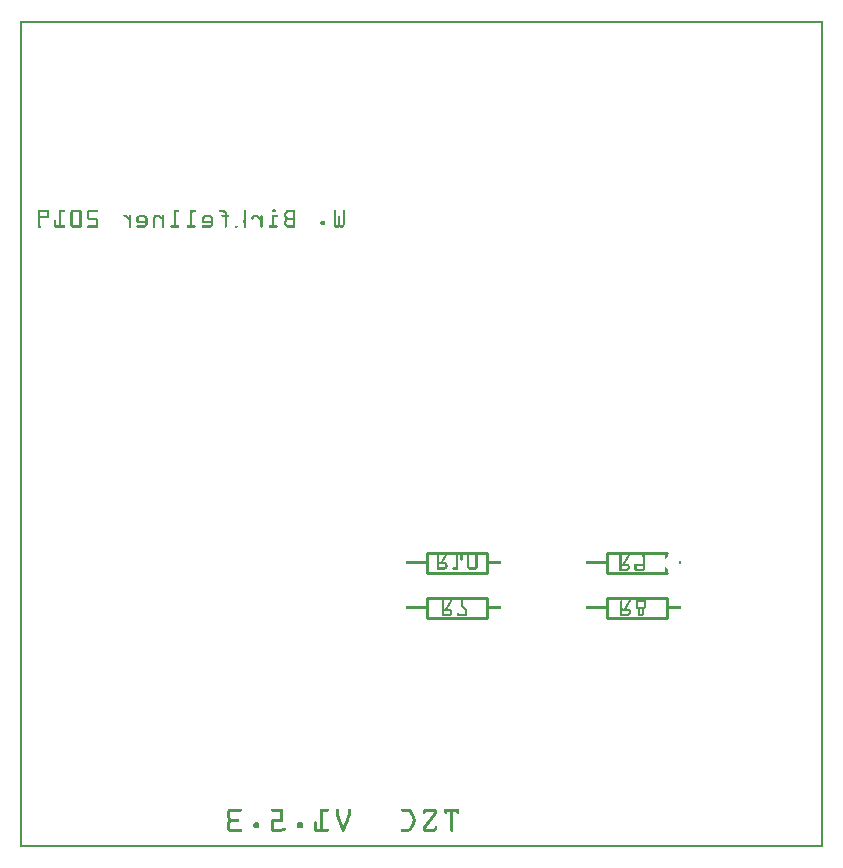
<source format=gbo>
G04 MADE WITH FRITZING*
G04 WWW.FRITZING.ORG*
G04 DOUBLE SIDED*
G04 HOLES PLATED*
G04 CONTOUR ON CENTER OF CONTOUR VECTOR*
%ASAXBY*%
%FSLAX23Y23*%
%MOIN*%
%OFA0B0*%
%SFA1.0B1.0*%
%ADD10C,0.010000*%
%ADD11R,0.001000X0.001000*%
%LNSILK0*%
G90*
G70*
G54D10*
X1956Y765D02*
X2156Y765D01*
D02*
X2156Y765D02*
X2156Y831D01*
D02*
X2156Y831D02*
X1956Y831D01*
D02*
X1956Y831D02*
X1956Y765D01*
D02*
X1356Y765D02*
X1556Y765D01*
D02*
X1556Y765D02*
X1556Y831D01*
D02*
X1556Y831D02*
X1356Y831D01*
D02*
X1356Y831D02*
X1356Y765D01*
D02*
X1956Y915D02*
X2156Y915D01*
D02*
X2156Y981D02*
X1956Y981D01*
D02*
X1956Y981D02*
X1956Y915D01*
D02*
X1356Y915D02*
X1556Y915D01*
D02*
X1556Y915D02*
X1556Y981D01*
D02*
X1556Y981D02*
X1356Y981D01*
D02*
X1356Y981D02*
X1356Y915D01*
G54D11*
X0Y2756D02*
X2676Y2756D01*
X0Y2755D02*
X2676Y2755D01*
X0Y2754D02*
X2676Y2754D01*
X0Y2753D02*
X2676Y2753D01*
X0Y2752D02*
X2676Y2752D01*
X0Y2751D02*
X2676Y2751D01*
X0Y2750D02*
X2676Y2750D01*
X0Y2749D02*
X2676Y2749D01*
X0Y2748D02*
X7Y2748D01*
X2669Y2748D02*
X2676Y2748D01*
X0Y2747D02*
X7Y2747D01*
X2669Y2747D02*
X2676Y2747D01*
X0Y2746D02*
X7Y2746D01*
X2669Y2746D02*
X2676Y2746D01*
X0Y2745D02*
X7Y2745D01*
X2669Y2745D02*
X2676Y2745D01*
X0Y2744D02*
X7Y2744D01*
X2669Y2744D02*
X2676Y2744D01*
X0Y2743D02*
X7Y2743D01*
X2669Y2743D02*
X2676Y2743D01*
X0Y2742D02*
X7Y2742D01*
X2669Y2742D02*
X2676Y2742D01*
X0Y2741D02*
X7Y2741D01*
X2669Y2741D02*
X2676Y2741D01*
X0Y2740D02*
X7Y2740D01*
X2669Y2740D02*
X2676Y2740D01*
X0Y2739D02*
X7Y2739D01*
X2669Y2739D02*
X2676Y2739D01*
X0Y2738D02*
X7Y2738D01*
X2669Y2738D02*
X2676Y2738D01*
X0Y2737D02*
X7Y2737D01*
X2669Y2737D02*
X2676Y2737D01*
X0Y2736D02*
X7Y2736D01*
X2669Y2736D02*
X2676Y2736D01*
X0Y2735D02*
X7Y2735D01*
X2669Y2735D02*
X2676Y2735D01*
X0Y2734D02*
X7Y2734D01*
X2669Y2734D02*
X2676Y2734D01*
X0Y2733D02*
X7Y2733D01*
X2669Y2733D02*
X2676Y2733D01*
X0Y2732D02*
X7Y2732D01*
X2669Y2732D02*
X2676Y2732D01*
X0Y2731D02*
X7Y2731D01*
X2669Y2731D02*
X2676Y2731D01*
X0Y2730D02*
X7Y2730D01*
X2669Y2730D02*
X2676Y2730D01*
X0Y2729D02*
X7Y2729D01*
X2669Y2729D02*
X2676Y2729D01*
X0Y2728D02*
X7Y2728D01*
X2669Y2728D02*
X2676Y2728D01*
X0Y2727D02*
X7Y2727D01*
X2669Y2727D02*
X2676Y2727D01*
X0Y2726D02*
X7Y2726D01*
X2669Y2726D02*
X2676Y2726D01*
X0Y2725D02*
X7Y2725D01*
X2669Y2725D02*
X2676Y2725D01*
X0Y2724D02*
X7Y2724D01*
X2669Y2724D02*
X2676Y2724D01*
X0Y2723D02*
X7Y2723D01*
X2669Y2723D02*
X2676Y2723D01*
X0Y2722D02*
X7Y2722D01*
X2669Y2722D02*
X2676Y2722D01*
X0Y2721D02*
X7Y2721D01*
X2669Y2721D02*
X2676Y2721D01*
X0Y2720D02*
X7Y2720D01*
X2669Y2720D02*
X2676Y2720D01*
X0Y2719D02*
X7Y2719D01*
X2669Y2719D02*
X2676Y2719D01*
X0Y2718D02*
X7Y2718D01*
X2669Y2718D02*
X2676Y2718D01*
X0Y2717D02*
X7Y2717D01*
X2669Y2717D02*
X2676Y2717D01*
X0Y2716D02*
X7Y2716D01*
X2669Y2716D02*
X2676Y2716D01*
X0Y2715D02*
X7Y2715D01*
X2669Y2715D02*
X2676Y2715D01*
X0Y2714D02*
X7Y2714D01*
X2669Y2714D02*
X2676Y2714D01*
X0Y2713D02*
X7Y2713D01*
X2669Y2713D02*
X2676Y2713D01*
X0Y2712D02*
X7Y2712D01*
X2669Y2712D02*
X2676Y2712D01*
X0Y2711D02*
X7Y2711D01*
X2669Y2711D02*
X2676Y2711D01*
X0Y2710D02*
X7Y2710D01*
X2669Y2710D02*
X2676Y2710D01*
X0Y2709D02*
X7Y2709D01*
X2669Y2709D02*
X2676Y2709D01*
X0Y2708D02*
X7Y2708D01*
X2669Y2708D02*
X2676Y2708D01*
X0Y2707D02*
X7Y2707D01*
X2669Y2707D02*
X2676Y2707D01*
X0Y2706D02*
X7Y2706D01*
X2669Y2706D02*
X2676Y2706D01*
X0Y2705D02*
X7Y2705D01*
X2669Y2705D02*
X2676Y2705D01*
X0Y2704D02*
X7Y2704D01*
X2669Y2704D02*
X2676Y2704D01*
X0Y2703D02*
X7Y2703D01*
X2669Y2703D02*
X2676Y2703D01*
X0Y2702D02*
X7Y2702D01*
X2669Y2702D02*
X2676Y2702D01*
X0Y2701D02*
X7Y2701D01*
X2669Y2701D02*
X2676Y2701D01*
X0Y2700D02*
X7Y2700D01*
X2669Y2700D02*
X2676Y2700D01*
X0Y2699D02*
X7Y2699D01*
X2669Y2699D02*
X2676Y2699D01*
X0Y2698D02*
X7Y2698D01*
X2669Y2698D02*
X2676Y2698D01*
X0Y2697D02*
X7Y2697D01*
X2669Y2697D02*
X2676Y2697D01*
X0Y2696D02*
X7Y2696D01*
X2669Y2696D02*
X2676Y2696D01*
X0Y2695D02*
X7Y2695D01*
X2669Y2695D02*
X2676Y2695D01*
X0Y2694D02*
X7Y2694D01*
X2669Y2694D02*
X2676Y2694D01*
X0Y2693D02*
X7Y2693D01*
X2669Y2693D02*
X2676Y2693D01*
X0Y2692D02*
X7Y2692D01*
X2669Y2692D02*
X2676Y2692D01*
X0Y2691D02*
X7Y2691D01*
X2669Y2691D02*
X2676Y2691D01*
X0Y2690D02*
X7Y2690D01*
X2669Y2690D02*
X2676Y2690D01*
X0Y2689D02*
X7Y2689D01*
X2669Y2689D02*
X2676Y2689D01*
X0Y2688D02*
X7Y2688D01*
X2669Y2688D02*
X2676Y2688D01*
X0Y2687D02*
X7Y2687D01*
X2669Y2687D02*
X2676Y2687D01*
X0Y2686D02*
X7Y2686D01*
X2669Y2686D02*
X2676Y2686D01*
X0Y2685D02*
X7Y2685D01*
X2669Y2685D02*
X2676Y2685D01*
X0Y2684D02*
X7Y2684D01*
X2669Y2684D02*
X2676Y2684D01*
X0Y2683D02*
X7Y2683D01*
X2669Y2683D02*
X2676Y2683D01*
X0Y2682D02*
X7Y2682D01*
X2669Y2682D02*
X2676Y2682D01*
X0Y2681D02*
X7Y2681D01*
X2669Y2681D02*
X2676Y2681D01*
X0Y2680D02*
X7Y2680D01*
X2669Y2680D02*
X2676Y2680D01*
X0Y2679D02*
X7Y2679D01*
X2669Y2679D02*
X2676Y2679D01*
X0Y2678D02*
X7Y2678D01*
X2669Y2678D02*
X2676Y2678D01*
X0Y2677D02*
X7Y2677D01*
X2669Y2677D02*
X2676Y2677D01*
X0Y2676D02*
X7Y2676D01*
X2669Y2676D02*
X2676Y2676D01*
X0Y2675D02*
X7Y2675D01*
X2669Y2675D02*
X2676Y2675D01*
X0Y2674D02*
X7Y2674D01*
X2669Y2674D02*
X2676Y2674D01*
X0Y2673D02*
X7Y2673D01*
X2669Y2673D02*
X2676Y2673D01*
X0Y2672D02*
X7Y2672D01*
X2669Y2672D02*
X2676Y2672D01*
X0Y2671D02*
X7Y2671D01*
X2669Y2671D02*
X2676Y2671D01*
X0Y2670D02*
X7Y2670D01*
X2669Y2670D02*
X2676Y2670D01*
X0Y2669D02*
X7Y2669D01*
X2669Y2669D02*
X2676Y2669D01*
X0Y2668D02*
X7Y2668D01*
X2669Y2668D02*
X2676Y2668D01*
X0Y2667D02*
X7Y2667D01*
X2669Y2667D02*
X2676Y2667D01*
X0Y2666D02*
X7Y2666D01*
X2669Y2666D02*
X2676Y2666D01*
X0Y2665D02*
X7Y2665D01*
X2669Y2665D02*
X2676Y2665D01*
X0Y2664D02*
X7Y2664D01*
X2669Y2664D02*
X2676Y2664D01*
X0Y2663D02*
X7Y2663D01*
X2669Y2663D02*
X2676Y2663D01*
X0Y2662D02*
X7Y2662D01*
X2669Y2662D02*
X2676Y2662D01*
X0Y2661D02*
X7Y2661D01*
X2669Y2661D02*
X2676Y2661D01*
X0Y2660D02*
X7Y2660D01*
X2669Y2660D02*
X2676Y2660D01*
X0Y2659D02*
X7Y2659D01*
X2669Y2659D02*
X2676Y2659D01*
X0Y2658D02*
X7Y2658D01*
X2669Y2658D02*
X2676Y2658D01*
X0Y2657D02*
X7Y2657D01*
X2669Y2657D02*
X2676Y2657D01*
X0Y2656D02*
X7Y2656D01*
X2669Y2656D02*
X2676Y2656D01*
X0Y2655D02*
X7Y2655D01*
X2669Y2655D02*
X2676Y2655D01*
X0Y2654D02*
X7Y2654D01*
X2669Y2654D02*
X2676Y2654D01*
X0Y2653D02*
X7Y2653D01*
X2669Y2653D02*
X2676Y2653D01*
X0Y2652D02*
X7Y2652D01*
X2669Y2652D02*
X2676Y2652D01*
X0Y2651D02*
X7Y2651D01*
X2669Y2651D02*
X2676Y2651D01*
X0Y2650D02*
X7Y2650D01*
X2669Y2650D02*
X2676Y2650D01*
X0Y2649D02*
X7Y2649D01*
X2669Y2649D02*
X2676Y2649D01*
X0Y2648D02*
X7Y2648D01*
X2669Y2648D02*
X2676Y2648D01*
X0Y2647D02*
X7Y2647D01*
X2669Y2647D02*
X2676Y2647D01*
X0Y2646D02*
X7Y2646D01*
X2669Y2646D02*
X2676Y2646D01*
X0Y2645D02*
X7Y2645D01*
X2669Y2645D02*
X2676Y2645D01*
X0Y2644D02*
X7Y2644D01*
X2669Y2644D02*
X2676Y2644D01*
X0Y2643D02*
X7Y2643D01*
X2669Y2643D02*
X2676Y2643D01*
X0Y2642D02*
X7Y2642D01*
X2669Y2642D02*
X2676Y2642D01*
X0Y2641D02*
X7Y2641D01*
X2669Y2641D02*
X2676Y2641D01*
X0Y2640D02*
X7Y2640D01*
X2669Y2640D02*
X2676Y2640D01*
X0Y2639D02*
X7Y2639D01*
X2669Y2639D02*
X2676Y2639D01*
X0Y2638D02*
X7Y2638D01*
X2669Y2638D02*
X2676Y2638D01*
X0Y2637D02*
X7Y2637D01*
X2669Y2637D02*
X2676Y2637D01*
X0Y2636D02*
X7Y2636D01*
X2669Y2636D02*
X2676Y2636D01*
X0Y2635D02*
X7Y2635D01*
X2669Y2635D02*
X2676Y2635D01*
X0Y2634D02*
X7Y2634D01*
X2669Y2634D02*
X2676Y2634D01*
X0Y2633D02*
X7Y2633D01*
X2669Y2633D02*
X2676Y2633D01*
X0Y2632D02*
X7Y2632D01*
X2669Y2632D02*
X2676Y2632D01*
X0Y2631D02*
X7Y2631D01*
X2669Y2631D02*
X2676Y2631D01*
X0Y2630D02*
X7Y2630D01*
X2669Y2630D02*
X2676Y2630D01*
X0Y2629D02*
X7Y2629D01*
X2669Y2629D02*
X2676Y2629D01*
X0Y2628D02*
X7Y2628D01*
X2669Y2628D02*
X2676Y2628D01*
X0Y2627D02*
X7Y2627D01*
X2669Y2627D02*
X2676Y2627D01*
X0Y2626D02*
X7Y2626D01*
X2669Y2626D02*
X2676Y2626D01*
X0Y2625D02*
X7Y2625D01*
X2669Y2625D02*
X2676Y2625D01*
X0Y2624D02*
X7Y2624D01*
X2669Y2624D02*
X2676Y2624D01*
X0Y2623D02*
X7Y2623D01*
X2669Y2623D02*
X2676Y2623D01*
X0Y2622D02*
X7Y2622D01*
X2669Y2622D02*
X2676Y2622D01*
X0Y2621D02*
X7Y2621D01*
X2669Y2621D02*
X2676Y2621D01*
X0Y2620D02*
X7Y2620D01*
X2669Y2620D02*
X2676Y2620D01*
X0Y2619D02*
X7Y2619D01*
X2669Y2619D02*
X2676Y2619D01*
X0Y2618D02*
X7Y2618D01*
X2669Y2618D02*
X2676Y2618D01*
X0Y2617D02*
X7Y2617D01*
X2669Y2617D02*
X2676Y2617D01*
X0Y2616D02*
X7Y2616D01*
X2669Y2616D02*
X2676Y2616D01*
X0Y2615D02*
X7Y2615D01*
X2669Y2615D02*
X2676Y2615D01*
X0Y2614D02*
X7Y2614D01*
X2669Y2614D02*
X2676Y2614D01*
X0Y2613D02*
X7Y2613D01*
X2669Y2613D02*
X2676Y2613D01*
X0Y2612D02*
X7Y2612D01*
X2669Y2612D02*
X2676Y2612D01*
X0Y2611D02*
X7Y2611D01*
X2669Y2611D02*
X2676Y2611D01*
X0Y2610D02*
X7Y2610D01*
X2669Y2610D02*
X2676Y2610D01*
X0Y2609D02*
X7Y2609D01*
X2669Y2609D02*
X2676Y2609D01*
X0Y2608D02*
X7Y2608D01*
X2669Y2608D02*
X2676Y2608D01*
X0Y2607D02*
X7Y2607D01*
X2669Y2607D02*
X2676Y2607D01*
X0Y2606D02*
X7Y2606D01*
X2669Y2606D02*
X2676Y2606D01*
X0Y2605D02*
X7Y2605D01*
X2669Y2605D02*
X2676Y2605D01*
X0Y2604D02*
X7Y2604D01*
X2669Y2604D02*
X2676Y2604D01*
X0Y2603D02*
X7Y2603D01*
X2669Y2603D02*
X2676Y2603D01*
X0Y2602D02*
X7Y2602D01*
X2669Y2602D02*
X2676Y2602D01*
X0Y2601D02*
X7Y2601D01*
X2669Y2601D02*
X2676Y2601D01*
X0Y2600D02*
X7Y2600D01*
X2669Y2600D02*
X2676Y2600D01*
X0Y2599D02*
X7Y2599D01*
X2669Y2599D02*
X2676Y2599D01*
X0Y2598D02*
X7Y2598D01*
X2669Y2598D02*
X2676Y2598D01*
X0Y2597D02*
X7Y2597D01*
X2669Y2597D02*
X2676Y2597D01*
X0Y2596D02*
X7Y2596D01*
X2669Y2596D02*
X2676Y2596D01*
X0Y2595D02*
X7Y2595D01*
X2669Y2595D02*
X2676Y2595D01*
X0Y2594D02*
X7Y2594D01*
X2669Y2594D02*
X2676Y2594D01*
X0Y2593D02*
X7Y2593D01*
X2669Y2593D02*
X2676Y2593D01*
X0Y2592D02*
X7Y2592D01*
X2669Y2592D02*
X2676Y2592D01*
X0Y2591D02*
X7Y2591D01*
X2669Y2591D02*
X2676Y2591D01*
X0Y2590D02*
X7Y2590D01*
X2669Y2590D02*
X2676Y2590D01*
X0Y2589D02*
X7Y2589D01*
X2669Y2589D02*
X2676Y2589D01*
X0Y2588D02*
X7Y2588D01*
X2669Y2588D02*
X2676Y2588D01*
X0Y2587D02*
X7Y2587D01*
X2669Y2587D02*
X2676Y2587D01*
X0Y2586D02*
X7Y2586D01*
X2669Y2586D02*
X2676Y2586D01*
X0Y2585D02*
X7Y2585D01*
X2669Y2585D02*
X2676Y2585D01*
X0Y2584D02*
X7Y2584D01*
X2669Y2584D02*
X2676Y2584D01*
X0Y2583D02*
X7Y2583D01*
X2669Y2583D02*
X2676Y2583D01*
X0Y2582D02*
X7Y2582D01*
X2669Y2582D02*
X2676Y2582D01*
X0Y2581D02*
X7Y2581D01*
X2669Y2581D02*
X2676Y2581D01*
X0Y2580D02*
X7Y2580D01*
X2669Y2580D02*
X2676Y2580D01*
X0Y2579D02*
X7Y2579D01*
X2669Y2579D02*
X2676Y2579D01*
X0Y2578D02*
X7Y2578D01*
X2669Y2578D02*
X2676Y2578D01*
X0Y2577D02*
X7Y2577D01*
X2669Y2577D02*
X2676Y2577D01*
X0Y2576D02*
X7Y2576D01*
X2669Y2576D02*
X2676Y2576D01*
X0Y2575D02*
X7Y2575D01*
X2669Y2575D02*
X2676Y2575D01*
X0Y2574D02*
X7Y2574D01*
X2669Y2574D02*
X2676Y2574D01*
X0Y2573D02*
X7Y2573D01*
X2669Y2573D02*
X2676Y2573D01*
X0Y2572D02*
X7Y2572D01*
X2669Y2572D02*
X2676Y2572D01*
X0Y2571D02*
X7Y2571D01*
X2669Y2571D02*
X2676Y2571D01*
X0Y2570D02*
X7Y2570D01*
X2669Y2570D02*
X2676Y2570D01*
X0Y2569D02*
X7Y2569D01*
X2669Y2569D02*
X2676Y2569D01*
X0Y2568D02*
X7Y2568D01*
X2669Y2568D02*
X2676Y2568D01*
X0Y2567D02*
X7Y2567D01*
X2669Y2567D02*
X2676Y2567D01*
X0Y2566D02*
X7Y2566D01*
X2669Y2566D02*
X2676Y2566D01*
X0Y2565D02*
X7Y2565D01*
X2669Y2565D02*
X2676Y2565D01*
X0Y2564D02*
X7Y2564D01*
X2669Y2564D02*
X2676Y2564D01*
X0Y2563D02*
X7Y2563D01*
X2669Y2563D02*
X2676Y2563D01*
X0Y2562D02*
X7Y2562D01*
X2669Y2562D02*
X2676Y2562D01*
X0Y2561D02*
X7Y2561D01*
X2669Y2561D02*
X2676Y2561D01*
X0Y2560D02*
X7Y2560D01*
X2669Y2560D02*
X2676Y2560D01*
X0Y2559D02*
X7Y2559D01*
X2669Y2559D02*
X2676Y2559D01*
X0Y2558D02*
X7Y2558D01*
X2669Y2558D02*
X2676Y2558D01*
X0Y2557D02*
X7Y2557D01*
X2669Y2557D02*
X2676Y2557D01*
X0Y2556D02*
X7Y2556D01*
X2669Y2556D02*
X2676Y2556D01*
X0Y2555D02*
X7Y2555D01*
X2669Y2555D02*
X2676Y2555D01*
X0Y2554D02*
X7Y2554D01*
X2669Y2554D02*
X2676Y2554D01*
X0Y2553D02*
X7Y2553D01*
X2669Y2553D02*
X2676Y2553D01*
X0Y2552D02*
X7Y2552D01*
X2669Y2552D02*
X2676Y2552D01*
X0Y2551D02*
X7Y2551D01*
X2669Y2551D02*
X2676Y2551D01*
X0Y2550D02*
X7Y2550D01*
X2669Y2550D02*
X2676Y2550D01*
X0Y2549D02*
X7Y2549D01*
X2669Y2549D02*
X2676Y2549D01*
X0Y2548D02*
X7Y2548D01*
X2669Y2548D02*
X2676Y2548D01*
X0Y2547D02*
X7Y2547D01*
X2669Y2547D02*
X2676Y2547D01*
X0Y2546D02*
X7Y2546D01*
X2669Y2546D02*
X2676Y2546D01*
X0Y2545D02*
X7Y2545D01*
X2669Y2545D02*
X2676Y2545D01*
X0Y2544D02*
X7Y2544D01*
X2669Y2544D02*
X2676Y2544D01*
X0Y2543D02*
X7Y2543D01*
X2669Y2543D02*
X2676Y2543D01*
X0Y2542D02*
X7Y2542D01*
X2669Y2542D02*
X2676Y2542D01*
X0Y2541D02*
X7Y2541D01*
X2669Y2541D02*
X2676Y2541D01*
X0Y2540D02*
X7Y2540D01*
X2669Y2540D02*
X2676Y2540D01*
X0Y2539D02*
X7Y2539D01*
X2669Y2539D02*
X2676Y2539D01*
X0Y2538D02*
X7Y2538D01*
X2669Y2538D02*
X2676Y2538D01*
X0Y2537D02*
X7Y2537D01*
X2669Y2537D02*
X2676Y2537D01*
X0Y2536D02*
X7Y2536D01*
X2669Y2536D02*
X2676Y2536D01*
X0Y2535D02*
X7Y2535D01*
X2669Y2535D02*
X2676Y2535D01*
X0Y2534D02*
X7Y2534D01*
X2669Y2534D02*
X2676Y2534D01*
X0Y2533D02*
X7Y2533D01*
X2669Y2533D02*
X2676Y2533D01*
X0Y2532D02*
X7Y2532D01*
X2669Y2532D02*
X2676Y2532D01*
X0Y2531D02*
X7Y2531D01*
X2669Y2531D02*
X2676Y2531D01*
X0Y2530D02*
X7Y2530D01*
X2669Y2530D02*
X2676Y2530D01*
X0Y2529D02*
X7Y2529D01*
X2669Y2529D02*
X2676Y2529D01*
X0Y2528D02*
X7Y2528D01*
X2669Y2528D02*
X2676Y2528D01*
X0Y2527D02*
X7Y2527D01*
X2669Y2527D02*
X2676Y2527D01*
X0Y2526D02*
X7Y2526D01*
X2669Y2526D02*
X2676Y2526D01*
X0Y2525D02*
X7Y2525D01*
X2669Y2525D02*
X2676Y2525D01*
X0Y2524D02*
X7Y2524D01*
X2669Y2524D02*
X2676Y2524D01*
X0Y2523D02*
X7Y2523D01*
X2669Y2523D02*
X2676Y2523D01*
X0Y2522D02*
X7Y2522D01*
X2669Y2522D02*
X2676Y2522D01*
X0Y2521D02*
X7Y2521D01*
X2669Y2521D02*
X2676Y2521D01*
X0Y2520D02*
X7Y2520D01*
X2669Y2520D02*
X2676Y2520D01*
X0Y2519D02*
X7Y2519D01*
X2669Y2519D02*
X2676Y2519D01*
X0Y2518D02*
X7Y2518D01*
X2669Y2518D02*
X2676Y2518D01*
X0Y2517D02*
X7Y2517D01*
X2669Y2517D02*
X2676Y2517D01*
X0Y2516D02*
X7Y2516D01*
X2669Y2516D02*
X2676Y2516D01*
X0Y2515D02*
X7Y2515D01*
X2669Y2515D02*
X2676Y2515D01*
X0Y2514D02*
X7Y2514D01*
X2669Y2514D02*
X2676Y2514D01*
X0Y2513D02*
X7Y2513D01*
X2669Y2513D02*
X2676Y2513D01*
X0Y2512D02*
X7Y2512D01*
X2669Y2512D02*
X2676Y2512D01*
X0Y2511D02*
X7Y2511D01*
X2669Y2511D02*
X2676Y2511D01*
X0Y2510D02*
X7Y2510D01*
X2669Y2510D02*
X2676Y2510D01*
X0Y2509D02*
X7Y2509D01*
X2669Y2509D02*
X2676Y2509D01*
X0Y2508D02*
X7Y2508D01*
X2669Y2508D02*
X2676Y2508D01*
X0Y2507D02*
X7Y2507D01*
X2669Y2507D02*
X2676Y2507D01*
X0Y2506D02*
X7Y2506D01*
X2669Y2506D02*
X2676Y2506D01*
X0Y2505D02*
X7Y2505D01*
X2669Y2505D02*
X2676Y2505D01*
X0Y2504D02*
X7Y2504D01*
X2669Y2504D02*
X2676Y2504D01*
X0Y2503D02*
X7Y2503D01*
X2669Y2503D02*
X2676Y2503D01*
X0Y2502D02*
X7Y2502D01*
X2669Y2502D02*
X2676Y2502D01*
X0Y2501D02*
X7Y2501D01*
X2669Y2501D02*
X2676Y2501D01*
X0Y2500D02*
X7Y2500D01*
X2669Y2500D02*
X2676Y2500D01*
X0Y2499D02*
X7Y2499D01*
X2669Y2499D02*
X2676Y2499D01*
X0Y2498D02*
X7Y2498D01*
X2669Y2498D02*
X2676Y2498D01*
X0Y2497D02*
X7Y2497D01*
X2669Y2497D02*
X2676Y2497D01*
X0Y2496D02*
X7Y2496D01*
X2669Y2496D02*
X2676Y2496D01*
X0Y2495D02*
X7Y2495D01*
X2669Y2495D02*
X2676Y2495D01*
X0Y2494D02*
X7Y2494D01*
X2669Y2494D02*
X2676Y2494D01*
X0Y2493D02*
X7Y2493D01*
X2669Y2493D02*
X2676Y2493D01*
X0Y2492D02*
X7Y2492D01*
X2669Y2492D02*
X2676Y2492D01*
X0Y2491D02*
X7Y2491D01*
X2669Y2491D02*
X2676Y2491D01*
X0Y2490D02*
X7Y2490D01*
X2669Y2490D02*
X2676Y2490D01*
X0Y2489D02*
X7Y2489D01*
X2669Y2489D02*
X2676Y2489D01*
X0Y2488D02*
X7Y2488D01*
X2669Y2488D02*
X2676Y2488D01*
X0Y2487D02*
X7Y2487D01*
X2669Y2487D02*
X2676Y2487D01*
X0Y2486D02*
X7Y2486D01*
X2669Y2486D02*
X2676Y2486D01*
X0Y2485D02*
X7Y2485D01*
X2669Y2485D02*
X2676Y2485D01*
X0Y2484D02*
X7Y2484D01*
X2669Y2484D02*
X2676Y2484D01*
X0Y2483D02*
X7Y2483D01*
X2669Y2483D02*
X2676Y2483D01*
X0Y2482D02*
X7Y2482D01*
X2669Y2482D02*
X2676Y2482D01*
X0Y2481D02*
X7Y2481D01*
X2669Y2481D02*
X2676Y2481D01*
X0Y2480D02*
X7Y2480D01*
X2669Y2480D02*
X2676Y2480D01*
X0Y2479D02*
X7Y2479D01*
X2669Y2479D02*
X2676Y2479D01*
X0Y2478D02*
X7Y2478D01*
X2669Y2478D02*
X2676Y2478D01*
X0Y2477D02*
X7Y2477D01*
X2669Y2477D02*
X2676Y2477D01*
X0Y2476D02*
X7Y2476D01*
X2669Y2476D02*
X2676Y2476D01*
X0Y2475D02*
X7Y2475D01*
X2669Y2475D02*
X2676Y2475D01*
X0Y2474D02*
X7Y2474D01*
X2669Y2474D02*
X2676Y2474D01*
X0Y2473D02*
X7Y2473D01*
X2669Y2473D02*
X2676Y2473D01*
X0Y2472D02*
X7Y2472D01*
X2669Y2472D02*
X2676Y2472D01*
X0Y2471D02*
X7Y2471D01*
X2669Y2471D02*
X2676Y2471D01*
X0Y2470D02*
X7Y2470D01*
X2669Y2470D02*
X2676Y2470D01*
X0Y2469D02*
X7Y2469D01*
X2669Y2469D02*
X2676Y2469D01*
X0Y2468D02*
X7Y2468D01*
X2669Y2468D02*
X2676Y2468D01*
X0Y2467D02*
X7Y2467D01*
X2669Y2467D02*
X2676Y2467D01*
X0Y2466D02*
X7Y2466D01*
X2669Y2466D02*
X2676Y2466D01*
X0Y2465D02*
X7Y2465D01*
X2669Y2465D02*
X2676Y2465D01*
X0Y2464D02*
X7Y2464D01*
X2669Y2464D02*
X2676Y2464D01*
X0Y2463D02*
X7Y2463D01*
X2669Y2463D02*
X2676Y2463D01*
X0Y2462D02*
X7Y2462D01*
X2669Y2462D02*
X2676Y2462D01*
X0Y2461D02*
X7Y2461D01*
X2669Y2461D02*
X2676Y2461D01*
X0Y2460D02*
X7Y2460D01*
X2669Y2460D02*
X2676Y2460D01*
X0Y2459D02*
X7Y2459D01*
X2669Y2459D02*
X2676Y2459D01*
X0Y2458D02*
X7Y2458D01*
X2669Y2458D02*
X2676Y2458D01*
X0Y2457D02*
X7Y2457D01*
X2669Y2457D02*
X2676Y2457D01*
X0Y2456D02*
X7Y2456D01*
X2669Y2456D02*
X2676Y2456D01*
X0Y2455D02*
X7Y2455D01*
X2669Y2455D02*
X2676Y2455D01*
X0Y2454D02*
X7Y2454D01*
X2669Y2454D02*
X2676Y2454D01*
X0Y2453D02*
X7Y2453D01*
X2669Y2453D02*
X2676Y2453D01*
X0Y2452D02*
X7Y2452D01*
X2669Y2452D02*
X2676Y2452D01*
X0Y2451D02*
X7Y2451D01*
X2669Y2451D02*
X2676Y2451D01*
X0Y2450D02*
X7Y2450D01*
X2669Y2450D02*
X2676Y2450D01*
X0Y2449D02*
X7Y2449D01*
X2669Y2449D02*
X2676Y2449D01*
X0Y2448D02*
X7Y2448D01*
X2669Y2448D02*
X2676Y2448D01*
X0Y2447D02*
X7Y2447D01*
X2669Y2447D02*
X2676Y2447D01*
X0Y2446D02*
X7Y2446D01*
X2669Y2446D02*
X2676Y2446D01*
X0Y2445D02*
X7Y2445D01*
X2669Y2445D02*
X2676Y2445D01*
X0Y2444D02*
X7Y2444D01*
X2669Y2444D02*
X2676Y2444D01*
X0Y2443D02*
X7Y2443D01*
X2669Y2443D02*
X2676Y2443D01*
X0Y2442D02*
X7Y2442D01*
X2669Y2442D02*
X2676Y2442D01*
X0Y2441D02*
X7Y2441D01*
X2669Y2441D02*
X2676Y2441D01*
X0Y2440D02*
X7Y2440D01*
X2669Y2440D02*
X2676Y2440D01*
X0Y2439D02*
X7Y2439D01*
X2669Y2439D02*
X2676Y2439D01*
X0Y2438D02*
X7Y2438D01*
X2669Y2438D02*
X2676Y2438D01*
X0Y2437D02*
X7Y2437D01*
X2669Y2437D02*
X2676Y2437D01*
X0Y2436D02*
X7Y2436D01*
X2669Y2436D02*
X2676Y2436D01*
X0Y2435D02*
X7Y2435D01*
X2669Y2435D02*
X2676Y2435D01*
X0Y2434D02*
X7Y2434D01*
X2669Y2434D02*
X2676Y2434D01*
X0Y2433D02*
X7Y2433D01*
X2669Y2433D02*
X2676Y2433D01*
X0Y2432D02*
X7Y2432D01*
X2669Y2432D02*
X2676Y2432D01*
X0Y2431D02*
X7Y2431D01*
X2669Y2431D02*
X2676Y2431D01*
X0Y2430D02*
X7Y2430D01*
X2669Y2430D02*
X2676Y2430D01*
X0Y2429D02*
X7Y2429D01*
X2669Y2429D02*
X2676Y2429D01*
X0Y2428D02*
X7Y2428D01*
X2669Y2428D02*
X2676Y2428D01*
X0Y2427D02*
X7Y2427D01*
X2669Y2427D02*
X2676Y2427D01*
X0Y2426D02*
X7Y2426D01*
X2669Y2426D02*
X2676Y2426D01*
X0Y2425D02*
X7Y2425D01*
X2669Y2425D02*
X2676Y2425D01*
X0Y2424D02*
X7Y2424D01*
X2669Y2424D02*
X2676Y2424D01*
X0Y2423D02*
X7Y2423D01*
X2669Y2423D02*
X2676Y2423D01*
X0Y2422D02*
X7Y2422D01*
X2669Y2422D02*
X2676Y2422D01*
X0Y2421D02*
X7Y2421D01*
X2669Y2421D02*
X2676Y2421D01*
X0Y2420D02*
X7Y2420D01*
X2669Y2420D02*
X2676Y2420D01*
X0Y2419D02*
X7Y2419D01*
X2669Y2419D02*
X2676Y2419D01*
X0Y2418D02*
X7Y2418D01*
X2669Y2418D02*
X2676Y2418D01*
X0Y2417D02*
X7Y2417D01*
X2669Y2417D02*
X2676Y2417D01*
X0Y2416D02*
X7Y2416D01*
X2669Y2416D02*
X2676Y2416D01*
X0Y2415D02*
X7Y2415D01*
X2669Y2415D02*
X2676Y2415D01*
X0Y2414D02*
X7Y2414D01*
X2669Y2414D02*
X2676Y2414D01*
X0Y2413D02*
X7Y2413D01*
X2669Y2413D02*
X2676Y2413D01*
X0Y2412D02*
X7Y2412D01*
X2669Y2412D02*
X2676Y2412D01*
X0Y2411D02*
X7Y2411D01*
X2669Y2411D02*
X2676Y2411D01*
X0Y2410D02*
X7Y2410D01*
X2669Y2410D02*
X2676Y2410D01*
X0Y2409D02*
X7Y2409D01*
X2669Y2409D02*
X2676Y2409D01*
X0Y2408D02*
X7Y2408D01*
X2669Y2408D02*
X2676Y2408D01*
X0Y2407D02*
X7Y2407D01*
X2669Y2407D02*
X2676Y2407D01*
X0Y2406D02*
X7Y2406D01*
X2669Y2406D02*
X2676Y2406D01*
X0Y2405D02*
X7Y2405D01*
X2669Y2405D02*
X2676Y2405D01*
X0Y2404D02*
X7Y2404D01*
X2669Y2404D02*
X2676Y2404D01*
X0Y2403D02*
X7Y2403D01*
X2669Y2403D02*
X2676Y2403D01*
X0Y2402D02*
X7Y2402D01*
X2669Y2402D02*
X2676Y2402D01*
X0Y2401D02*
X7Y2401D01*
X2669Y2401D02*
X2676Y2401D01*
X0Y2400D02*
X7Y2400D01*
X2669Y2400D02*
X2676Y2400D01*
X0Y2399D02*
X7Y2399D01*
X2669Y2399D02*
X2676Y2399D01*
X0Y2398D02*
X7Y2398D01*
X2669Y2398D02*
X2676Y2398D01*
X0Y2397D02*
X7Y2397D01*
X2669Y2397D02*
X2676Y2397D01*
X0Y2396D02*
X7Y2396D01*
X2669Y2396D02*
X2676Y2396D01*
X0Y2395D02*
X7Y2395D01*
X2669Y2395D02*
X2676Y2395D01*
X0Y2394D02*
X7Y2394D01*
X2669Y2394D02*
X2676Y2394D01*
X0Y2393D02*
X7Y2393D01*
X2669Y2393D02*
X2676Y2393D01*
X0Y2392D02*
X7Y2392D01*
X2669Y2392D02*
X2676Y2392D01*
X0Y2391D02*
X7Y2391D01*
X2669Y2391D02*
X2676Y2391D01*
X0Y2390D02*
X7Y2390D01*
X2669Y2390D02*
X2676Y2390D01*
X0Y2389D02*
X7Y2389D01*
X2669Y2389D02*
X2676Y2389D01*
X0Y2388D02*
X7Y2388D01*
X2669Y2388D02*
X2676Y2388D01*
X0Y2387D02*
X7Y2387D01*
X2669Y2387D02*
X2676Y2387D01*
X0Y2386D02*
X7Y2386D01*
X2669Y2386D02*
X2676Y2386D01*
X0Y2385D02*
X7Y2385D01*
X2669Y2385D02*
X2676Y2385D01*
X0Y2384D02*
X7Y2384D01*
X2669Y2384D02*
X2676Y2384D01*
X0Y2383D02*
X7Y2383D01*
X2669Y2383D02*
X2676Y2383D01*
X0Y2382D02*
X7Y2382D01*
X2669Y2382D02*
X2676Y2382D01*
X0Y2381D02*
X7Y2381D01*
X2669Y2381D02*
X2676Y2381D01*
X0Y2380D02*
X7Y2380D01*
X2669Y2380D02*
X2676Y2380D01*
X0Y2379D02*
X7Y2379D01*
X2669Y2379D02*
X2676Y2379D01*
X0Y2378D02*
X7Y2378D01*
X2669Y2378D02*
X2676Y2378D01*
X0Y2377D02*
X7Y2377D01*
X2669Y2377D02*
X2676Y2377D01*
X0Y2376D02*
X7Y2376D01*
X2669Y2376D02*
X2676Y2376D01*
X0Y2375D02*
X7Y2375D01*
X2669Y2375D02*
X2676Y2375D01*
X0Y2374D02*
X7Y2374D01*
X2669Y2374D02*
X2676Y2374D01*
X0Y2373D02*
X7Y2373D01*
X2669Y2373D02*
X2676Y2373D01*
X0Y2372D02*
X7Y2372D01*
X2669Y2372D02*
X2676Y2372D01*
X0Y2371D02*
X7Y2371D01*
X2669Y2371D02*
X2676Y2371D01*
X0Y2370D02*
X7Y2370D01*
X2669Y2370D02*
X2676Y2370D01*
X0Y2369D02*
X7Y2369D01*
X2669Y2369D02*
X2676Y2369D01*
X0Y2368D02*
X7Y2368D01*
X2669Y2368D02*
X2676Y2368D01*
X0Y2367D02*
X7Y2367D01*
X2669Y2367D02*
X2676Y2367D01*
X0Y2366D02*
X7Y2366D01*
X2669Y2366D02*
X2676Y2366D01*
X0Y2365D02*
X7Y2365D01*
X2669Y2365D02*
X2676Y2365D01*
X0Y2364D02*
X7Y2364D01*
X2669Y2364D02*
X2676Y2364D01*
X0Y2363D02*
X7Y2363D01*
X2669Y2363D02*
X2676Y2363D01*
X0Y2362D02*
X7Y2362D01*
X2669Y2362D02*
X2676Y2362D01*
X0Y2361D02*
X7Y2361D01*
X2669Y2361D02*
X2676Y2361D01*
X0Y2360D02*
X7Y2360D01*
X2669Y2360D02*
X2676Y2360D01*
X0Y2359D02*
X7Y2359D01*
X2669Y2359D02*
X2676Y2359D01*
X0Y2358D02*
X7Y2358D01*
X2669Y2358D02*
X2676Y2358D01*
X0Y2357D02*
X7Y2357D01*
X2669Y2357D02*
X2676Y2357D01*
X0Y2356D02*
X7Y2356D01*
X2669Y2356D02*
X2676Y2356D01*
X0Y2355D02*
X7Y2355D01*
X2669Y2355D02*
X2676Y2355D01*
X0Y2354D02*
X7Y2354D01*
X2669Y2354D02*
X2676Y2354D01*
X0Y2353D02*
X7Y2353D01*
X2669Y2353D02*
X2676Y2353D01*
X0Y2352D02*
X7Y2352D01*
X2669Y2352D02*
X2676Y2352D01*
X0Y2351D02*
X7Y2351D01*
X2669Y2351D02*
X2676Y2351D01*
X0Y2350D02*
X7Y2350D01*
X2669Y2350D02*
X2676Y2350D01*
X0Y2349D02*
X7Y2349D01*
X2669Y2349D02*
X2676Y2349D01*
X0Y2348D02*
X7Y2348D01*
X2669Y2348D02*
X2676Y2348D01*
X0Y2347D02*
X7Y2347D01*
X2669Y2347D02*
X2676Y2347D01*
X0Y2346D02*
X7Y2346D01*
X2669Y2346D02*
X2676Y2346D01*
X0Y2345D02*
X7Y2345D01*
X2669Y2345D02*
X2676Y2345D01*
X0Y2344D02*
X7Y2344D01*
X2669Y2344D02*
X2676Y2344D01*
X0Y2343D02*
X7Y2343D01*
X2669Y2343D02*
X2676Y2343D01*
X0Y2342D02*
X7Y2342D01*
X2669Y2342D02*
X2676Y2342D01*
X0Y2341D02*
X7Y2341D01*
X2669Y2341D02*
X2676Y2341D01*
X0Y2340D02*
X7Y2340D01*
X2669Y2340D02*
X2676Y2340D01*
X0Y2339D02*
X7Y2339D01*
X2669Y2339D02*
X2676Y2339D01*
X0Y2338D02*
X7Y2338D01*
X2669Y2338D02*
X2676Y2338D01*
X0Y2337D02*
X7Y2337D01*
X2669Y2337D02*
X2676Y2337D01*
X0Y2336D02*
X7Y2336D01*
X2669Y2336D02*
X2676Y2336D01*
X0Y2335D02*
X7Y2335D01*
X2669Y2335D02*
X2676Y2335D01*
X0Y2334D02*
X7Y2334D01*
X2669Y2334D02*
X2676Y2334D01*
X0Y2333D02*
X7Y2333D01*
X2669Y2333D02*
X2676Y2333D01*
X0Y2332D02*
X7Y2332D01*
X2669Y2332D02*
X2676Y2332D01*
X0Y2331D02*
X7Y2331D01*
X2669Y2331D02*
X2676Y2331D01*
X0Y2330D02*
X7Y2330D01*
X2669Y2330D02*
X2676Y2330D01*
X0Y2329D02*
X7Y2329D01*
X2669Y2329D02*
X2676Y2329D01*
X0Y2328D02*
X7Y2328D01*
X2669Y2328D02*
X2676Y2328D01*
X0Y2327D02*
X7Y2327D01*
X2669Y2327D02*
X2676Y2327D01*
X0Y2326D02*
X7Y2326D01*
X2669Y2326D02*
X2676Y2326D01*
X0Y2325D02*
X7Y2325D01*
X2669Y2325D02*
X2676Y2325D01*
X0Y2324D02*
X7Y2324D01*
X2669Y2324D02*
X2676Y2324D01*
X0Y2323D02*
X7Y2323D01*
X2669Y2323D02*
X2676Y2323D01*
X0Y2322D02*
X7Y2322D01*
X2669Y2322D02*
X2676Y2322D01*
X0Y2321D02*
X7Y2321D01*
X2669Y2321D02*
X2676Y2321D01*
X0Y2320D02*
X7Y2320D01*
X2669Y2320D02*
X2676Y2320D01*
X0Y2319D02*
X7Y2319D01*
X2669Y2319D02*
X2676Y2319D01*
X0Y2318D02*
X7Y2318D01*
X2669Y2318D02*
X2676Y2318D01*
X0Y2317D02*
X7Y2317D01*
X2669Y2317D02*
X2676Y2317D01*
X0Y2316D02*
X7Y2316D01*
X2669Y2316D02*
X2676Y2316D01*
X0Y2315D02*
X7Y2315D01*
X2669Y2315D02*
X2676Y2315D01*
X0Y2314D02*
X7Y2314D01*
X2669Y2314D02*
X2676Y2314D01*
X0Y2313D02*
X7Y2313D01*
X2669Y2313D02*
X2676Y2313D01*
X0Y2312D02*
X7Y2312D01*
X2669Y2312D02*
X2676Y2312D01*
X0Y2311D02*
X7Y2311D01*
X2669Y2311D02*
X2676Y2311D01*
X0Y2310D02*
X7Y2310D01*
X2669Y2310D02*
X2676Y2310D01*
X0Y2309D02*
X7Y2309D01*
X2669Y2309D02*
X2676Y2309D01*
X0Y2308D02*
X7Y2308D01*
X2669Y2308D02*
X2676Y2308D01*
X0Y2307D02*
X7Y2307D01*
X2669Y2307D02*
X2676Y2307D01*
X0Y2306D02*
X7Y2306D01*
X2669Y2306D02*
X2676Y2306D01*
X0Y2305D02*
X7Y2305D01*
X2669Y2305D02*
X2676Y2305D01*
X0Y2304D02*
X7Y2304D01*
X2669Y2304D02*
X2676Y2304D01*
X0Y2303D02*
X7Y2303D01*
X2669Y2303D02*
X2676Y2303D01*
X0Y2302D02*
X7Y2302D01*
X2669Y2302D02*
X2676Y2302D01*
X0Y2301D02*
X7Y2301D01*
X2669Y2301D02*
X2676Y2301D01*
X0Y2300D02*
X7Y2300D01*
X2669Y2300D02*
X2676Y2300D01*
X0Y2299D02*
X7Y2299D01*
X2669Y2299D02*
X2676Y2299D01*
X0Y2298D02*
X7Y2298D01*
X2669Y2298D02*
X2676Y2298D01*
X0Y2297D02*
X7Y2297D01*
X2669Y2297D02*
X2676Y2297D01*
X0Y2296D02*
X7Y2296D01*
X2669Y2296D02*
X2676Y2296D01*
X0Y2295D02*
X7Y2295D01*
X2669Y2295D02*
X2676Y2295D01*
X0Y2294D02*
X7Y2294D01*
X2669Y2294D02*
X2676Y2294D01*
X0Y2293D02*
X7Y2293D01*
X2669Y2293D02*
X2676Y2293D01*
X0Y2292D02*
X7Y2292D01*
X2669Y2292D02*
X2676Y2292D01*
X0Y2291D02*
X7Y2291D01*
X2669Y2291D02*
X2676Y2291D01*
X0Y2290D02*
X7Y2290D01*
X2669Y2290D02*
X2676Y2290D01*
X0Y2289D02*
X7Y2289D01*
X2669Y2289D02*
X2676Y2289D01*
X0Y2288D02*
X7Y2288D01*
X2669Y2288D02*
X2676Y2288D01*
X0Y2287D02*
X7Y2287D01*
X2669Y2287D02*
X2676Y2287D01*
X0Y2286D02*
X7Y2286D01*
X2669Y2286D02*
X2676Y2286D01*
X0Y2285D02*
X7Y2285D01*
X2669Y2285D02*
X2676Y2285D01*
X0Y2284D02*
X7Y2284D01*
X2669Y2284D02*
X2676Y2284D01*
X0Y2283D02*
X7Y2283D01*
X2669Y2283D02*
X2676Y2283D01*
X0Y2282D02*
X7Y2282D01*
X2669Y2282D02*
X2676Y2282D01*
X0Y2281D02*
X7Y2281D01*
X2669Y2281D02*
X2676Y2281D01*
X0Y2280D02*
X7Y2280D01*
X2669Y2280D02*
X2676Y2280D01*
X0Y2279D02*
X7Y2279D01*
X2669Y2279D02*
X2676Y2279D01*
X0Y2278D02*
X7Y2278D01*
X2669Y2278D02*
X2676Y2278D01*
X0Y2277D02*
X7Y2277D01*
X2669Y2277D02*
X2676Y2277D01*
X0Y2276D02*
X7Y2276D01*
X2669Y2276D02*
X2676Y2276D01*
X0Y2275D02*
X7Y2275D01*
X2669Y2275D02*
X2676Y2275D01*
X0Y2274D02*
X7Y2274D01*
X2669Y2274D02*
X2676Y2274D01*
X0Y2273D02*
X7Y2273D01*
X2669Y2273D02*
X2676Y2273D01*
X0Y2272D02*
X7Y2272D01*
X2669Y2272D02*
X2676Y2272D01*
X0Y2271D02*
X7Y2271D01*
X2669Y2271D02*
X2676Y2271D01*
X0Y2270D02*
X7Y2270D01*
X2669Y2270D02*
X2676Y2270D01*
X0Y2269D02*
X7Y2269D01*
X2669Y2269D02*
X2676Y2269D01*
X0Y2268D02*
X7Y2268D01*
X2669Y2268D02*
X2676Y2268D01*
X0Y2267D02*
X7Y2267D01*
X2669Y2267D02*
X2676Y2267D01*
X0Y2266D02*
X7Y2266D01*
X2669Y2266D02*
X2676Y2266D01*
X0Y2265D02*
X7Y2265D01*
X2669Y2265D02*
X2676Y2265D01*
X0Y2264D02*
X7Y2264D01*
X2669Y2264D02*
X2676Y2264D01*
X0Y2263D02*
X7Y2263D01*
X2669Y2263D02*
X2676Y2263D01*
X0Y2262D02*
X7Y2262D01*
X2669Y2262D02*
X2676Y2262D01*
X0Y2261D02*
X7Y2261D01*
X2669Y2261D02*
X2676Y2261D01*
X0Y2260D02*
X7Y2260D01*
X2669Y2260D02*
X2676Y2260D01*
X0Y2259D02*
X7Y2259D01*
X2669Y2259D02*
X2676Y2259D01*
X0Y2258D02*
X7Y2258D01*
X2669Y2258D02*
X2676Y2258D01*
X0Y2257D02*
X7Y2257D01*
X2669Y2257D02*
X2676Y2257D01*
X0Y2256D02*
X7Y2256D01*
X2669Y2256D02*
X2676Y2256D01*
X0Y2255D02*
X7Y2255D01*
X2669Y2255D02*
X2676Y2255D01*
X0Y2254D02*
X7Y2254D01*
X2669Y2254D02*
X2676Y2254D01*
X0Y2253D02*
X7Y2253D01*
X2669Y2253D02*
X2676Y2253D01*
X0Y2252D02*
X7Y2252D01*
X2669Y2252D02*
X2676Y2252D01*
X0Y2251D02*
X7Y2251D01*
X2669Y2251D02*
X2676Y2251D01*
X0Y2250D02*
X7Y2250D01*
X2669Y2250D02*
X2676Y2250D01*
X0Y2249D02*
X7Y2249D01*
X2669Y2249D02*
X2676Y2249D01*
X0Y2248D02*
X7Y2248D01*
X2669Y2248D02*
X2676Y2248D01*
X0Y2247D02*
X7Y2247D01*
X2669Y2247D02*
X2676Y2247D01*
X0Y2246D02*
X7Y2246D01*
X2669Y2246D02*
X2676Y2246D01*
X0Y2245D02*
X7Y2245D01*
X2669Y2245D02*
X2676Y2245D01*
X0Y2244D02*
X7Y2244D01*
X2669Y2244D02*
X2676Y2244D01*
X0Y2243D02*
X7Y2243D01*
X2669Y2243D02*
X2676Y2243D01*
X0Y2242D02*
X7Y2242D01*
X2669Y2242D02*
X2676Y2242D01*
X0Y2241D02*
X7Y2241D01*
X2669Y2241D02*
X2676Y2241D01*
X0Y2240D02*
X7Y2240D01*
X2669Y2240D02*
X2676Y2240D01*
X0Y2239D02*
X7Y2239D01*
X2669Y2239D02*
X2676Y2239D01*
X0Y2238D02*
X7Y2238D01*
X2669Y2238D02*
X2676Y2238D01*
X0Y2237D02*
X7Y2237D01*
X2669Y2237D02*
X2676Y2237D01*
X0Y2236D02*
X7Y2236D01*
X2669Y2236D02*
X2676Y2236D01*
X0Y2235D02*
X7Y2235D01*
X2669Y2235D02*
X2676Y2235D01*
X0Y2234D02*
X7Y2234D01*
X2669Y2234D02*
X2676Y2234D01*
X0Y2233D02*
X7Y2233D01*
X2669Y2233D02*
X2676Y2233D01*
X0Y2232D02*
X7Y2232D01*
X2669Y2232D02*
X2676Y2232D01*
X0Y2231D02*
X7Y2231D01*
X2669Y2231D02*
X2676Y2231D01*
X0Y2230D02*
X7Y2230D01*
X2669Y2230D02*
X2676Y2230D01*
X0Y2229D02*
X7Y2229D01*
X2669Y2229D02*
X2676Y2229D01*
X0Y2228D02*
X7Y2228D01*
X2669Y2228D02*
X2676Y2228D01*
X0Y2227D02*
X7Y2227D01*
X2669Y2227D02*
X2676Y2227D01*
X0Y2226D02*
X7Y2226D01*
X2669Y2226D02*
X2676Y2226D01*
X0Y2225D02*
X7Y2225D01*
X2669Y2225D02*
X2676Y2225D01*
X0Y2224D02*
X7Y2224D01*
X2669Y2224D02*
X2676Y2224D01*
X0Y2223D02*
X7Y2223D01*
X2669Y2223D02*
X2676Y2223D01*
X0Y2222D02*
X7Y2222D01*
X2669Y2222D02*
X2676Y2222D01*
X0Y2221D02*
X7Y2221D01*
X2669Y2221D02*
X2676Y2221D01*
X0Y2220D02*
X7Y2220D01*
X2669Y2220D02*
X2676Y2220D01*
X0Y2219D02*
X7Y2219D01*
X2669Y2219D02*
X2676Y2219D01*
X0Y2218D02*
X7Y2218D01*
X2669Y2218D02*
X2676Y2218D01*
X0Y2217D02*
X7Y2217D01*
X2669Y2217D02*
X2676Y2217D01*
X0Y2216D02*
X7Y2216D01*
X2669Y2216D02*
X2676Y2216D01*
X0Y2215D02*
X7Y2215D01*
X2669Y2215D02*
X2676Y2215D01*
X0Y2214D02*
X7Y2214D01*
X2669Y2214D02*
X2676Y2214D01*
X0Y2213D02*
X7Y2213D01*
X2669Y2213D02*
X2676Y2213D01*
X0Y2212D02*
X7Y2212D01*
X2669Y2212D02*
X2676Y2212D01*
X0Y2211D02*
X7Y2211D01*
X2669Y2211D02*
X2676Y2211D01*
X0Y2210D02*
X7Y2210D01*
X2669Y2210D02*
X2676Y2210D01*
X0Y2209D02*
X7Y2209D01*
X2669Y2209D02*
X2676Y2209D01*
X0Y2208D02*
X7Y2208D01*
X2669Y2208D02*
X2676Y2208D01*
X0Y2207D02*
X7Y2207D01*
X2669Y2207D02*
X2676Y2207D01*
X0Y2206D02*
X7Y2206D01*
X2669Y2206D02*
X2676Y2206D01*
X0Y2205D02*
X7Y2205D01*
X2669Y2205D02*
X2676Y2205D01*
X0Y2204D02*
X7Y2204D01*
X2669Y2204D02*
X2676Y2204D01*
X0Y2203D02*
X7Y2203D01*
X2669Y2203D02*
X2676Y2203D01*
X0Y2202D02*
X7Y2202D01*
X2669Y2202D02*
X2676Y2202D01*
X0Y2201D02*
X7Y2201D01*
X2669Y2201D02*
X2676Y2201D01*
X0Y2200D02*
X7Y2200D01*
X2669Y2200D02*
X2676Y2200D01*
X0Y2199D02*
X7Y2199D01*
X2669Y2199D02*
X2676Y2199D01*
X0Y2198D02*
X7Y2198D01*
X2669Y2198D02*
X2676Y2198D01*
X0Y2197D02*
X7Y2197D01*
X2669Y2197D02*
X2676Y2197D01*
X0Y2196D02*
X7Y2196D01*
X2669Y2196D02*
X2676Y2196D01*
X0Y2195D02*
X7Y2195D01*
X2669Y2195D02*
X2676Y2195D01*
X0Y2194D02*
X7Y2194D01*
X2669Y2194D02*
X2676Y2194D01*
X0Y2193D02*
X7Y2193D01*
X2669Y2193D02*
X2676Y2193D01*
X0Y2192D02*
X7Y2192D01*
X2669Y2192D02*
X2676Y2192D01*
X0Y2191D02*
X7Y2191D01*
X2669Y2191D02*
X2676Y2191D01*
X0Y2190D02*
X7Y2190D01*
X2669Y2190D02*
X2676Y2190D01*
X0Y2189D02*
X7Y2189D01*
X2669Y2189D02*
X2676Y2189D01*
X0Y2188D02*
X7Y2188D01*
X2669Y2188D02*
X2676Y2188D01*
X0Y2187D02*
X7Y2187D01*
X2669Y2187D02*
X2676Y2187D01*
X0Y2186D02*
X7Y2186D01*
X2669Y2186D02*
X2676Y2186D01*
X0Y2185D02*
X7Y2185D01*
X2669Y2185D02*
X2676Y2185D01*
X0Y2184D02*
X7Y2184D01*
X2669Y2184D02*
X2676Y2184D01*
X0Y2183D02*
X7Y2183D01*
X2669Y2183D02*
X2676Y2183D01*
X0Y2182D02*
X7Y2182D01*
X2669Y2182D02*
X2676Y2182D01*
X0Y2181D02*
X7Y2181D01*
X2669Y2181D02*
X2676Y2181D01*
X0Y2180D02*
X7Y2180D01*
X2669Y2180D02*
X2676Y2180D01*
X0Y2179D02*
X7Y2179D01*
X2669Y2179D02*
X2676Y2179D01*
X0Y2178D02*
X7Y2178D01*
X2669Y2178D02*
X2676Y2178D01*
X0Y2177D02*
X7Y2177D01*
X2669Y2177D02*
X2676Y2177D01*
X0Y2176D02*
X7Y2176D01*
X2669Y2176D02*
X2676Y2176D01*
X0Y2175D02*
X7Y2175D01*
X2669Y2175D02*
X2676Y2175D01*
X0Y2174D02*
X7Y2174D01*
X2669Y2174D02*
X2676Y2174D01*
X0Y2173D02*
X7Y2173D01*
X2669Y2173D02*
X2676Y2173D01*
X0Y2172D02*
X7Y2172D01*
X2669Y2172D02*
X2676Y2172D01*
X0Y2171D02*
X7Y2171D01*
X2669Y2171D02*
X2676Y2171D01*
X0Y2170D02*
X7Y2170D01*
X2669Y2170D02*
X2676Y2170D01*
X0Y2169D02*
X7Y2169D01*
X2669Y2169D02*
X2676Y2169D01*
X0Y2168D02*
X7Y2168D01*
X2669Y2168D02*
X2676Y2168D01*
X0Y2167D02*
X7Y2167D01*
X2669Y2167D02*
X2676Y2167D01*
X0Y2166D02*
X7Y2166D01*
X2669Y2166D02*
X2676Y2166D01*
X0Y2165D02*
X7Y2165D01*
X2669Y2165D02*
X2676Y2165D01*
X0Y2164D02*
X7Y2164D01*
X2669Y2164D02*
X2676Y2164D01*
X0Y2163D02*
X7Y2163D01*
X2669Y2163D02*
X2676Y2163D01*
X0Y2162D02*
X7Y2162D01*
X2669Y2162D02*
X2676Y2162D01*
X0Y2161D02*
X7Y2161D01*
X2669Y2161D02*
X2676Y2161D01*
X0Y2160D02*
X7Y2160D01*
X2669Y2160D02*
X2676Y2160D01*
X0Y2159D02*
X7Y2159D01*
X2669Y2159D02*
X2676Y2159D01*
X0Y2158D02*
X7Y2158D01*
X2669Y2158D02*
X2676Y2158D01*
X0Y2157D02*
X7Y2157D01*
X2669Y2157D02*
X2676Y2157D01*
X0Y2156D02*
X7Y2156D01*
X2669Y2156D02*
X2676Y2156D01*
X0Y2155D02*
X7Y2155D01*
X2669Y2155D02*
X2676Y2155D01*
X0Y2154D02*
X7Y2154D01*
X2669Y2154D02*
X2676Y2154D01*
X0Y2153D02*
X7Y2153D01*
X2669Y2153D02*
X2676Y2153D01*
X0Y2152D02*
X7Y2152D01*
X2669Y2152D02*
X2676Y2152D01*
X0Y2151D02*
X7Y2151D01*
X2669Y2151D02*
X2676Y2151D01*
X0Y2150D02*
X7Y2150D01*
X2669Y2150D02*
X2676Y2150D01*
X0Y2149D02*
X7Y2149D01*
X2669Y2149D02*
X2676Y2149D01*
X0Y2148D02*
X7Y2148D01*
X2669Y2148D02*
X2676Y2148D01*
X0Y2147D02*
X7Y2147D01*
X2669Y2147D02*
X2676Y2147D01*
X0Y2146D02*
X7Y2146D01*
X2669Y2146D02*
X2676Y2146D01*
X0Y2145D02*
X7Y2145D01*
X2669Y2145D02*
X2676Y2145D01*
X0Y2144D02*
X7Y2144D01*
X2669Y2144D02*
X2676Y2144D01*
X0Y2143D02*
X7Y2143D01*
X2669Y2143D02*
X2676Y2143D01*
X0Y2142D02*
X7Y2142D01*
X2669Y2142D02*
X2676Y2142D01*
X0Y2141D02*
X7Y2141D01*
X2669Y2141D02*
X2676Y2141D01*
X0Y2140D02*
X7Y2140D01*
X2669Y2140D02*
X2676Y2140D01*
X0Y2139D02*
X7Y2139D01*
X2669Y2139D02*
X2676Y2139D01*
X0Y2138D02*
X7Y2138D01*
X2669Y2138D02*
X2676Y2138D01*
X0Y2137D02*
X7Y2137D01*
X2669Y2137D02*
X2676Y2137D01*
X0Y2136D02*
X7Y2136D01*
X2669Y2136D02*
X2676Y2136D01*
X0Y2135D02*
X7Y2135D01*
X2669Y2135D02*
X2676Y2135D01*
X0Y2134D02*
X7Y2134D01*
X2669Y2134D02*
X2676Y2134D01*
X0Y2133D02*
X7Y2133D01*
X2669Y2133D02*
X2676Y2133D01*
X0Y2132D02*
X7Y2132D01*
X2669Y2132D02*
X2676Y2132D01*
X0Y2131D02*
X7Y2131D01*
X2669Y2131D02*
X2676Y2131D01*
X0Y2130D02*
X7Y2130D01*
X2669Y2130D02*
X2676Y2130D01*
X0Y2129D02*
X7Y2129D01*
X844Y2129D02*
X848Y2129D01*
X2669Y2129D02*
X2676Y2129D01*
X0Y2128D02*
X7Y2128D01*
X842Y2128D02*
X850Y2128D01*
X2669Y2128D02*
X2676Y2128D01*
X0Y2127D02*
X7Y2127D01*
X841Y2127D02*
X851Y2127D01*
X2669Y2127D02*
X2676Y2127D01*
X0Y2126D02*
X7Y2126D01*
X63Y2126D02*
X92Y2126D01*
X129Y2126D02*
X146Y2126D01*
X176Y2126D02*
X197Y2126D01*
X231Y2126D02*
X256Y2126D01*
X516Y2126D02*
X526Y2126D01*
X571Y2126D02*
X581Y2126D01*
X667Y2126D02*
X675Y2126D01*
X841Y2126D02*
X851Y2126D01*
X896Y2126D02*
X917Y2126D01*
X2669Y2126D02*
X2676Y2126D01*
X0Y2125D02*
X7Y2125D01*
X60Y2125D02*
X94Y2125D01*
X129Y2125D02*
X149Y2125D01*
X172Y2125D02*
X201Y2125D01*
X227Y2125D02*
X258Y2125D01*
X513Y2125D02*
X529Y2125D01*
X568Y2125D02*
X583Y2125D01*
X665Y2125D02*
X680Y2125D01*
X748Y2125D02*
X752Y2125D01*
X841Y2125D02*
X851Y2125D01*
X890Y2125D02*
X917Y2125D01*
X1046Y2125D02*
X1050Y2125D01*
X1076Y2125D02*
X1080Y2125D01*
X2669Y2125D02*
X2676Y2125D01*
X0Y2124D02*
X7Y2124D01*
X59Y2124D02*
X95Y2124D01*
X129Y2124D02*
X150Y2124D01*
X171Y2124D02*
X202Y2124D01*
X226Y2124D02*
X259Y2124D01*
X513Y2124D02*
X529Y2124D01*
X567Y2124D02*
X584Y2124D01*
X664Y2124D02*
X682Y2124D01*
X747Y2124D02*
X752Y2124D01*
X841Y2124D02*
X851Y2124D01*
X888Y2124D02*
X917Y2124D01*
X1045Y2124D02*
X1051Y2124D01*
X1075Y2124D02*
X1081Y2124D01*
X2669Y2124D02*
X2676Y2124D01*
X0Y2123D02*
X7Y2123D01*
X59Y2123D02*
X95Y2123D01*
X129Y2123D02*
X150Y2123D01*
X170Y2123D02*
X203Y2123D01*
X225Y2123D02*
X260Y2123D01*
X512Y2123D02*
X530Y2123D01*
X567Y2123D02*
X585Y2123D01*
X663Y2123D02*
X684Y2123D01*
X746Y2123D02*
X753Y2123D01*
X841Y2123D02*
X851Y2123D01*
X887Y2123D02*
X917Y2123D01*
X1045Y2123D02*
X1051Y2123D01*
X1075Y2123D02*
X1081Y2123D01*
X2669Y2123D02*
X2676Y2123D01*
X0Y2122D02*
X7Y2122D01*
X59Y2122D02*
X95Y2122D01*
X129Y2122D02*
X150Y2122D01*
X169Y2122D02*
X204Y2122D01*
X224Y2122D02*
X260Y2122D01*
X512Y2122D02*
X530Y2122D01*
X567Y2122D02*
X585Y2122D01*
X663Y2122D02*
X685Y2122D01*
X746Y2122D02*
X753Y2122D01*
X841Y2122D02*
X851Y2122D01*
X886Y2122D02*
X917Y2122D01*
X1045Y2122D02*
X1051Y2122D01*
X1075Y2122D02*
X1082Y2122D01*
X2669Y2122D02*
X2676Y2122D01*
X0Y2121D02*
X7Y2121D01*
X59Y2121D02*
X95Y2121D01*
X129Y2121D02*
X150Y2121D01*
X169Y2121D02*
X204Y2121D01*
X224Y2121D02*
X260Y2121D01*
X512Y2121D02*
X530Y2121D01*
X567Y2121D02*
X585Y2121D01*
X664Y2121D02*
X686Y2121D01*
X746Y2121D02*
X753Y2121D01*
X841Y2121D02*
X851Y2121D01*
X885Y2121D02*
X917Y2121D01*
X1045Y2121D02*
X1051Y2121D01*
X1075Y2121D02*
X1082Y2121D01*
X2669Y2121D02*
X2676Y2121D01*
X0Y2120D02*
X7Y2120D01*
X59Y2120D02*
X95Y2120D01*
X129Y2120D02*
X149Y2120D01*
X168Y2120D02*
X205Y2120D01*
X223Y2120D02*
X259Y2120D01*
X512Y2120D02*
X529Y2120D01*
X567Y2120D02*
X584Y2120D01*
X664Y2120D02*
X686Y2120D01*
X746Y2120D02*
X753Y2120D01*
X842Y2120D02*
X850Y2120D01*
X884Y2120D02*
X917Y2120D01*
X1045Y2120D02*
X1051Y2120D01*
X1075Y2120D02*
X1082Y2120D01*
X2669Y2120D02*
X2676Y2120D01*
X0Y2119D02*
X7Y2119D01*
X59Y2119D02*
X95Y2119D01*
X129Y2119D02*
X148Y2119D01*
X168Y2119D02*
X205Y2119D01*
X223Y2119D02*
X258Y2119D01*
X512Y2119D02*
X528Y2119D01*
X567Y2119D02*
X583Y2119D01*
X665Y2119D02*
X687Y2119D01*
X746Y2119D02*
X753Y2119D01*
X843Y2119D02*
X849Y2119D01*
X883Y2119D02*
X917Y2119D01*
X1045Y2119D02*
X1051Y2119D01*
X1075Y2119D02*
X1082Y2119D01*
X2669Y2119D02*
X2676Y2119D01*
X0Y2118D02*
X7Y2118D01*
X59Y2118D02*
X65Y2118D01*
X89Y2118D02*
X95Y2118D01*
X129Y2118D02*
X135Y2118D01*
X168Y2118D02*
X175Y2118D01*
X198Y2118D02*
X205Y2118D01*
X223Y2118D02*
X230Y2118D01*
X512Y2118D02*
X519Y2118D01*
X567Y2118D02*
X574Y2118D01*
X678Y2118D02*
X688Y2118D01*
X746Y2118D02*
X753Y2118D01*
X882Y2118D02*
X893Y2118D01*
X910Y2118D02*
X917Y2118D01*
X1045Y2118D02*
X1051Y2118D01*
X1075Y2118D02*
X1082Y2118D01*
X2669Y2118D02*
X2676Y2118D01*
X0Y2117D02*
X7Y2117D01*
X59Y2117D02*
X65Y2117D01*
X89Y2117D02*
X95Y2117D01*
X129Y2117D02*
X135Y2117D01*
X168Y2117D02*
X175Y2117D01*
X198Y2117D02*
X205Y2117D01*
X223Y2117D02*
X230Y2117D01*
X512Y2117D02*
X519Y2117D01*
X567Y2117D02*
X573Y2117D01*
X680Y2117D02*
X688Y2117D01*
X746Y2117D02*
X753Y2117D01*
X882Y2117D02*
X891Y2117D01*
X911Y2117D02*
X917Y2117D01*
X1045Y2117D02*
X1051Y2117D01*
X1075Y2117D02*
X1082Y2117D01*
X2669Y2117D02*
X2676Y2117D01*
X0Y2116D02*
X7Y2116D01*
X59Y2116D02*
X65Y2116D01*
X89Y2116D02*
X95Y2116D01*
X129Y2116D02*
X135Y2116D01*
X168Y2116D02*
X175Y2116D01*
X198Y2116D02*
X205Y2116D01*
X223Y2116D02*
X230Y2116D01*
X512Y2116D02*
X519Y2116D01*
X567Y2116D02*
X573Y2116D01*
X681Y2116D02*
X688Y2116D01*
X746Y2116D02*
X753Y2116D01*
X881Y2116D02*
X889Y2116D01*
X911Y2116D02*
X917Y2116D01*
X1045Y2116D02*
X1051Y2116D01*
X1075Y2116D02*
X1082Y2116D01*
X2669Y2116D02*
X2676Y2116D01*
X0Y2115D02*
X7Y2115D01*
X59Y2115D02*
X65Y2115D01*
X89Y2115D02*
X95Y2115D01*
X129Y2115D02*
X135Y2115D01*
X168Y2115D02*
X175Y2115D01*
X198Y2115D02*
X205Y2115D01*
X223Y2115D02*
X230Y2115D01*
X512Y2115D02*
X519Y2115D01*
X567Y2115D02*
X573Y2115D01*
X681Y2115D02*
X689Y2115D01*
X746Y2115D02*
X753Y2115D01*
X881Y2115D02*
X889Y2115D01*
X911Y2115D02*
X917Y2115D01*
X1045Y2115D02*
X1051Y2115D01*
X1075Y2115D02*
X1082Y2115D01*
X2669Y2115D02*
X2676Y2115D01*
X0Y2114D02*
X7Y2114D01*
X59Y2114D02*
X65Y2114D01*
X89Y2114D02*
X95Y2114D01*
X129Y2114D02*
X135Y2114D01*
X168Y2114D02*
X175Y2114D01*
X198Y2114D02*
X205Y2114D01*
X223Y2114D02*
X230Y2114D01*
X512Y2114D02*
X519Y2114D01*
X567Y2114D02*
X573Y2114D01*
X682Y2114D02*
X689Y2114D01*
X746Y2114D02*
X753Y2114D01*
X881Y2114D02*
X888Y2114D01*
X911Y2114D02*
X917Y2114D01*
X1045Y2114D02*
X1051Y2114D01*
X1075Y2114D02*
X1082Y2114D01*
X2669Y2114D02*
X2676Y2114D01*
X0Y2113D02*
X7Y2113D01*
X59Y2113D02*
X65Y2113D01*
X89Y2113D02*
X95Y2113D01*
X129Y2113D02*
X135Y2113D01*
X168Y2113D02*
X175Y2113D01*
X198Y2113D02*
X205Y2113D01*
X223Y2113D02*
X230Y2113D01*
X512Y2113D02*
X519Y2113D01*
X567Y2113D02*
X573Y2113D01*
X682Y2113D02*
X689Y2113D01*
X746Y2113D02*
X753Y2113D01*
X881Y2113D02*
X888Y2113D01*
X911Y2113D02*
X917Y2113D01*
X1045Y2113D02*
X1051Y2113D01*
X1075Y2113D02*
X1082Y2113D01*
X2669Y2113D02*
X2676Y2113D01*
X0Y2112D02*
X7Y2112D01*
X59Y2112D02*
X65Y2112D01*
X89Y2112D02*
X95Y2112D01*
X129Y2112D02*
X135Y2112D01*
X168Y2112D02*
X175Y2112D01*
X198Y2112D02*
X205Y2112D01*
X223Y2112D02*
X230Y2112D01*
X512Y2112D02*
X519Y2112D01*
X567Y2112D02*
X573Y2112D01*
X682Y2112D02*
X689Y2112D01*
X746Y2112D02*
X753Y2112D01*
X881Y2112D02*
X887Y2112D01*
X911Y2112D02*
X917Y2112D01*
X1045Y2112D02*
X1051Y2112D01*
X1075Y2112D02*
X1082Y2112D01*
X2669Y2112D02*
X2676Y2112D01*
X0Y2111D02*
X7Y2111D01*
X59Y2111D02*
X65Y2111D01*
X89Y2111D02*
X95Y2111D01*
X129Y2111D02*
X135Y2111D01*
X168Y2111D02*
X175Y2111D01*
X198Y2111D02*
X205Y2111D01*
X223Y2111D02*
X230Y2111D01*
X512Y2111D02*
X519Y2111D01*
X567Y2111D02*
X573Y2111D01*
X682Y2111D02*
X689Y2111D01*
X746Y2111D02*
X753Y2111D01*
X880Y2111D02*
X887Y2111D01*
X911Y2111D02*
X917Y2111D01*
X1045Y2111D02*
X1051Y2111D01*
X1075Y2111D02*
X1082Y2111D01*
X2669Y2111D02*
X2676Y2111D01*
X0Y2110D02*
X7Y2110D01*
X59Y2110D02*
X65Y2110D01*
X89Y2110D02*
X95Y2110D01*
X129Y2110D02*
X135Y2110D01*
X168Y2110D02*
X175Y2110D01*
X198Y2110D02*
X205Y2110D01*
X223Y2110D02*
X230Y2110D01*
X512Y2110D02*
X519Y2110D01*
X567Y2110D02*
X573Y2110D01*
X682Y2110D02*
X689Y2110D01*
X746Y2110D02*
X753Y2110D01*
X880Y2110D02*
X887Y2110D01*
X911Y2110D02*
X917Y2110D01*
X1045Y2110D02*
X1051Y2110D01*
X1075Y2110D02*
X1082Y2110D01*
X2669Y2110D02*
X2676Y2110D01*
X0Y2109D02*
X7Y2109D01*
X59Y2109D02*
X65Y2109D01*
X89Y2109D02*
X95Y2109D01*
X129Y2109D02*
X135Y2109D01*
X168Y2109D02*
X175Y2109D01*
X198Y2109D02*
X205Y2109D01*
X223Y2109D02*
X230Y2109D01*
X344Y2109D02*
X353Y2109D01*
X364Y2109D02*
X368Y2109D01*
X397Y2109D02*
X415Y2109D01*
X450Y2109D02*
X462Y2109D01*
X474Y2109D02*
X478Y2109D01*
X512Y2109D02*
X519Y2109D01*
X567Y2109D02*
X573Y2109D01*
X616Y2109D02*
X634Y2109D01*
X672Y2109D02*
X695Y2109D01*
X746Y2109D02*
X753Y2109D01*
X778Y2109D02*
X791Y2109D01*
X802Y2109D02*
X806Y2109D01*
X842Y2109D02*
X857Y2109D01*
X880Y2109D02*
X887Y2109D01*
X911Y2109D02*
X917Y2109D01*
X1045Y2109D02*
X1051Y2109D01*
X1075Y2109D02*
X1082Y2109D01*
X2669Y2109D02*
X2676Y2109D01*
X0Y2108D02*
X7Y2108D01*
X59Y2108D02*
X65Y2108D01*
X89Y2108D02*
X95Y2108D01*
X129Y2108D02*
X135Y2108D01*
X168Y2108D02*
X175Y2108D01*
X198Y2108D02*
X205Y2108D01*
X223Y2108D02*
X230Y2108D01*
X344Y2108D02*
X354Y2108D01*
X363Y2108D02*
X369Y2108D01*
X395Y2108D02*
X416Y2108D01*
X448Y2108D02*
X464Y2108D01*
X473Y2108D02*
X478Y2108D01*
X512Y2108D02*
X519Y2108D01*
X567Y2108D02*
X573Y2108D01*
X614Y2108D02*
X635Y2108D01*
X671Y2108D02*
X696Y2108D01*
X746Y2108D02*
X753Y2108D01*
X776Y2108D02*
X793Y2108D01*
X802Y2108D02*
X807Y2108D01*
X841Y2108D02*
X858Y2108D01*
X880Y2108D02*
X887Y2108D01*
X911Y2108D02*
X917Y2108D01*
X1045Y2108D02*
X1051Y2108D01*
X1075Y2108D02*
X1082Y2108D01*
X2669Y2108D02*
X2676Y2108D01*
X0Y2107D02*
X7Y2107D01*
X59Y2107D02*
X65Y2107D01*
X89Y2107D02*
X95Y2107D01*
X129Y2107D02*
X135Y2107D01*
X168Y2107D02*
X175Y2107D01*
X198Y2107D02*
X205Y2107D01*
X223Y2107D02*
X230Y2107D01*
X345Y2107D02*
X355Y2107D01*
X363Y2107D02*
X369Y2107D01*
X394Y2107D02*
X418Y2107D01*
X447Y2107D02*
X466Y2107D01*
X472Y2107D02*
X479Y2107D01*
X512Y2107D02*
X519Y2107D01*
X567Y2107D02*
X573Y2107D01*
X613Y2107D02*
X637Y2107D01*
X671Y2107D02*
X696Y2107D01*
X746Y2107D02*
X753Y2107D01*
X775Y2107D02*
X794Y2107D01*
X801Y2107D02*
X807Y2107D01*
X841Y2107D02*
X859Y2107D01*
X881Y2107D02*
X887Y2107D01*
X911Y2107D02*
X917Y2107D01*
X1045Y2107D02*
X1051Y2107D01*
X1075Y2107D02*
X1082Y2107D01*
X2669Y2107D02*
X2676Y2107D01*
X0Y2106D02*
X7Y2106D01*
X59Y2106D02*
X95Y2106D01*
X129Y2106D02*
X135Y2106D01*
X168Y2106D02*
X175Y2106D01*
X198Y2106D02*
X205Y2106D01*
X223Y2106D02*
X230Y2106D01*
X345Y2106D02*
X357Y2106D01*
X363Y2106D02*
X369Y2106D01*
X393Y2106D02*
X419Y2106D01*
X446Y2106D02*
X467Y2106D01*
X472Y2106D02*
X479Y2106D01*
X512Y2106D02*
X519Y2106D01*
X567Y2106D02*
X573Y2106D01*
X612Y2106D02*
X638Y2106D01*
X671Y2106D02*
X696Y2106D01*
X746Y2106D02*
X753Y2106D01*
X774Y2106D02*
X795Y2106D01*
X801Y2106D02*
X808Y2106D01*
X841Y2106D02*
X859Y2106D01*
X881Y2106D02*
X887Y2106D01*
X911Y2106D02*
X917Y2106D01*
X1045Y2106D02*
X1051Y2106D01*
X1062Y2106D02*
X1065Y2106D01*
X1075Y2106D02*
X1082Y2106D01*
X2669Y2106D02*
X2676Y2106D01*
X0Y2105D02*
X7Y2105D01*
X59Y2105D02*
X95Y2105D01*
X129Y2105D02*
X135Y2105D01*
X168Y2105D02*
X175Y2105D01*
X198Y2105D02*
X205Y2105D01*
X223Y2105D02*
X230Y2105D01*
X345Y2105D02*
X358Y2105D01*
X363Y2105D02*
X369Y2105D01*
X392Y2105D02*
X420Y2105D01*
X445Y2105D02*
X469Y2105D01*
X472Y2105D02*
X479Y2105D01*
X512Y2105D02*
X519Y2105D01*
X567Y2105D02*
X573Y2105D01*
X611Y2105D02*
X639Y2105D01*
X671Y2105D02*
X696Y2105D01*
X746Y2105D02*
X753Y2105D01*
X773Y2105D02*
X796Y2105D01*
X801Y2105D02*
X808Y2105D01*
X841Y2105D02*
X858Y2105D01*
X881Y2105D02*
X888Y2105D01*
X911Y2105D02*
X917Y2105D01*
X1045Y2105D02*
X1051Y2105D01*
X1061Y2105D02*
X1066Y2105D01*
X1075Y2105D02*
X1082Y2105D01*
X2669Y2105D02*
X2676Y2105D01*
X0Y2104D02*
X7Y2104D01*
X59Y2104D02*
X95Y2104D01*
X129Y2104D02*
X135Y2104D01*
X168Y2104D02*
X175Y2104D01*
X198Y2104D02*
X205Y2104D01*
X223Y2104D02*
X230Y2104D01*
X346Y2104D02*
X359Y2104D01*
X363Y2104D02*
X369Y2104D01*
X391Y2104D02*
X421Y2104D01*
X445Y2104D02*
X470Y2104D01*
X472Y2104D02*
X479Y2104D01*
X512Y2104D02*
X519Y2104D01*
X567Y2104D02*
X573Y2104D01*
X610Y2104D02*
X640Y2104D01*
X672Y2104D02*
X696Y2104D01*
X746Y2104D02*
X753Y2104D01*
X772Y2104D02*
X797Y2104D01*
X801Y2104D02*
X808Y2104D01*
X841Y2104D02*
X858Y2104D01*
X881Y2104D02*
X888Y2104D01*
X911Y2104D02*
X917Y2104D01*
X1045Y2104D02*
X1051Y2104D01*
X1060Y2104D02*
X1066Y2104D01*
X1075Y2104D02*
X1082Y2104D01*
X2669Y2104D02*
X2676Y2104D01*
X0Y2103D02*
X7Y2103D01*
X59Y2103D02*
X95Y2103D01*
X129Y2103D02*
X135Y2103D01*
X168Y2103D02*
X175Y2103D01*
X198Y2103D02*
X205Y2103D01*
X223Y2103D02*
X230Y2103D01*
X346Y2103D02*
X360Y2103D01*
X363Y2103D02*
X369Y2103D01*
X390Y2103D02*
X422Y2103D01*
X444Y2103D02*
X479Y2103D01*
X512Y2103D02*
X519Y2103D01*
X567Y2103D02*
X573Y2103D01*
X609Y2103D02*
X641Y2103D01*
X673Y2103D02*
X695Y2103D01*
X746Y2103D02*
X753Y2103D01*
X772Y2103D02*
X798Y2103D01*
X801Y2103D02*
X808Y2103D01*
X841Y2103D02*
X857Y2103D01*
X881Y2103D02*
X889Y2103D01*
X911Y2103D02*
X917Y2103D01*
X1045Y2103D02*
X1051Y2103D01*
X1060Y2103D02*
X1067Y2103D01*
X1075Y2103D02*
X1082Y2103D01*
X2669Y2103D02*
X2676Y2103D01*
X0Y2102D02*
X7Y2102D01*
X59Y2102D02*
X95Y2102D01*
X129Y2102D02*
X135Y2102D01*
X168Y2102D02*
X175Y2102D01*
X198Y2102D02*
X205Y2102D01*
X223Y2102D02*
X230Y2102D01*
X350Y2102D02*
X369Y2102D01*
X389Y2102D02*
X399Y2102D01*
X413Y2102D02*
X422Y2102D01*
X444Y2102D02*
X452Y2102D01*
X460Y2102D02*
X479Y2102D01*
X512Y2102D02*
X519Y2102D01*
X567Y2102D02*
X573Y2102D01*
X608Y2102D02*
X618Y2102D01*
X632Y2102D02*
X642Y2102D01*
X682Y2102D02*
X689Y2102D01*
X746Y2102D02*
X753Y2102D01*
X771Y2102D02*
X780Y2102D01*
X789Y2102D02*
X808Y2102D01*
X841Y2102D02*
X847Y2102D01*
X882Y2102D02*
X890Y2102D01*
X911Y2102D02*
X917Y2102D01*
X1045Y2102D02*
X1051Y2102D01*
X1060Y2102D02*
X1067Y2102D01*
X1075Y2102D02*
X1082Y2102D01*
X2669Y2102D02*
X2676Y2102D01*
X0Y2101D02*
X7Y2101D01*
X59Y2101D02*
X95Y2101D01*
X129Y2101D02*
X135Y2101D01*
X168Y2101D02*
X175Y2101D01*
X198Y2101D02*
X205Y2101D01*
X223Y2101D02*
X230Y2101D01*
X352Y2101D02*
X369Y2101D01*
X388Y2101D02*
X397Y2101D01*
X414Y2101D02*
X423Y2101D01*
X443Y2101D02*
X451Y2101D01*
X462Y2101D02*
X479Y2101D01*
X512Y2101D02*
X519Y2101D01*
X567Y2101D02*
X573Y2101D01*
X608Y2101D02*
X617Y2101D01*
X633Y2101D02*
X642Y2101D01*
X682Y2101D02*
X689Y2101D01*
X746Y2101D02*
X753Y2101D01*
X771Y2101D02*
X779Y2101D01*
X790Y2101D02*
X808Y2101D01*
X841Y2101D02*
X847Y2101D01*
X882Y2101D02*
X892Y2101D01*
X911Y2101D02*
X917Y2101D01*
X1045Y2101D02*
X1051Y2101D01*
X1060Y2101D02*
X1067Y2101D01*
X1075Y2101D02*
X1082Y2101D01*
X2669Y2101D02*
X2676Y2101D01*
X0Y2100D02*
X7Y2100D01*
X59Y2100D02*
X94Y2100D01*
X129Y2100D02*
X135Y2100D01*
X168Y2100D02*
X175Y2100D01*
X198Y2100D02*
X205Y2100D01*
X223Y2100D02*
X254Y2100D01*
X353Y2100D02*
X369Y2100D01*
X388Y2100D02*
X396Y2100D01*
X415Y2100D02*
X423Y2100D01*
X443Y2100D02*
X450Y2100D01*
X463Y2100D02*
X479Y2100D01*
X512Y2100D02*
X519Y2100D01*
X567Y2100D02*
X573Y2100D01*
X607Y2100D02*
X615Y2100D01*
X634Y2100D02*
X643Y2100D01*
X682Y2100D02*
X689Y2100D01*
X746Y2100D02*
X753Y2100D01*
X771Y2100D02*
X778Y2100D01*
X791Y2100D02*
X808Y2100D01*
X841Y2100D02*
X847Y2100D01*
X883Y2100D02*
X917Y2100D01*
X1045Y2100D02*
X1051Y2100D01*
X1060Y2100D02*
X1067Y2100D01*
X1075Y2100D02*
X1082Y2100D01*
X2669Y2100D02*
X2676Y2100D01*
X0Y2099D02*
X7Y2099D01*
X59Y2099D02*
X66Y2099D01*
X129Y2099D02*
X135Y2099D01*
X168Y2099D02*
X175Y2099D01*
X198Y2099D02*
X205Y2099D01*
X223Y2099D02*
X256Y2099D01*
X354Y2099D02*
X369Y2099D01*
X388Y2099D02*
X395Y2099D01*
X416Y2099D02*
X424Y2099D01*
X443Y2099D02*
X450Y2099D01*
X465Y2099D02*
X479Y2099D01*
X512Y2099D02*
X519Y2099D01*
X567Y2099D02*
X573Y2099D01*
X607Y2099D02*
X614Y2099D01*
X635Y2099D02*
X643Y2099D01*
X682Y2099D02*
X689Y2099D01*
X746Y2099D02*
X753Y2099D01*
X771Y2099D02*
X778Y2099D01*
X792Y2099D02*
X808Y2099D01*
X841Y2099D02*
X847Y2099D01*
X883Y2099D02*
X917Y2099D01*
X1045Y2099D02*
X1051Y2099D01*
X1060Y2099D02*
X1067Y2099D01*
X1075Y2099D02*
X1082Y2099D01*
X2669Y2099D02*
X2676Y2099D01*
X0Y2098D02*
X7Y2098D01*
X59Y2098D02*
X65Y2098D01*
X129Y2098D02*
X135Y2098D01*
X168Y2098D02*
X175Y2098D01*
X198Y2098D02*
X205Y2098D01*
X223Y2098D02*
X257Y2098D01*
X355Y2098D02*
X369Y2098D01*
X388Y2098D02*
X395Y2098D01*
X417Y2098D02*
X424Y2098D01*
X443Y2098D02*
X450Y2098D01*
X467Y2098D02*
X479Y2098D01*
X512Y2098D02*
X519Y2098D01*
X567Y2098D02*
X573Y2098D01*
X607Y2098D02*
X614Y2098D01*
X636Y2098D02*
X643Y2098D01*
X682Y2098D02*
X689Y2098D01*
X746Y2098D02*
X753Y2098D01*
X771Y2098D02*
X778Y2098D01*
X793Y2098D02*
X808Y2098D01*
X841Y2098D02*
X847Y2098D01*
X884Y2098D02*
X917Y2098D01*
X1045Y2098D02*
X1051Y2098D01*
X1060Y2098D02*
X1067Y2098D01*
X1075Y2098D02*
X1082Y2098D01*
X2669Y2098D02*
X2676Y2098D01*
X0Y2097D02*
X7Y2097D01*
X59Y2097D02*
X65Y2097D01*
X129Y2097D02*
X135Y2097D01*
X168Y2097D02*
X175Y2097D01*
X198Y2097D02*
X205Y2097D01*
X224Y2097D02*
X258Y2097D01*
X356Y2097D02*
X369Y2097D01*
X387Y2097D02*
X394Y2097D01*
X417Y2097D02*
X424Y2097D01*
X443Y2097D02*
X450Y2097D01*
X468Y2097D02*
X479Y2097D01*
X512Y2097D02*
X519Y2097D01*
X567Y2097D02*
X573Y2097D01*
X607Y2097D02*
X613Y2097D01*
X636Y2097D02*
X643Y2097D01*
X682Y2097D02*
X689Y2097D01*
X746Y2097D02*
X753Y2097D01*
X771Y2097D02*
X778Y2097D01*
X795Y2097D02*
X808Y2097D01*
X841Y2097D02*
X847Y2097D01*
X885Y2097D02*
X917Y2097D01*
X1045Y2097D02*
X1051Y2097D01*
X1060Y2097D02*
X1067Y2097D01*
X1075Y2097D02*
X1082Y2097D01*
X2669Y2097D02*
X2676Y2097D01*
X0Y2096D02*
X7Y2096D01*
X59Y2096D02*
X65Y2096D01*
X129Y2096D02*
X135Y2096D01*
X168Y2096D02*
X175Y2096D01*
X198Y2096D02*
X205Y2096D01*
X224Y2096D02*
X259Y2096D01*
X357Y2096D02*
X369Y2096D01*
X387Y2096D02*
X394Y2096D01*
X417Y2096D02*
X424Y2096D01*
X443Y2096D02*
X450Y2096D01*
X470Y2096D02*
X479Y2096D01*
X512Y2096D02*
X519Y2096D01*
X567Y2096D02*
X573Y2096D01*
X607Y2096D02*
X613Y2096D01*
X637Y2096D02*
X643Y2096D01*
X682Y2096D02*
X689Y2096D01*
X746Y2096D02*
X753Y2096D01*
X771Y2096D02*
X777Y2096D01*
X796Y2096D02*
X808Y2096D01*
X841Y2096D02*
X847Y2096D01*
X885Y2096D02*
X917Y2096D01*
X1045Y2096D02*
X1051Y2096D01*
X1060Y2096D02*
X1067Y2096D01*
X1075Y2096D02*
X1082Y2096D01*
X2669Y2096D02*
X2676Y2096D01*
X0Y2095D02*
X7Y2095D01*
X59Y2095D02*
X65Y2095D01*
X129Y2095D02*
X135Y2095D01*
X168Y2095D02*
X175Y2095D01*
X198Y2095D02*
X205Y2095D01*
X225Y2095D02*
X259Y2095D01*
X359Y2095D02*
X369Y2095D01*
X387Y2095D02*
X394Y2095D01*
X417Y2095D02*
X424Y2095D01*
X443Y2095D02*
X450Y2095D01*
X471Y2095D02*
X479Y2095D01*
X512Y2095D02*
X519Y2095D01*
X567Y2095D02*
X573Y2095D01*
X607Y2095D02*
X613Y2095D01*
X637Y2095D02*
X643Y2095D01*
X682Y2095D02*
X689Y2095D01*
X746Y2095D02*
X753Y2095D01*
X771Y2095D02*
X777Y2095D01*
X797Y2095D02*
X808Y2095D01*
X841Y2095D02*
X847Y2095D01*
X884Y2095D02*
X917Y2095D01*
X1045Y2095D02*
X1051Y2095D01*
X1060Y2095D02*
X1067Y2095D01*
X1075Y2095D02*
X1082Y2095D01*
X2669Y2095D02*
X2676Y2095D01*
X0Y2094D02*
X7Y2094D01*
X59Y2094D02*
X65Y2094D01*
X129Y2094D02*
X135Y2094D01*
X168Y2094D02*
X175Y2094D01*
X198Y2094D02*
X205Y2094D01*
X226Y2094D02*
X260Y2094D01*
X360Y2094D02*
X369Y2094D01*
X387Y2094D02*
X394Y2094D01*
X417Y2094D02*
X424Y2094D01*
X443Y2094D02*
X450Y2094D01*
X472Y2094D02*
X479Y2094D01*
X512Y2094D02*
X519Y2094D01*
X567Y2094D02*
X573Y2094D01*
X607Y2094D02*
X613Y2094D01*
X637Y2094D02*
X643Y2094D01*
X682Y2094D02*
X689Y2094D01*
X746Y2094D02*
X753Y2094D01*
X772Y2094D02*
X777Y2094D01*
X798Y2094D02*
X808Y2094D01*
X841Y2094D02*
X847Y2094D01*
X884Y2094D02*
X917Y2094D01*
X1045Y2094D02*
X1051Y2094D01*
X1060Y2094D02*
X1067Y2094D01*
X1075Y2094D02*
X1082Y2094D01*
X2669Y2094D02*
X2676Y2094D01*
X0Y2093D02*
X7Y2093D01*
X59Y2093D02*
X65Y2093D01*
X115Y2093D02*
X119Y2093D01*
X129Y2093D02*
X135Y2093D01*
X168Y2093D02*
X175Y2093D01*
X198Y2093D02*
X205Y2093D01*
X229Y2093D02*
X260Y2093D01*
X361Y2093D02*
X369Y2093D01*
X387Y2093D02*
X394Y2093D01*
X417Y2093D02*
X424Y2093D01*
X443Y2093D02*
X450Y2093D01*
X472Y2093D02*
X479Y2093D01*
X512Y2093D02*
X519Y2093D01*
X567Y2093D02*
X573Y2093D01*
X607Y2093D02*
X613Y2093D01*
X637Y2093D02*
X643Y2093D01*
X682Y2093D02*
X689Y2093D01*
X746Y2093D02*
X753Y2093D01*
X773Y2093D02*
X775Y2093D01*
X799Y2093D02*
X808Y2093D01*
X841Y2093D02*
X847Y2093D01*
X883Y2093D02*
X917Y2093D01*
X1045Y2093D02*
X1051Y2093D01*
X1060Y2093D02*
X1067Y2093D01*
X1075Y2093D02*
X1082Y2093D01*
X2669Y2093D02*
X2676Y2093D01*
X0Y2092D02*
X7Y2092D01*
X59Y2092D02*
X65Y2092D01*
X114Y2092D02*
X119Y2092D01*
X129Y2092D02*
X135Y2092D01*
X168Y2092D02*
X175Y2092D01*
X198Y2092D02*
X205Y2092D01*
X253Y2092D02*
X260Y2092D01*
X362Y2092D02*
X369Y2092D01*
X387Y2092D02*
X394Y2092D01*
X417Y2092D02*
X424Y2092D01*
X443Y2092D02*
X450Y2092D01*
X472Y2092D02*
X479Y2092D01*
X512Y2092D02*
X519Y2092D01*
X567Y2092D02*
X573Y2092D01*
X607Y2092D02*
X613Y2092D01*
X637Y2092D02*
X643Y2092D01*
X682Y2092D02*
X689Y2092D01*
X745Y2092D02*
X753Y2092D01*
X800Y2092D02*
X808Y2092D01*
X841Y2092D02*
X847Y2092D01*
X882Y2092D02*
X892Y2092D01*
X911Y2092D02*
X917Y2092D01*
X1045Y2092D02*
X1051Y2092D01*
X1060Y2092D02*
X1067Y2092D01*
X1075Y2092D02*
X1082Y2092D01*
X2669Y2092D02*
X2676Y2092D01*
X0Y2091D02*
X7Y2091D01*
X59Y2091D02*
X65Y2091D01*
X114Y2091D02*
X120Y2091D01*
X129Y2091D02*
X135Y2091D01*
X168Y2091D02*
X175Y2091D01*
X198Y2091D02*
X205Y2091D01*
X253Y2091D02*
X260Y2091D01*
X363Y2091D02*
X369Y2091D01*
X387Y2091D02*
X394Y2091D01*
X417Y2091D02*
X424Y2091D01*
X443Y2091D02*
X450Y2091D01*
X472Y2091D02*
X479Y2091D01*
X512Y2091D02*
X519Y2091D01*
X567Y2091D02*
X573Y2091D01*
X607Y2091D02*
X613Y2091D01*
X637Y2091D02*
X643Y2091D01*
X682Y2091D02*
X689Y2091D01*
X744Y2091D02*
X753Y2091D01*
X801Y2091D02*
X808Y2091D01*
X841Y2091D02*
X847Y2091D01*
X882Y2091D02*
X890Y2091D01*
X911Y2091D02*
X917Y2091D01*
X1045Y2091D02*
X1051Y2091D01*
X1060Y2091D02*
X1067Y2091D01*
X1075Y2091D02*
X1082Y2091D01*
X2669Y2091D02*
X2676Y2091D01*
X0Y2090D02*
X7Y2090D01*
X59Y2090D02*
X65Y2090D01*
X113Y2090D02*
X120Y2090D01*
X129Y2090D02*
X135Y2090D01*
X168Y2090D02*
X175Y2090D01*
X198Y2090D02*
X205Y2090D01*
X253Y2090D02*
X260Y2090D01*
X363Y2090D02*
X369Y2090D01*
X387Y2090D02*
X424Y2090D01*
X443Y2090D02*
X449Y2090D01*
X472Y2090D02*
X479Y2090D01*
X512Y2090D02*
X519Y2090D01*
X567Y2090D02*
X573Y2090D01*
X607Y2090D02*
X643Y2090D01*
X682Y2090D02*
X689Y2090D01*
X744Y2090D02*
X753Y2090D01*
X801Y2090D02*
X808Y2090D01*
X841Y2090D02*
X847Y2090D01*
X881Y2090D02*
X889Y2090D01*
X911Y2090D02*
X917Y2090D01*
X1003Y2090D02*
X1014Y2090D01*
X1045Y2090D02*
X1051Y2090D01*
X1060Y2090D02*
X1067Y2090D01*
X1075Y2090D02*
X1082Y2090D01*
X2669Y2090D02*
X2676Y2090D01*
X0Y2089D02*
X7Y2089D01*
X59Y2089D02*
X65Y2089D01*
X113Y2089D02*
X120Y2089D01*
X129Y2089D02*
X135Y2089D01*
X168Y2089D02*
X175Y2089D01*
X198Y2089D02*
X205Y2089D01*
X253Y2089D02*
X260Y2089D01*
X363Y2089D02*
X369Y2089D01*
X387Y2089D02*
X424Y2089D01*
X443Y2089D02*
X449Y2089D01*
X472Y2089D02*
X479Y2089D01*
X512Y2089D02*
X519Y2089D01*
X567Y2089D02*
X573Y2089D01*
X607Y2089D02*
X643Y2089D01*
X682Y2089D02*
X689Y2089D01*
X744Y2089D02*
X753Y2089D01*
X801Y2089D02*
X808Y2089D01*
X841Y2089D02*
X847Y2089D01*
X881Y2089D02*
X888Y2089D01*
X911Y2089D02*
X917Y2089D01*
X1002Y2089D02*
X1015Y2089D01*
X1045Y2089D02*
X1051Y2089D01*
X1060Y2089D02*
X1067Y2089D01*
X1075Y2089D02*
X1082Y2089D01*
X2669Y2089D02*
X2676Y2089D01*
X0Y2088D02*
X7Y2088D01*
X59Y2088D02*
X65Y2088D01*
X113Y2088D02*
X120Y2088D01*
X129Y2088D02*
X135Y2088D01*
X168Y2088D02*
X175Y2088D01*
X198Y2088D02*
X205Y2088D01*
X253Y2088D02*
X260Y2088D01*
X363Y2088D02*
X369Y2088D01*
X387Y2088D02*
X424Y2088D01*
X443Y2088D02*
X449Y2088D01*
X472Y2088D02*
X479Y2088D01*
X512Y2088D02*
X519Y2088D01*
X567Y2088D02*
X573Y2088D01*
X607Y2088D02*
X643Y2088D01*
X682Y2088D02*
X689Y2088D01*
X743Y2088D02*
X753Y2088D01*
X801Y2088D02*
X808Y2088D01*
X841Y2088D02*
X847Y2088D01*
X881Y2088D02*
X888Y2088D01*
X911Y2088D02*
X917Y2088D01*
X1002Y2088D02*
X1015Y2088D01*
X1045Y2088D02*
X1051Y2088D01*
X1060Y2088D02*
X1067Y2088D01*
X1075Y2088D02*
X1082Y2088D01*
X2669Y2088D02*
X2676Y2088D01*
X0Y2087D02*
X7Y2087D01*
X59Y2087D02*
X65Y2087D01*
X113Y2087D02*
X120Y2087D01*
X129Y2087D02*
X135Y2087D01*
X168Y2087D02*
X175Y2087D01*
X198Y2087D02*
X205Y2087D01*
X253Y2087D02*
X260Y2087D01*
X363Y2087D02*
X369Y2087D01*
X387Y2087D02*
X424Y2087D01*
X443Y2087D02*
X449Y2087D01*
X472Y2087D02*
X479Y2087D01*
X512Y2087D02*
X519Y2087D01*
X567Y2087D02*
X573Y2087D01*
X607Y2087D02*
X643Y2087D01*
X682Y2087D02*
X689Y2087D01*
X743Y2087D02*
X753Y2087D01*
X801Y2087D02*
X808Y2087D01*
X841Y2087D02*
X847Y2087D01*
X881Y2087D02*
X887Y2087D01*
X911Y2087D02*
X917Y2087D01*
X1001Y2087D02*
X1016Y2087D01*
X1045Y2087D02*
X1051Y2087D01*
X1060Y2087D02*
X1067Y2087D01*
X1075Y2087D02*
X1082Y2087D01*
X2669Y2087D02*
X2676Y2087D01*
X0Y2086D02*
X7Y2086D01*
X59Y2086D02*
X65Y2086D01*
X113Y2086D02*
X120Y2086D01*
X129Y2086D02*
X135Y2086D01*
X168Y2086D02*
X175Y2086D01*
X198Y2086D02*
X205Y2086D01*
X253Y2086D02*
X260Y2086D01*
X363Y2086D02*
X369Y2086D01*
X388Y2086D02*
X424Y2086D01*
X443Y2086D02*
X449Y2086D01*
X472Y2086D02*
X479Y2086D01*
X512Y2086D02*
X519Y2086D01*
X567Y2086D02*
X573Y2086D01*
X607Y2086D02*
X643Y2086D01*
X682Y2086D02*
X689Y2086D01*
X742Y2086D02*
X753Y2086D01*
X801Y2086D02*
X808Y2086D01*
X841Y2086D02*
X847Y2086D01*
X881Y2086D02*
X887Y2086D01*
X911Y2086D02*
X917Y2086D01*
X1001Y2086D02*
X1016Y2086D01*
X1045Y2086D02*
X1051Y2086D01*
X1060Y2086D02*
X1067Y2086D01*
X1075Y2086D02*
X1082Y2086D01*
X2669Y2086D02*
X2676Y2086D01*
X0Y2085D02*
X7Y2085D01*
X59Y2085D02*
X65Y2085D01*
X113Y2085D02*
X120Y2085D01*
X129Y2085D02*
X135Y2085D01*
X168Y2085D02*
X175Y2085D01*
X198Y2085D02*
X205Y2085D01*
X253Y2085D02*
X260Y2085D01*
X363Y2085D02*
X369Y2085D01*
X388Y2085D02*
X424Y2085D01*
X443Y2085D02*
X449Y2085D01*
X472Y2085D02*
X479Y2085D01*
X512Y2085D02*
X519Y2085D01*
X567Y2085D02*
X573Y2085D01*
X607Y2085D02*
X643Y2085D01*
X682Y2085D02*
X689Y2085D01*
X742Y2085D02*
X753Y2085D01*
X801Y2085D02*
X808Y2085D01*
X841Y2085D02*
X847Y2085D01*
X880Y2085D02*
X887Y2085D01*
X911Y2085D02*
X917Y2085D01*
X1001Y2085D02*
X1016Y2085D01*
X1045Y2085D02*
X1051Y2085D01*
X1060Y2085D02*
X1067Y2085D01*
X1075Y2085D02*
X1082Y2085D01*
X2669Y2085D02*
X2676Y2085D01*
X0Y2084D02*
X7Y2084D01*
X59Y2084D02*
X65Y2084D01*
X113Y2084D02*
X120Y2084D01*
X129Y2084D02*
X135Y2084D01*
X168Y2084D02*
X175Y2084D01*
X198Y2084D02*
X205Y2084D01*
X253Y2084D02*
X260Y2084D01*
X363Y2084D02*
X369Y2084D01*
X389Y2084D02*
X424Y2084D01*
X443Y2084D02*
X449Y2084D01*
X472Y2084D02*
X479Y2084D01*
X512Y2084D02*
X519Y2084D01*
X567Y2084D02*
X573Y2084D01*
X608Y2084D02*
X643Y2084D01*
X682Y2084D02*
X689Y2084D01*
X744Y2084D02*
X753Y2084D01*
X801Y2084D02*
X808Y2084D01*
X841Y2084D02*
X847Y2084D01*
X880Y2084D02*
X887Y2084D01*
X911Y2084D02*
X917Y2084D01*
X1001Y2084D02*
X1016Y2084D01*
X1045Y2084D02*
X1051Y2084D01*
X1060Y2084D02*
X1067Y2084D01*
X1075Y2084D02*
X1082Y2084D01*
X2669Y2084D02*
X2676Y2084D01*
X0Y2083D02*
X7Y2083D01*
X59Y2083D02*
X65Y2083D01*
X113Y2083D02*
X120Y2083D01*
X129Y2083D02*
X135Y2083D01*
X168Y2083D02*
X175Y2083D01*
X198Y2083D02*
X205Y2083D01*
X253Y2083D02*
X260Y2083D01*
X363Y2083D02*
X369Y2083D01*
X391Y2083D02*
X424Y2083D01*
X443Y2083D02*
X449Y2083D01*
X472Y2083D02*
X479Y2083D01*
X512Y2083D02*
X519Y2083D01*
X567Y2083D02*
X573Y2083D01*
X610Y2083D02*
X643Y2083D01*
X682Y2083D02*
X689Y2083D01*
X745Y2083D02*
X753Y2083D01*
X801Y2083D02*
X808Y2083D01*
X841Y2083D02*
X847Y2083D01*
X880Y2083D02*
X887Y2083D01*
X911Y2083D02*
X917Y2083D01*
X1001Y2083D02*
X1016Y2083D01*
X1045Y2083D02*
X1051Y2083D01*
X1060Y2083D02*
X1067Y2083D01*
X1075Y2083D02*
X1082Y2083D01*
X2669Y2083D02*
X2676Y2083D01*
X0Y2082D02*
X7Y2082D01*
X59Y2082D02*
X65Y2082D01*
X113Y2082D02*
X120Y2082D01*
X129Y2082D02*
X135Y2082D01*
X168Y2082D02*
X175Y2082D01*
X198Y2082D02*
X205Y2082D01*
X253Y2082D02*
X260Y2082D01*
X363Y2082D02*
X369Y2082D01*
X417Y2082D02*
X424Y2082D01*
X443Y2082D02*
X449Y2082D01*
X472Y2082D02*
X479Y2082D01*
X512Y2082D02*
X519Y2082D01*
X567Y2082D02*
X573Y2082D01*
X637Y2082D02*
X643Y2082D01*
X682Y2082D02*
X689Y2082D01*
X746Y2082D02*
X753Y2082D01*
X801Y2082D02*
X808Y2082D01*
X841Y2082D02*
X847Y2082D01*
X880Y2082D02*
X887Y2082D01*
X911Y2082D02*
X917Y2082D01*
X1001Y2082D02*
X1016Y2082D01*
X1045Y2082D02*
X1051Y2082D01*
X1060Y2082D02*
X1067Y2082D01*
X1075Y2082D02*
X1082Y2082D01*
X2669Y2082D02*
X2676Y2082D01*
X0Y2081D02*
X7Y2081D01*
X59Y2081D02*
X65Y2081D01*
X113Y2081D02*
X120Y2081D01*
X129Y2081D02*
X135Y2081D01*
X168Y2081D02*
X175Y2081D01*
X198Y2081D02*
X205Y2081D01*
X253Y2081D02*
X260Y2081D01*
X363Y2081D02*
X369Y2081D01*
X417Y2081D02*
X424Y2081D01*
X443Y2081D02*
X449Y2081D01*
X472Y2081D02*
X479Y2081D01*
X512Y2081D02*
X519Y2081D01*
X567Y2081D02*
X573Y2081D01*
X637Y2081D02*
X643Y2081D01*
X682Y2081D02*
X689Y2081D01*
X746Y2081D02*
X753Y2081D01*
X801Y2081D02*
X808Y2081D01*
X841Y2081D02*
X847Y2081D01*
X881Y2081D02*
X887Y2081D01*
X911Y2081D02*
X917Y2081D01*
X1001Y2081D02*
X1016Y2081D01*
X1045Y2081D02*
X1051Y2081D01*
X1060Y2081D02*
X1067Y2081D01*
X1075Y2081D02*
X1082Y2081D01*
X2669Y2081D02*
X2676Y2081D01*
X0Y2080D02*
X7Y2080D01*
X59Y2080D02*
X65Y2080D01*
X113Y2080D02*
X120Y2080D01*
X129Y2080D02*
X135Y2080D01*
X168Y2080D02*
X175Y2080D01*
X198Y2080D02*
X205Y2080D01*
X253Y2080D02*
X260Y2080D01*
X363Y2080D02*
X369Y2080D01*
X417Y2080D02*
X424Y2080D01*
X443Y2080D02*
X449Y2080D01*
X472Y2080D02*
X479Y2080D01*
X512Y2080D02*
X519Y2080D01*
X567Y2080D02*
X573Y2080D01*
X636Y2080D02*
X643Y2080D01*
X682Y2080D02*
X689Y2080D01*
X746Y2080D02*
X753Y2080D01*
X801Y2080D02*
X808Y2080D01*
X841Y2080D02*
X847Y2080D01*
X881Y2080D02*
X887Y2080D01*
X911Y2080D02*
X917Y2080D01*
X1001Y2080D02*
X1015Y2080D01*
X1045Y2080D02*
X1051Y2080D01*
X1060Y2080D02*
X1067Y2080D01*
X1075Y2080D02*
X1082Y2080D01*
X2669Y2080D02*
X2676Y2080D01*
X0Y2079D02*
X7Y2079D01*
X59Y2079D02*
X65Y2079D01*
X113Y2079D02*
X120Y2079D01*
X129Y2079D02*
X135Y2079D01*
X168Y2079D02*
X175Y2079D01*
X198Y2079D02*
X205Y2079D01*
X253Y2079D02*
X260Y2079D01*
X363Y2079D02*
X369Y2079D01*
X417Y2079D02*
X424Y2079D01*
X442Y2079D02*
X449Y2079D01*
X472Y2079D02*
X479Y2079D01*
X512Y2079D02*
X519Y2079D01*
X567Y2079D02*
X573Y2079D01*
X636Y2079D02*
X643Y2079D01*
X682Y2079D02*
X689Y2079D01*
X746Y2079D02*
X753Y2079D01*
X801Y2079D02*
X808Y2079D01*
X841Y2079D02*
X847Y2079D01*
X881Y2079D02*
X888Y2079D01*
X911Y2079D02*
X917Y2079D01*
X1002Y2079D02*
X1015Y2079D01*
X1045Y2079D02*
X1051Y2079D01*
X1060Y2079D02*
X1067Y2079D01*
X1075Y2079D02*
X1082Y2079D01*
X2669Y2079D02*
X2676Y2079D01*
X0Y2078D02*
X7Y2078D01*
X59Y2078D02*
X65Y2078D01*
X113Y2078D02*
X120Y2078D01*
X129Y2078D02*
X135Y2078D01*
X168Y2078D02*
X175Y2078D01*
X198Y2078D02*
X205Y2078D01*
X253Y2078D02*
X260Y2078D01*
X363Y2078D02*
X369Y2078D01*
X416Y2078D02*
X424Y2078D01*
X442Y2078D02*
X449Y2078D01*
X472Y2078D02*
X479Y2078D01*
X512Y2078D02*
X519Y2078D01*
X567Y2078D02*
X573Y2078D01*
X636Y2078D02*
X643Y2078D01*
X682Y2078D02*
X689Y2078D01*
X746Y2078D02*
X753Y2078D01*
X801Y2078D02*
X808Y2078D01*
X841Y2078D02*
X847Y2078D01*
X881Y2078D02*
X888Y2078D01*
X911Y2078D02*
X917Y2078D01*
X1002Y2078D02*
X1015Y2078D01*
X1045Y2078D02*
X1052Y2078D01*
X1060Y2078D02*
X1067Y2078D01*
X1075Y2078D02*
X1082Y2078D01*
X2669Y2078D02*
X2676Y2078D01*
X0Y2077D02*
X7Y2077D01*
X59Y2077D02*
X65Y2077D01*
X113Y2077D02*
X120Y2077D01*
X129Y2077D02*
X135Y2077D01*
X168Y2077D02*
X175Y2077D01*
X198Y2077D02*
X205Y2077D01*
X253Y2077D02*
X260Y2077D01*
X363Y2077D02*
X369Y2077D01*
X415Y2077D02*
X424Y2077D01*
X442Y2077D02*
X449Y2077D01*
X472Y2077D02*
X479Y2077D01*
X512Y2077D02*
X519Y2077D01*
X567Y2077D02*
X573Y2077D01*
X634Y2077D02*
X643Y2077D01*
X682Y2077D02*
X689Y2077D01*
X746Y2077D02*
X753Y2077D01*
X801Y2077D02*
X808Y2077D01*
X841Y2077D02*
X847Y2077D01*
X881Y2077D02*
X889Y2077D01*
X911Y2077D02*
X917Y2077D01*
X1003Y2077D02*
X1013Y2077D01*
X1045Y2077D02*
X1052Y2077D01*
X1059Y2077D02*
X1067Y2077D01*
X1074Y2077D02*
X1082Y2077D01*
X2669Y2077D02*
X2676Y2077D01*
X0Y2076D02*
X7Y2076D01*
X59Y2076D02*
X65Y2076D01*
X113Y2076D02*
X120Y2076D01*
X129Y2076D02*
X135Y2076D01*
X168Y2076D02*
X175Y2076D01*
X198Y2076D02*
X205Y2076D01*
X253Y2076D02*
X260Y2076D01*
X363Y2076D02*
X369Y2076D01*
X414Y2076D02*
X423Y2076D01*
X442Y2076D02*
X449Y2076D01*
X472Y2076D02*
X479Y2076D01*
X512Y2076D02*
X519Y2076D01*
X567Y2076D02*
X573Y2076D01*
X633Y2076D02*
X642Y2076D01*
X682Y2076D02*
X689Y2076D01*
X746Y2076D02*
X753Y2076D01*
X801Y2076D02*
X808Y2076D01*
X841Y2076D02*
X847Y2076D01*
X882Y2076D02*
X890Y2076D01*
X911Y2076D02*
X917Y2076D01*
X1045Y2076D02*
X1053Y2076D01*
X1059Y2076D02*
X1068Y2076D01*
X1074Y2076D02*
X1081Y2076D01*
X2669Y2076D02*
X2676Y2076D01*
X0Y2075D02*
X7Y2075D01*
X59Y2075D02*
X65Y2075D01*
X113Y2075D02*
X120Y2075D01*
X128Y2075D02*
X135Y2075D01*
X168Y2075D02*
X175Y2075D01*
X198Y2075D02*
X205Y2075D01*
X253Y2075D02*
X260Y2075D01*
X363Y2075D02*
X369Y2075D01*
X413Y2075D02*
X423Y2075D01*
X442Y2075D02*
X449Y2075D01*
X472Y2075D02*
X479Y2075D01*
X512Y2075D02*
X519Y2075D01*
X567Y2075D02*
X574Y2075D01*
X632Y2075D02*
X642Y2075D01*
X682Y2075D02*
X689Y2075D01*
X746Y2075D02*
X753Y2075D01*
X801Y2075D02*
X808Y2075D01*
X841Y2075D02*
X847Y2075D01*
X882Y2075D02*
X892Y2075D01*
X911Y2075D02*
X917Y2075D01*
X1046Y2075D02*
X1054Y2075D01*
X1058Y2075D02*
X1068Y2075D01*
X1073Y2075D02*
X1081Y2075D01*
X2669Y2075D02*
X2676Y2075D01*
X0Y2074D02*
X7Y2074D01*
X59Y2074D02*
X67Y2074D01*
X113Y2074D02*
X148Y2074D01*
X168Y2074D02*
X205Y2074D01*
X225Y2074D02*
X260Y2074D01*
X363Y2074D02*
X369Y2074D01*
X389Y2074D02*
X422Y2074D01*
X442Y2074D02*
X449Y2074D01*
X472Y2074D02*
X479Y2074D01*
X503Y2074D02*
X528Y2074D01*
X557Y2074D02*
X583Y2074D01*
X608Y2074D02*
X641Y2074D01*
X682Y2074D02*
X689Y2074D01*
X729Y2074D02*
X729Y2074D01*
X746Y2074D02*
X753Y2074D01*
X801Y2074D02*
X808Y2074D01*
X831Y2074D02*
X857Y2074D01*
X883Y2074D02*
X917Y2074D01*
X1046Y2074D02*
X1080Y2074D01*
X2669Y2074D02*
X2676Y2074D01*
X0Y2073D02*
X7Y2073D01*
X59Y2073D02*
X68Y2073D01*
X113Y2073D02*
X149Y2073D01*
X168Y2073D02*
X205Y2073D01*
X224Y2073D02*
X260Y2073D01*
X363Y2073D02*
X369Y2073D01*
X388Y2073D02*
X421Y2073D01*
X442Y2073D02*
X449Y2073D01*
X472Y2073D02*
X479Y2073D01*
X502Y2073D02*
X529Y2073D01*
X556Y2073D02*
X584Y2073D01*
X607Y2073D02*
X640Y2073D01*
X682Y2073D02*
X689Y2073D01*
X725Y2073D02*
X728Y2073D01*
X746Y2073D02*
X753Y2073D01*
X801Y2073D02*
X808Y2073D01*
X830Y2073D02*
X858Y2073D01*
X884Y2073D02*
X917Y2073D01*
X1047Y2073D02*
X1080Y2073D01*
X2669Y2073D02*
X2676Y2073D01*
X0Y2072D02*
X7Y2072D01*
X59Y2072D02*
X69Y2072D01*
X113Y2072D02*
X150Y2072D01*
X169Y2072D02*
X204Y2072D01*
X223Y2072D02*
X260Y2072D01*
X363Y2072D02*
X369Y2072D01*
X388Y2072D02*
X420Y2072D01*
X442Y2072D02*
X449Y2072D01*
X472Y2072D02*
X479Y2072D01*
X501Y2072D02*
X530Y2072D01*
X556Y2072D02*
X585Y2072D01*
X607Y2072D02*
X639Y2072D01*
X682Y2072D02*
X689Y2072D01*
X716Y2072D02*
X726Y2072D01*
X746Y2072D02*
X753Y2072D01*
X801Y2072D02*
X808Y2072D01*
X830Y2072D02*
X858Y2072D01*
X885Y2072D02*
X917Y2072D01*
X1047Y2072D02*
X1079Y2072D01*
X2669Y2072D02*
X2676Y2072D01*
X0Y2071D02*
X7Y2071D01*
X59Y2071D02*
X69Y2071D01*
X113Y2071D02*
X150Y2071D01*
X169Y2071D02*
X204Y2071D01*
X223Y2071D02*
X260Y2071D01*
X363Y2071D02*
X369Y2071D01*
X387Y2071D02*
X419Y2071D01*
X442Y2071D02*
X449Y2071D01*
X472Y2071D02*
X479Y2071D01*
X501Y2071D02*
X530Y2071D01*
X556Y2071D02*
X585Y2071D01*
X607Y2071D02*
X638Y2071D01*
X682Y2071D02*
X689Y2071D01*
X716Y2071D02*
X725Y2071D01*
X746Y2071D02*
X753Y2071D01*
X801Y2071D02*
X808Y2071D01*
X830Y2071D02*
X859Y2071D01*
X886Y2071D02*
X917Y2071D01*
X1048Y2071D02*
X1079Y2071D01*
X2669Y2071D02*
X2676Y2071D01*
X0Y2070D02*
X7Y2070D01*
X59Y2070D02*
X69Y2070D01*
X114Y2070D02*
X150Y2070D01*
X170Y2070D02*
X203Y2070D01*
X223Y2070D02*
X260Y2070D01*
X363Y2070D02*
X369Y2070D01*
X388Y2070D02*
X418Y2070D01*
X442Y2070D02*
X449Y2070D01*
X472Y2070D02*
X479Y2070D01*
X501Y2070D02*
X530Y2070D01*
X556Y2070D02*
X585Y2070D01*
X607Y2070D02*
X637Y2070D01*
X682Y2070D02*
X689Y2070D01*
X716Y2070D02*
X724Y2070D01*
X746Y2070D02*
X753Y2070D01*
X801Y2070D02*
X807Y2070D01*
X830Y2070D02*
X859Y2070D01*
X887Y2070D02*
X917Y2070D01*
X1048Y2070D02*
X1078Y2070D01*
X2669Y2070D02*
X2676Y2070D01*
X0Y2069D02*
X7Y2069D01*
X59Y2069D02*
X69Y2069D01*
X114Y2069D02*
X150Y2069D01*
X171Y2069D02*
X202Y2069D01*
X224Y2069D02*
X260Y2069D01*
X363Y2069D02*
X369Y2069D01*
X388Y2069D02*
X417Y2069D01*
X443Y2069D02*
X448Y2069D01*
X473Y2069D02*
X478Y2069D01*
X501Y2069D02*
X529Y2069D01*
X556Y2069D02*
X584Y2069D01*
X607Y2069D02*
X636Y2069D01*
X683Y2069D02*
X688Y2069D01*
X717Y2069D02*
X723Y2069D01*
X747Y2069D02*
X752Y2069D01*
X801Y2069D02*
X807Y2069D01*
X830Y2069D02*
X858Y2069D01*
X888Y2069D02*
X917Y2069D01*
X1049Y2069D02*
X1062Y2069D01*
X1064Y2069D02*
X1077Y2069D01*
X2669Y2069D02*
X2676Y2069D01*
X0Y2068D02*
X7Y2068D01*
X60Y2068D02*
X68Y2068D01*
X115Y2068D02*
X149Y2068D01*
X172Y2068D02*
X201Y2068D01*
X224Y2068D02*
X260Y2068D01*
X364Y2068D02*
X368Y2068D01*
X389Y2068D02*
X415Y2068D01*
X443Y2068D02*
X448Y2068D01*
X474Y2068D02*
X478Y2068D01*
X502Y2068D02*
X529Y2068D01*
X557Y2068D02*
X583Y2068D01*
X608Y2068D02*
X634Y2068D01*
X683Y2068D02*
X687Y2068D01*
X717Y2068D02*
X722Y2068D01*
X747Y2068D02*
X752Y2068D01*
X802Y2068D02*
X806Y2068D01*
X831Y2068D02*
X857Y2068D01*
X890Y2068D02*
X917Y2068D01*
X1050Y2068D02*
X1062Y2068D01*
X1065Y2068D02*
X1077Y2068D01*
X2669Y2068D02*
X2676Y2068D01*
X0Y2067D02*
X7Y2067D01*
X62Y2067D02*
X66Y2067D01*
X117Y2067D02*
X147Y2067D01*
X175Y2067D02*
X198Y2067D01*
X226Y2067D02*
X259Y2067D01*
X366Y2067D02*
X366Y2067D01*
X391Y2067D02*
X411Y2067D01*
X476Y2067D02*
X476Y2067D01*
X504Y2067D02*
X527Y2067D01*
X559Y2067D02*
X581Y2067D01*
X610Y2067D02*
X631Y2067D01*
X685Y2067D02*
X685Y2067D01*
X719Y2067D02*
X719Y2067D01*
X804Y2067D02*
X804Y2067D01*
X833Y2067D02*
X855Y2067D01*
X895Y2067D02*
X917Y2067D01*
X1052Y2067D02*
X1059Y2067D01*
X1067Y2067D02*
X1075Y2067D01*
X2669Y2067D02*
X2676Y2067D01*
X0Y2066D02*
X7Y2066D01*
X2669Y2066D02*
X2676Y2066D01*
X0Y2065D02*
X7Y2065D01*
X2669Y2065D02*
X2676Y2065D01*
X0Y2064D02*
X7Y2064D01*
X2669Y2064D02*
X2676Y2064D01*
X0Y2063D02*
X7Y2063D01*
X2669Y2063D02*
X2676Y2063D01*
X0Y2062D02*
X7Y2062D01*
X2669Y2062D02*
X2676Y2062D01*
X0Y2061D02*
X7Y2061D01*
X2669Y2061D02*
X2676Y2061D01*
X0Y2060D02*
X7Y2060D01*
X2669Y2060D02*
X2676Y2060D01*
X0Y2059D02*
X7Y2059D01*
X2669Y2059D02*
X2676Y2059D01*
X0Y2058D02*
X7Y2058D01*
X2669Y2058D02*
X2676Y2058D01*
X0Y2057D02*
X7Y2057D01*
X2669Y2057D02*
X2676Y2057D01*
X0Y2056D02*
X7Y2056D01*
X2669Y2056D02*
X2676Y2056D01*
X0Y2055D02*
X7Y2055D01*
X2669Y2055D02*
X2676Y2055D01*
X0Y2054D02*
X7Y2054D01*
X2669Y2054D02*
X2676Y2054D01*
X0Y2053D02*
X7Y2053D01*
X2669Y2053D02*
X2676Y2053D01*
X0Y2052D02*
X7Y2052D01*
X2669Y2052D02*
X2676Y2052D01*
X0Y2051D02*
X7Y2051D01*
X2669Y2051D02*
X2676Y2051D01*
X0Y2050D02*
X7Y2050D01*
X2669Y2050D02*
X2676Y2050D01*
X0Y2049D02*
X7Y2049D01*
X2669Y2049D02*
X2676Y2049D01*
X0Y2048D02*
X7Y2048D01*
X2669Y2048D02*
X2676Y2048D01*
X0Y2047D02*
X7Y2047D01*
X2669Y2047D02*
X2676Y2047D01*
X0Y2046D02*
X7Y2046D01*
X2669Y2046D02*
X2676Y2046D01*
X0Y2045D02*
X7Y2045D01*
X2669Y2045D02*
X2676Y2045D01*
X0Y2044D02*
X7Y2044D01*
X2669Y2044D02*
X2676Y2044D01*
X0Y2043D02*
X7Y2043D01*
X2669Y2043D02*
X2676Y2043D01*
X0Y2042D02*
X7Y2042D01*
X2669Y2042D02*
X2676Y2042D01*
X0Y2041D02*
X7Y2041D01*
X2669Y2041D02*
X2676Y2041D01*
X0Y2040D02*
X7Y2040D01*
X2669Y2040D02*
X2676Y2040D01*
X0Y2039D02*
X7Y2039D01*
X2669Y2039D02*
X2676Y2039D01*
X0Y2038D02*
X7Y2038D01*
X2669Y2038D02*
X2676Y2038D01*
X0Y2037D02*
X7Y2037D01*
X2669Y2037D02*
X2676Y2037D01*
X0Y2036D02*
X7Y2036D01*
X2669Y2036D02*
X2676Y2036D01*
X0Y2035D02*
X7Y2035D01*
X2669Y2035D02*
X2676Y2035D01*
X0Y2034D02*
X7Y2034D01*
X2669Y2034D02*
X2676Y2034D01*
X0Y2033D02*
X7Y2033D01*
X2669Y2033D02*
X2676Y2033D01*
X0Y2032D02*
X7Y2032D01*
X2669Y2032D02*
X2676Y2032D01*
X0Y2031D02*
X7Y2031D01*
X2669Y2031D02*
X2676Y2031D01*
X0Y2030D02*
X7Y2030D01*
X2669Y2030D02*
X2676Y2030D01*
X0Y2029D02*
X7Y2029D01*
X2669Y2029D02*
X2676Y2029D01*
X0Y2028D02*
X7Y2028D01*
X2669Y2028D02*
X2676Y2028D01*
X0Y2027D02*
X7Y2027D01*
X2669Y2027D02*
X2676Y2027D01*
X0Y2026D02*
X7Y2026D01*
X2669Y2026D02*
X2676Y2026D01*
X0Y2025D02*
X7Y2025D01*
X2669Y2025D02*
X2676Y2025D01*
X0Y2024D02*
X7Y2024D01*
X2669Y2024D02*
X2676Y2024D01*
X0Y2023D02*
X7Y2023D01*
X2669Y2023D02*
X2676Y2023D01*
X0Y2022D02*
X7Y2022D01*
X2669Y2022D02*
X2676Y2022D01*
X0Y2021D02*
X7Y2021D01*
X2669Y2021D02*
X2676Y2021D01*
X0Y2020D02*
X7Y2020D01*
X2669Y2020D02*
X2676Y2020D01*
X0Y2019D02*
X7Y2019D01*
X2669Y2019D02*
X2676Y2019D01*
X0Y2018D02*
X7Y2018D01*
X2669Y2018D02*
X2676Y2018D01*
X0Y2017D02*
X7Y2017D01*
X2669Y2017D02*
X2676Y2017D01*
X0Y2016D02*
X7Y2016D01*
X2669Y2016D02*
X2676Y2016D01*
X0Y2015D02*
X7Y2015D01*
X2669Y2015D02*
X2676Y2015D01*
X0Y2014D02*
X7Y2014D01*
X2669Y2014D02*
X2676Y2014D01*
X0Y2013D02*
X7Y2013D01*
X2669Y2013D02*
X2676Y2013D01*
X0Y2012D02*
X7Y2012D01*
X2669Y2012D02*
X2676Y2012D01*
X0Y2011D02*
X7Y2011D01*
X2669Y2011D02*
X2676Y2011D01*
X0Y2010D02*
X7Y2010D01*
X2669Y2010D02*
X2676Y2010D01*
X0Y2009D02*
X7Y2009D01*
X2669Y2009D02*
X2676Y2009D01*
X0Y2008D02*
X7Y2008D01*
X2669Y2008D02*
X2676Y2008D01*
X0Y2007D02*
X7Y2007D01*
X2669Y2007D02*
X2676Y2007D01*
X0Y2006D02*
X7Y2006D01*
X2669Y2006D02*
X2676Y2006D01*
X0Y2005D02*
X7Y2005D01*
X2669Y2005D02*
X2676Y2005D01*
X0Y2004D02*
X7Y2004D01*
X2669Y2004D02*
X2676Y2004D01*
X0Y2003D02*
X7Y2003D01*
X2669Y2003D02*
X2676Y2003D01*
X0Y2002D02*
X7Y2002D01*
X2669Y2002D02*
X2676Y2002D01*
X0Y2001D02*
X7Y2001D01*
X2669Y2001D02*
X2676Y2001D01*
X0Y2000D02*
X7Y2000D01*
X2669Y2000D02*
X2676Y2000D01*
X0Y1999D02*
X7Y1999D01*
X2669Y1999D02*
X2676Y1999D01*
X0Y1998D02*
X7Y1998D01*
X2669Y1998D02*
X2676Y1998D01*
X0Y1997D02*
X7Y1997D01*
X2669Y1997D02*
X2676Y1997D01*
X0Y1996D02*
X7Y1996D01*
X2669Y1996D02*
X2676Y1996D01*
X0Y1995D02*
X7Y1995D01*
X2669Y1995D02*
X2676Y1995D01*
X0Y1994D02*
X7Y1994D01*
X2669Y1994D02*
X2676Y1994D01*
X0Y1993D02*
X7Y1993D01*
X2669Y1993D02*
X2676Y1993D01*
X0Y1992D02*
X7Y1992D01*
X2669Y1992D02*
X2676Y1992D01*
X0Y1991D02*
X7Y1991D01*
X2669Y1991D02*
X2676Y1991D01*
X0Y1990D02*
X7Y1990D01*
X2669Y1990D02*
X2676Y1990D01*
X0Y1989D02*
X7Y1989D01*
X2669Y1989D02*
X2676Y1989D01*
X0Y1988D02*
X7Y1988D01*
X2669Y1988D02*
X2676Y1988D01*
X0Y1987D02*
X7Y1987D01*
X2669Y1987D02*
X2676Y1987D01*
X0Y1986D02*
X7Y1986D01*
X2669Y1986D02*
X2676Y1986D01*
X0Y1985D02*
X7Y1985D01*
X2669Y1985D02*
X2676Y1985D01*
X0Y1984D02*
X7Y1984D01*
X2669Y1984D02*
X2676Y1984D01*
X0Y1983D02*
X7Y1983D01*
X2669Y1983D02*
X2676Y1983D01*
X0Y1982D02*
X7Y1982D01*
X2669Y1982D02*
X2676Y1982D01*
X0Y1981D02*
X7Y1981D01*
X2669Y1981D02*
X2676Y1981D01*
X0Y1980D02*
X7Y1980D01*
X2669Y1980D02*
X2676Y1980D01*
X0Y1979D02*
X7Y1979D01*
X2669Y1979D02*
X2676Y1979D01*
X0Y1978D02*
X7Y1978D01*
X2669Y1978D02*
X2676Y1978D01*
X0Y1977D02*
X7Y1977D01*
X2669Y1977D02*
X2676Y1977D01*
X0Y1976D02*
X7Y1976D01*
X2669Y1976D02*
X2676Y1976D01*
X0Y1975D02*
X7Y1975D01*
X2669Y1975D02*
X2676Y1975D01*
X0Y1974D02*
X7Y1974D01*
X2669Y1974D02*
X2676Y1974D01*
X0Y1973D02*
X7Y1973D01*
X2669Y1973D02*
X2676Y1973D01*
X0Y1972D02*
X7Y1972D01*
X2669Y1972D02*
X2676Y1972D01*
X0Y1971D02*
X7Y1971D01*
X2669Y1971D02*
X2676Y1971D01*
X0Y1970D02*
X7Y1970D01*
X2669Y1970D02*
X2676Y1970D01*
X0Y1969D02*
X7Y1969D01*
X2669Y1969D02*
X2676Y1969D01*
X0Y1968D02*
X7Y1968D01*
X2669Y1968D02*
X2676Y1968D01*
X0Y1967D02*
X7Y1967D01*
X2669Y1967D02*
X2676Y1967D01*
X0Y1966D02*
X7Y1966D01*
X2669Y1966D02*
X2676Y1966D01*
X0Y1965D02*
X7Y1965D01*
X2669Y1965D02*
X2676Y1965D01*
X0Y1964D02*
X7Y1964D01*
X2669Y1964D02*
X2676Y1964D01*
X0Y1963D02*
X7Y1963D01*
X2669Y1963D02*
X2676Y1963D01*
X0Y1962D02*
X7Y1962D01*
X2669Y1962D02*
X2676Y1962D01*
X0Y1961D02*
X7Y1961D01*
X2669Y1961D02*
X2676Y1961D01*
X0Y1960D02*
X7Y1960D01*
X2669Y1960D02*
X2676Y1960D01*
X0Y1959D02*
X7Y1959D01*
X2669Y1959D02*
X2676Y1959D01*
X0Y1958D02*
X7Y1958D01*
X2669Y1958D02*
X2676Y1958D01*
X0Y1957D02*
X7Y1957D01*
X2669Y1957D02*
X2676Y1957D01*
X0Y1956D02*
X7Y1956D01*
X2669Y1956D02*
X2676Y1956D01*
X0Y1955D02*
X7Y1955D01*
X2669Y1955D02*
X2676Y1955D01*
X0Y1954D02*
X7Y1954D01*
X2669Y1954D02*
X2676Y1954D01*
X0Y1953D02*
X7Y1953D01*
X2669Y1953D02*
X2676Y1953D01*
X0Y1952D02*
X7Y1952D01*
X2669Y1952D02*
X2676Y1952D01*
X0Y1951D02*
X7Y1951D01*
X2669Y1951D02*
X2676Y1951D01*
X0Y1950D02*
X7Y1950D01*
X2669Y1950D02*
X2676Y1950D01*
X0Y1949D02*
X7Y1949D01*
X2669Y1949D02*
X2676Y1949D01*
X0Y1948D02*
X7Y1948D01*
X2669Y1948D02*
X2676Y1948D01*
X0Y1947D02*
X7Y1947D01*
X2669Y1947D02*
X2676Y1947D01*
X0Y1946D02*
X7Y1946D01*
X2669Y1946D02*
X2676Y1946D01*
X0Y1945D02*
X7Y1945D01*
X2669Y1945D02*
X2676Y1945D01*
X0Y1944D02*
X7Y1944D01*
X2669Y1944D02*
X2676Y1944D01*
X0Y1943D02*
X7Y1943D01*
X2669Y1943D02*
X2676Y1943D01*
X0Y1942D02*
X7Y1942D01*
X2669Y1942D02*
X2676Y1942D01*
X0Y1941D02*
X7Y1941D01*
X2669Y1941D02*
X2676Y1941D01*
X0Y1940D02*
X7Y1940D01*
X2669Y1940D02*
X2676Y1940D01*
X0Y1939D02*
X7Y1939D01*
X2669Y1939D02*
X2676Y1939D01*
X0Y1938D02*
X7Y1938D01*
X2669Y1938D02*
X2676Y1938D01*
X0Y1937D02*
X7Y1937D01*
X2669Y1937D02*
X2676Y1937D01*
X0Y1936D02*
X7Y1936D01*
X2669Y1936D02*
X2676Y1936D01*
X0Y1935D02*
X7Y1935D01*
X2669Y1935D02*
X2676Y1935D01*
X0Y1934D02*
X7Y1934D01*
X2669Y1934D02*
X2676Y1934D01*
X0Y1933D02*
X7Y1933D01*
X2669Y1933D02*
X2676Y1933D01*
X0Y1932D02*
X7Y1932D01*
X2669Y1932D02*
X2676Y1932D01*
X0Y1931D02*
X7Y1931D01*
X2669Y1931D02*
X2676Y1931D01*
X0Y1930D02*
X7Y1930D01*
X2669Y1930D02*
X2676Y1930D01*
X0Y1929D02*
X7Y1929D01*
X2669Y1929D02*
X2676Y1929D01*
X0Y1928D02*
X7Y1928D01*
X2669Y1928D02*
X2676Y1928D01*
X0Y1927D02*
X7Y1927D01*
X2669Y1927D02*
X2676Y1927D01*
X0Y1926D02*
X7Y1926D01*
X2669Y1926D02*
X2676Y1926D01*
X0Y1925D02*
X7Y1925D01*
X2669Y1925D02*
X2676Y1925D01*
X0Y1924D02*
X7Y1924D01*
X2669Y1924D02*
X2676Y1924D01*
X0Y1923D02*
X7Y1923D01*
X2669Y1923D02*
X2676Y1923D01*
X0Y1922D02*
X7Y1922D01*
X2669Y1922D02*
X2676Y1922D01*
X0Y1921D02*
X7Y1921D01*
X2669Y1921D02*
X2676Y1921D01*
X0Y1920D02*
X7Y1920D01*
X2669Y1920D02*
X2676Y1920D01*
X0Y1919D02*
X7Y1919D01*
X2669Y1919D02*
X2676Y1919D01*
X0Y1918D02*
X7Y1918D01*
X2669Y1918D02*
X2676Y1918D01*
X0Y1917D02*
X7Y1917D01*
X2669Y1917D02*
X2676Y1917D01*
X0Y1916D02*
X7Y1916D01*
X2669Y1916D02*
X2676Y1916D01*
X0Y1915D02*
X7Y1915D01*
X2669Y1915D02*
X2676Y1915D01*
X0Y1914D02*
X7Y1914D01*
X2669Y1914D02*
X2676Y1914D01*
X0Y1913D02*
X7Y1913D01*
X2669Y1913D02*
X2676Y1913D01*
X0Y1912D02*
X7Y1912D01*
X2669Y1912D02*
X2676Y1912D01*
X0Y1911D02*
X7Y1911D01*
X2669Y1911D02*
X2676Y1911D01*
X0Y1910D02*
X7Y1910D01*
X2669Y1910D02*
X2676Y1910D01*
X0Y1909D02*
X7Y1909D01*
X2669Y1909D02*
X2676Y1909D01*
X0Y1908D02*
X7Y1908D01*
X2669Y1908D02*
X2676Y1908D01*
X0Y1907D02*
X7Y1907D01*
X2669Y1907D02*
X2676Y1907D01*
X0Y1906D02*
X7Y1906D01*
X2669Y1906D02*
X2676Y1906D01*
X0Y1905D02*
X7Y1905D01*
X2669Y1905D02*
X2676Y1905D01*
X0Y1904D02*
X7Y1904D01*
X2669Y1904D02*
X2676Y1904D01*
X0Y1903D02*
X7Y1903D01*
X2669Y1903D02*
X2676Y1903D01*
X0Y1902D02*
X7Y1902D01*
X2669Y1902D02*
X2676Y1902D01*
X0Y1901D02*
X7Y1901D01*
X2669Y1901D02*
X2676Y1901D01*
X0Y1900D02*
X7Y1900D01*
X2669Y1900D02*
X2676Y1900D01*
X0Y1899D02*
X7Y1899D01*
X2669Y1899D02*
X2676Y1899D01*
X0Y1898D02*
X7Y1898D01*
X2669Y1898D02*
X2676Y1898D01*
X0Y1897D02*
X7Y1897D01*
X2669Y1897D02*
X2676Y1897D01*
X0Y1896D02*
X7Y1896D01*
X2669Y1896D02*
X2676Y1896D01*
X0Y1895D02*
X7Y1895D01*
X2669Y1895D02*
X2676Y1895D01*
X0Y1894D02*
X7Y1894D01*
X2669Y1894D02*
X2676Y1894D01*
X0Y1893D02*
X7Y1893D01*
X2669Y1893D02*
X2676Y1893D01*
X0Y1892D02*
X7Y1892D01*
X2669Y1892D02*
X2676Y1892D01*
X0Y1891D02*
X7Y1891D01*
X2669Y1891D02*
X2676Y1891D01*
X0Y1890D02*
X7Y1890D01*
X2669Y1890D02*
X2676Y1890D01*
X0Y1889D02*
X7Y1889D01*
X2669Y1889D02*
X2676Y1889D01*
X0Y1888D02*
X7Y1888D01*
X2669Y1888D02*
X2676Y1888D01*
X0Y1887D02*
X7Y1887D01*
X2669Y1887D02*
X2676Y1887D01*
X0Y1886D02*
X7Y1886D01*
X2669Y1886D02*
X2676Y1886D01*
X0Y1885D02*
X7Y1885D01*
X2669Y1885D02*
X2676Y1885D01*
X0Y1884D02*
X7Y1884D01*
X2669Y1884D02*
X2676Y1884D01*
X0Y1883D02*
X7Y1883D01*
X2669Y1883D02*
X2676Y1883D01*
X0Y1882D02*
X7Y1882D01*
X2669Y1882D02*
X2676Y1882D01*
X0Y1881D02*
X7Y1881D01*
X2669Y1881D02*
X2676Y1881D01*
X0Y1880D02*
X7Y1880D01*
X2669Y1880D02*
X2676Y1880D01*
X0Y1879D02*
X7Y1879D01*
X2669Y1879D02*
X2676Y1879D01*
X0Y1878D02*
X7Y1878D01*
X2669Y1878D02*
X2676Y1878D01*
X0Y1877D02*
X7Y1877D01*
X2669Y1877D02*
X2676Y1877D01*
X0Y1876D02*
X7Y1876D01*
X2669Y1876D02*
X2676Y1876D01*
X0Y1875D02*
X7Y1875D01*
X2669Y1875D02*
X2676Y1875D01*
X0Y1874D02*
X7Y1874D01*
X2669Y1874D02*
X2676Y1874D01*
X0Y1873D02*
X7Y1873D01*
X2669Y1873D02*
X2676Y1873D01*
X0Y1872D02*
X7Y1872D01*
X2669Y1872D02*
X2676Y1872D01*
X0Y1871D02*
X7Y1871D01*
X2669Y1871D02*
X2676Y1871D01*
X0Y1870D02*
X7Y1870D01*
X2669Y1870D02*
X2676Y1870D01*
X0Y1869D02*
X7Y1869D01*
X2669Y1869D02*
X2676Y1869D01*
X0Y1868D02*
X7Y1868D01*
X2669Y1868D02*
X2676Y1868D01*
X0Y1867D02*
X7Y1867D01*
X2669Y1867D02*
X2676Y1867D01*
X0Y1866D02*
X7Y1866D01*
X2669Y1866D02*
X2676Y1866D01*
X0Y1865D02*
X7Y1865D01*
X2669Y1865D02*
X2676Y1865D01*
X0Y1864D02*
X7Y1864D01*
X2669Y1864D02*
X2676Y1864D01*
X0Y1863D02*
X7Y1863D01*
X2669Y1863D02*
X2676Y1863D01*
X0Y1862D02*
X7Y1862D01*
X2669Y1862D02*
X2676Y1862D01*
X0Y1861D02*
X7Y1861D01*
X2669Y1861D02*
X2676Y1861D01*
X0Y1860D02*
X7Y1860D01*
X2669Y1860D02*
X2676Y1860D01*
X0Y1859D02*
X7Y1859D01*
X2669Y1859D02*
X2676Y1859D01*
X0Y1858D02*
X7Y1858D01*
X2669Y1858D02*
X2676Y1858D01*
X0Y1857D02*
X7Y1857D01*
X2669Y1857D02*
X2676Y1857D01*
X0Y1856D02*
X7Y1856D01*
X2669Y1856D02*
X2676Y1856D01*
X0Y1855D02*
X7Y1855D01*
X2669Y1855D02*
X2676Y1855D01*
X0Y1854D02*
X7Y1854D01*
X2669Y1854D02*
X2676Y1854D01*
X0Y1853D02*
X7Y1853D01*
X2669Y1853D02*
X2676Y1853D01*
X0Y1852D02*
X7Y1852D01*
X2669Y1852D02*
X2676Y1852D01*
X0Y1851D02*
X7Y1851D01*
X2669Y1851D02*
X2676Y1851D01*
X0Y1850D02*
X7Y1850D01*
X2669Y1850D02*
X2676Y1850D01*
X0Y1849D02*
X7Y1849D01*
X2669Y1849D02*
X2676Y1849D01*
X0Y1848D02*
X7Y1848D01*
X2669Y1848D02*
X2676Y1848D01*
X0Y1847D02*
X7Y1847D01*
X2669Y1847D02*
X2676Y1847D01*
X0Y1846D02*
X7Y1846D01*
X2669Y1846D02*
X2676Y1846D01*
X0Y1845D02*
X7Y1845D01*
X2669Y1845D02*
X2676Y1845D01*
X0Y1844D02*
X7Y1844D01*
X2669Y1844D02*
X2676Y1844D01*
X0Y1843D02*
X7Y1843D01*
X2669Y1843D02*
X2676Y1843D01*
X0Y1842D02*
X7Y1842D01*
X2669Y1842D02*
X2676Y1842D01*
X0Y1841D02*
X7Y1841D01*
X2669Y1841D02*
X2676Y1841D01*
X0Y1840D02*
X7Y1840D01*
X2669Y1840D02*
X2676Y1840D01*
X0Y1839D02*
X7Y1839D01*
X2669Y1839D02*
X2676Y1839D01*
X0Y1838D02*
X7Y1838D01*
X2669Y1838D02*
X2676Y1838D01*
X0Y1837D02*
X7Y1837D01*
X2669Y1837D02*
X2676Y1837D01*
X0Y1836D02*
X7Y1836D01*
X2669Y1836D02*
X2676Y1836D01*
X0Y1835D02*
X7Y1835D01*
X2669Y1835D02*
X2676Y1835D01*
X0Y1834D02*
X7Y1834D01*
X2669Y1834D02*
X2676Y1834D01*
X0Y1833D02*
X7Y1833D01*
X2669Y1833D02*
X2676Y1833D01*
X0Y1832D02*
X7Y1832D01*
X2669Y1832D02*
X2676Y1832D01*
X0Y1831D02*
X7Y1831D01*
X2669Y1831D02*
X2676Y1831D01*
X0Y1830D02*
X7Y1830D01*
X2669Y1830D02*
X2676Y1830D01*
X0Y1829D02*
X7Y1829D01*
X2669Y1829D02*
X2676Y1829D01*
X0Y1828D02*
X7Y1828D01*
X2669Y1828D02*
X2676Y1828D01*
X0Y1827D02*
X7Y1827D01*
X2669Y1827D02*
X2676Y1827D01*
X0Y1826D02*
X7Y1826D01*
X2669Y1826D02*
X2676Y1826D01*
X0Y1825D02*
X7Y1825D01*
X2669Y1825D02*
X2676Y1825D01*
X0Y1824D02*
X7Y1824D01*
X2669Y1824D02*
X2676Y1824D01*
X0Y1823D02*
X7Y1823D01*
X2669Y1823D02*
X2676Y1823D01*
X0Y1822D02*
X7Y1822D01*
X2669Y1822D02*
X2676Y1822D01*
X0Y1821D02*
X7Y1821D01*
X2669Y1821D02*
X2676Y1821D01*
X0Y1820D02*
X7Y1820D01*
X2669Y1820D02*
X2676Y1820D01*
X0Y1819D02*
X7Y1819D01*
X2669Y1819D02*
X2676Y1819D01*
X0Y1818D02*
X7Y1818D01*
X2669Y1818D02*
X2676Y1818D01*
X0Y1817D02*
X7Y1817D01*
X2669Y1817D02*
X2676Y1817D01*
X0Y1816D02*
X7Y1816D01*
X2669Y1816D02*
X2676Y1816D01*
X0Y1815D02*
X7Y1815D01*
X2669Y1815D02*
X2676Y1815D01*
X0Y1814D02*
X7Y1814D01*
X2669Y1814D02*
X2676Y1814D01*
X0Y1813D02*
X7Y1813D01*
X2669Y1813D02*
X2676Y1813D01*
X0Y1812D02*
X7Y1812D01*
X2669Y1812D02*
X2676Y1812D01*
X0Y1811D02*
X7Y1811D01*
X2669Y1811D02*
X2676Y1811D01*
X0Y1810D02*
X7Y1810D01*
X2669Y1810D02*
X2676Y1810D01*
X0Y1809D02*
X7Y1809D01*
X2669Y1809D02*
X2676Y1809D01*
X0Y1808D02*
X7Y1808D01*
X2669Y1808D02*
X2676Y1808D01*
X0Y1807D02*
X7Y1807D01*
X2669Y1807D02*
X2676Y1807D01*
X0Y1806D02*
X7Y1806D01*
X2669Y1806D02*
X2676Y1806D01*
X0Y1805D02*
X7Y1805D01*
X2669Y1805D02*
X2676Y1805D01*
X0Y1804D02*
X7Y1804D01*
X2669Y1804D02*
X2676Y1804D01*
X0Y1803D02*
X7Y1803D01*
X2669Y1803D02*
X2676Y1803D01*
X0Y1802D02*
X7Y1802D01*
X2669Y1802D02*
X2676Y1802D01*
X0Y1801D02*
X7Y1801D01*
X2669Y1801D02*
X2676Y1801D01*
X0Y1800D02*
X7Y1800D01*
X2669Y1800D02*
X2676Y1800D01*
X0Y1799D02*
X7Y1799D01*
X2669Y1799D02*
X2676Y1799D01*
X0Y1798D02*
X7Y1798D01*
X2669Y1798D02*
X2676Y1798D01*
X0Y1797D02*
X7Y1797D01*
X2669Y1797D02*
X2676Y1797D01*
X0Y1796D02*
X7Y1796D01*
X2669Y1796D02*
X2676Y1796D01*
X0Y1795D02*
X7Y1795D01*
X2669Y1795D02*
X2676Y1795D01*
X0Y1794D02*
X7Y1794D01*
X2669Y1794D02*
X2676Y1794D01*
X0Y1793D02*
X7Y1793D01*
X2669Y1793D02*
X2676Y1793D01*
X0Y1792D02*
X7Y1792D01*
X2669Y1792D02*
X2676Y1792D01*
X0Y1791D02*
X7Y1791D01*
X2669Y1791D02*
X2676Y1791D01*
X0Y1790D02*
X7Y1790D01*
X2669Y1790D02*
X2676Y1790D01*
X0Y1789D02*
X7Y1789D01*
X2669Y1789D02*
X2676Y1789D01*
X0Y1788D02*
X7Y1788D01*
X2669Y1788D02*
X2676Y1788D01*
X0Y1787D02*
X7Y1787D01*
X2669Y1787D02*
X2676Y1787D01*
X0Y1786D02*
X7Y1786D01*
X2669Y1786D02*
X2676Y1786D01*
X0Y1785D02*
X7Y1785D01*
X2669Y1785D02*
X2676Y1785D01*
X0Y1784D02*
X7Y1784D01*
X2669Y1784D02*
X2676Y1784D01*
X0Y1783D02*
X7Y1783D01*
X2669Y1783D02*
X2676Y1783D01*
X0Y1782D02*
X7Y1782D01*
X2669Y1782D02*
X2676Y1782D01*
X0Y1781D02*
X7Y1781D01*
X2669Y1781D02*
X2676Y1781D01*
X0Y1780D02*
X7Y1780D01*
X2669Y1780D02*
X2676Y1780D01*
X0Y1779D02*
X7Y1779D01*
X2669Y1779D02*
X2676Y1779D01*
X0Y1778D02*
X7Y1778D01*
X2669Y1778D02*
X2676Y1778D01*
X0Y1777D02*
X7Y1777D01*
X2669Y1777D02*
X2676Y1777D01*
X0Y1776D02*
X7Y1776D01*
X2669Y1776D02*
X2676Y1776D01*
X0Y1775D02*
X7Y1775D01*
X2669Y1775D02*
X2676Y1775D01*
X0Y1774D02*
X7Y1774D01*
X2669Y1774D02*
X2676Y1774D01*
X0Y1773D02*
X7Y1773D01*
X2669Y1773D02*
X2676Y1773D01*
X0Y1772D02*
X7Y1772D01*
X2669Y1772D02*
X2676Y1772D01*
X0Y1771D02*
X7Y1771D01*
X2669Y1771D02*
X2676Y1771D01*
X0Y1770D02*
X7Y1770D01*
X2669Y1770D02*
X2676Y1770D01*
X0Y1769D02*
X7Y1769D01*
X2669Y1769D02*
X2676Y1769D01*
X0Y1768D02*
X7Y1768D01*
X2669Y1768D02*
X2676Y1768D01*
X0Y1767D02*
X7Y1767D01*
X2669Y1767D02*
X2676Y1767D01*
X0Y1766D02*
X7Y1766D01*
X2669Y1766D02*
X2676Y1766D01*
X0Y1765D02*
X7Y1765D01*
X2669Y1765D02*
X2676Y1765D01*
X0Y1764D02*
X7Y1764D01*
X2669Y1764D02*
X2676Y1764D01*
X0Y1763D02*
X7Y1763D01*
X2669Y1763D02*
X2676Y1763D01*
X0Y1762D02*
X7Y1762D01*
X2669Y1762D02*
X2676Y1762D01*
X0Y1761D02*
X7Y1761D01*
X2669Y1761D02*
X2676Y1761D01*
X0Y1760D02*
X7Y1760D01*
X2669Y1760D02*
X2676Y1760D01*
X0Y1759D02*
X7Y1759D01*
X2669Y1759D02*
X2676Y1759D01*
X0Y1758D02*
X7Y1758D01*
X2669Y1758D02*
X2676Y1758D01*
X0Y1757D02*
X7Y1757D01*
X2669Y1757D02*
X2676Y1757D01*
X0Y1756D02*
X7Y1756D01*
X2669Y1756D02*
X2676Y1756D01*
X0Y1755D02*
X7Y1755D01*
X2669Y1755D02*
X2676Y1755D01*
X0Y1754D02*
X7Y1754D01*
X2669Y1754D02*
X2676Y1754D01*
X0Y1753D02*
X7Y1753D01*
X2669Y1753D02*
X2676Y1753D01*
X0Y1752D02*
X7Y1752D01*
X2669Y1752D02*
X2676Y1752D01*
X0Y1751D02*
X7Y1751D01*
X2669Y1751D02*
X2676Y1751D01*
X0Y1750D02*
X7Y1750D01*
X2669Y1750D02*
X2676Y1750D01*
X0Y1749D02*
X7Y1749D01*
X2669Y1749D02*
X2676Y1749D01*
X0Y1748D02*
X7Y1748D01*
X2669Y1748D02*
X2676Y1748D01*
X0Y1747D02*
X7Y1747D01*
X2669Y1747D02*
X2676Y1747D01*
X0Y1746D02*
X7Y1746D01*
X2669Y1746D02*
X2676Y1746D01*
X0Y1745D02*
X7Y1745D01*
X2669Y1745D02*
X2676Y1745D01*
X0Y1744D02*
X7Y1744D01*
X2669Y1744D02*
X2676Y1744D01*
X0Y1743D02*
X7Y1743D01*
X2669Y1743D02*
X2676Y1743D01*
X0Y1742D02*
X7Y1742D01*
X2669Y1742D02*
X2676Y1742D01*
X0Y1741D02*
X7Y1741D01*
X2669Y1741D02*
X2676Y1741D01*
X0Y1740D02*
X7Y1740D01*
X2669Y1740D02*
X2676Y1740D01*
X0Y1739D02*
X7Y1739D01*
X2669Y1739D02*
X2676Y1739D01*
X0Y1738D02*
X7Y1738D01*
X2669Y1738D02*
X2676Y1738D01*
X0Y1737D02*
X7Y1737D01*
X2669Y1737D02*
X2676Y1737D01*
X0Y1736D02*
X7Y1736D01*
X2669Y1736D02*
X2676Y1736D01*
X0Y1735D02*
X7Y1735D01*
X2669Y1735D02*
X2676Y1735D01*
X0Y1734D02*
X7Y1734D01*
X2669Y1734D02*
X2676Y1734D01*
X0Y1733D02*
X7Y1733D01*
X2669Y1733D02*
X2676Y1733D01*
X0Y1732D02*
X7Y1732D01*
X2669Y1732D02*
X2676Y1732D01*
X0Y1731D02*
X7Y1731D01*
X2669Y1731D02*
X2676Y1731D01*
X0Y1730D02*
X7Y1730D01*
X2669Y1730D02*
X2676Y1730D01*
X0Y1729D02*
X7Y1729D01*
X2669Y1729D02*
X2676Y1729D01*
X0Y1728D02*
X7Y1728D01*
X2669Y1728D02*
X2676Y1728D01*
X0Y1727D02*
X7Y1727D01*
X2669Y1727D02*
X2676Y1727D01*
X0Y1726D02*
X7Y1726D01*
X2669Y1726D02*
X2676Y1726D01*
X0Y1725D02*
X7Y1725D01*
X2669Y1725D02*
X2676Y1725D01*
X0Y1724D02*
X7Y1724D01*
X2669Y1724D02*
X2676Y1724D01*
X0Y1723D02*
X7Y1723D01*
X2669Y1723D02*
X2676Y1723D01*
X0Y1722D02*
X7Y1722D01*
X2669Y1722D02*
X2676Y1722D01*
X0Y1721D02*
X7Y1721D01*
X2669Y1721D02*
X2676Y1721D01*
X0Y1720D02*
X7Y1720D01*
X2669Y1720D02*
X2676Y1720D01*
X0Y1719D02*
X7Y1719D01*
X2669Y1719D02*
X2676Y1719D01*
X0Y1718D02*
X7Y1718D01*
X2669Y1718D02*
X2676Y1718D01*
X0Y1717D02*
X7Y1717D01*
X2669Y1717D02*
X2676Y1717D01*
X0Y1716D02*
X7Y1716D01*
X2669Y1716D02*
X2676Y1716D01*
X0Y1715D02*
X7Y1715D01*
X2669Y1715D02*
X2676Y1715D01*
X0Y1714D02*
X7Y1714D01*
X2669Y1714D02*
X2676Y1714D01*
X0Y1713D02*
X7Y1713D01*
X2669Y1713D02*
X2676Y1713D01*
X0Y1712D02*
X7Y1712D01*
X2669Y1712D02*
X2676Y1712D01*
X0Y1711D02*
X7Y1711D01*
X2669Y1711D02*
X2676Y1711D01*
X0Y1710D02*
X7Y1710D01*
X2669Y1710D02*
X2676Y1710D01*
X0Y1709D02*
X7Y1709D01*
X2669Y1709D02*
X2676Y1709D01*
X0Y1708D02*
X7Y1708D01*
X2669Y1708D02*
X2676Y1708D01*
X0Y1707D02*
X7Y1707D01*
X2669Y1707D02*
X2676Y1707D01*
X0Y1706D02*
X7Y1706D01*
X2669Y1706D02*
X2676Y1706D01*
X0Y1705D02*
X7Y1705D01*
X2669Y1705D02*
X2676Y1705D01*
X0Y1704D02*
X7Y1704D01*
X2669Y1704D02*
X2676Y1704D01*
X0Y1703D02*
X7Y1703D01*
X2669Y1703D02*
X2676Y1703D01*
X0Y1702D02*
X7Y1702D01*
X2669Y1702D02*
X2676Y1702D01*
X0Y1701D02*
X7Y1701D01*
X2669Y1701D02*
X2676Y1701D01*
X0Y1700D02*
X7Y1700D01*
X2669Y1700D02*
X2676Y1700D01*
X0Y1699D02*
X7Y1699D01*
X2669Y1699D02*
X2676Y1699D01*
X0Y1698D02*
X7Y1698D01*
X2669Y1698D02*
X2676Y1698D01*
X0Y1697D02*
X7Y1697D01*
X2669Y1697D02*
X2676Y1697D01*
X0Y1696D02*
X7Y1696D01*
X2669Y1696D02*
X2676Y1696D01*
X0Y1695D02*
X7Y1695D01*
X2669Y1695D02*
X2676Y1695D01*
X0Y1694D02*
X7Y1694D01*
X2669Y1694D02*
X2676Y1694D01*
X0Y1693D02*
X7Y1693D01*
X2669Y1693D02*
X2676Y1693D01*
X0Y1692D02*
X7Y1692D01*
X2669Y1692D02*
X2676Y1692D01*
X0Y1691D02*
X7Y1691D01*
X2669Y1691D02*
X2676Y1691D01*
X0Y1690D02*
X7Y1690D01*
X2669Y1690D02*
X2676Y1690D01*
X0Y1689D02*
X7Y1689D01*
X2669Y1689D02*
X2676Y1689D01*
X0Y1688D02*
X7Y1688D01*
X2669Y1688D02*
X2676Y1688D01*
X0Y1687D02*
X7Y1687D01*
X2669Y1687D02*
X2676Y1687D01*
X0Y1686D02*
X7Y1686D01*
X2669Y1686D02*
X2676Y1686D01*
X0Y1685D02*
X7Y1685D01*
X2669Y1685D02*
X2676Y1685D01*
X0Y1684D02*
X7Y1684D01*
X2669Y1684D02*
X2676Y1684D01*
X0Y1683D02*
X7Y1683D01*
X2669Y1683D02*
X2676Y1683D01*
X0Y1682D02*
X7Y1682D01*
X2669Y1682D02*
X2676Y1682D01*
X0Y1681D02*
X7Y1681D01*
X2669Y1681D02*
X2676Y1681D01*
X0Y1680D02*
X7Y1680D01*
X2669Y1680D02*
X2676Y1680D01*
X0Y1679D02*
X7Y1679D01*
X2669Y1679D02*
X2676Y1679D01*
X0Y1678D02*
X7Y1678D01*
X2669Y1678D02*
X2676Y1678D01*
X0Y1677D02*
X7Y1677D01*
X2669Y1677D02*
X2676Y1677D01*
X0Y1676D02*
X7Y1676D01*
X2669Y1676D02*
X2676Y1676D01*
X0Y1675D02*
X7Y1675D01*
X2669Y1675D02*
X2676Y1675D01*
X0Y1674D02*
X7Y1674D01*
X2669Y1674D02*
X2676Y1674D01*
X0Y1673D02*
X7Y1673D01*
X2669Y1673D02*
X2676Y1673D01*
X0Y1672D02*
X7Y1672D01*
X2669Y1672D02*
X2676Y1672D01*
X0Y1671D02*
X7Y1671D01*
X2669Y1671D02*
X2676Y1671D01*
X0Y1670D02*
X7Y1670D01*
X2669Y1670D02*
X2676Y1670D01*
X0Y1669D02*
X7Y1669D01*
X2669Y1669D02*
X2676Y1669D01*
X0Y1668D02*
X7Y1668D01*
X2669Y1668D02*
X2676Y1668D01*
X0Y1667D02*
X7Y1667D01*
X2669Y1667D02*
X2676Y1667D01*
X0Y1666D02*
X7Y1666D01*
X2669Y1666D02*
X2676Y1666D01*
X0Y1665D02*
X7Y1665D01*
X2669Y1665D02*
X2676Y1665D01*
X0Y1664D02*
X7Y1664D01*
X2669Y1664D02*
X2676Y1664D01*
X0Y1663D02*
X7Y1663D01*
X2669Y1663D02*
X2676Y1663D01*
X0Y1662D02*
X7Y1662D01*
X2669Y1662D02*
X2676Y1662D01*
X0Y1661D02*
X7Y1661D01*
X2669Y1661D02*
X2676Y1661D01*
X0Y1660D02*
X7Y1660D01*
X2669Y1660D02*
X2676Y1660D01*
X0Y1659D02*
X7Y1659D01*
X2669Y1659D02*
X2676Y1659D01*
X0Y1658D02*
X7Y1658D01*
X2669Y1658D02*
X2676Y1658D01*
X0Y1657D02*
X7Y1657D01*
X2669Y1657D02*
X2676Y1657D01*
X0Y1656D02*
X7Y1656D01*
X2669Y1656D02*
X2676Y1656D01*
X0Y1655D02*
X7Y1655D01*
X2669Y1655D02*
X2676Y1655D01*
X0Y1654D02*
X7Y1654D01*
X2669Y1654D02*
X2676Y1654D01*
X0Y1653D02*
X7Y1653D01*
X2669Y1653D02*
X2676Y1653D01*
X0Y1652D02*
X7Y1652D01*
X2669Y1652D02*
X2676Y1652D01*
X0Y1651D02*
X7Y1651D01*
X2669Y1651D02*
X2676Y1651D01*
X0Y1650D02*
X7Y1650D01*
X2669Y1650D02*
X2676Y1650D01*
X0Y1649D02*
X7Y1649D01*
X2669Y1649D02*
X2676Y1649D01*
X0Y1648D02*
X7Y1648D01*
X2669Y1648D02*
X2676Y1648D01*
X0Y1647D02*
X7Y1647D01*
X2669Y1647D02*
X2676Y1647D01*
X0Y1646D02*
X7Y1646D01*
X2669Y1646D02*
X2676Y1646D01*
X0Y1645D02*
X7Y1645D01*
X2669Y1645D02*
X2676Y1645D01*
X0Y1644D02*
X7Y1644D01*
X2669Y1644D02*
X2676Y1644D01*
X0Y1643D02*
X7Y1643D01*
X2669Y1643D02*
X2676Y1643D01*
X0Y1642D02*
X7Y1642D01*
X2669Y1642D02*
X2676Y1642D01*
X0Y1641D02*
X7Y1641D01*
X2669Y1641D02*
X2676Y1641D01*
X0Y1640D02*
X7Y1640D01*
X2669Y1640D02*
X2676Y1640D01*
X0Y1639D02*
X7Y1639D01*
X2669Y1639D02*
X2676Y1639D01*
X0Y1638D02*
X7Y1638D01*
X2669Y1638D02*
X2676Y1638D01*
X0Y1637D02*
X7Y1637D01*
X2669Y1637D02*
X2676Y1637D01*
X0Y1636D02*
X7Y1636D01*
X2669Y1636D02*
X2676Y1636D01*
X0Y1635D02*
X7Y1635D01*
X2669Y1635D02*
X2676Y1635D01*
X0Y1634D02*
X7Y1634D01*
X2669Y1634D02*
X2676Y1634D01*
X0Y1633D02*
X7Y1633D01*
X2669Y1633D02*
X2676Y1633D01*
X0Y1632D02*
X7Y1632D01*
X2669Y1632D02*
X2676Y1632D01*
X0Y1631D02*
X7Y1631D01*
X2669Y1631D02*
X2676Y1631D01*
X0Y1630D02*
X7Y1630D01*
X2669Y1630D02*
X2676Y1630D01*
X0Y1629D02*
X7Y1629D01*
X2669Y1629D02*
X2676Y1629D01*
X0Y1628D02*
X7Y1628D01*
X2669Y1628D02*
X2676Y1628D01*
X0Y1627D02*
X7Y1627D01*
X2669Y1627D02*
X2676Y1627D01*
X0Y1626D02*
X7Y1626D01*
X2669Y1626D02*
X2676Y1626D01*
X0Y1625D02*
X7Y1625D01*
X2669Y1625D02*
X2676Y1625D01*
X0Y1624D02*
X7Y1624D01*
X2669Y1624D02*
X2676Y1624D01*
X0Y1623D02*
X7Y1623D01*
X2669Y1623D02*
X2676Y1623D01*
X0Y1622D02*
X7Y1622D01*
X2669Y1622D02*
X2676Y1622D01*
X0Y1621D02*
X7Y1621D01*
X2669Y1621D02*
X2676Y1621D01*
X0Y1620D02*
X7Y1620D01*
X2669Y1620D02*
X2676Y1620D01*
X0Y1619D02*
X7Y1619D01*
X2669Y1619D02*
X2676Y1619D01*
X0Y1618D02*
X7Y1618D01*
X2669Y1618D02*
X2676Y1618D01*
X0Y1617D02*
X7Y1617D01*
X2669Y1617D02*
X2676Y1617D01*
X0Y1616D02*
X7Y1616D01*
X2669Y1616D02*
X2676Y1616D01*
X0Y1615D02*
X7Y1615D01*
X2669Y1615D02*
X2676Y1615D01*
X0Y1614D02*
X7Y1614D01*
X2669Y1614D02*
X2676Y1614D01*
X0Y1613D02*
X7Y1613D01*
X2669Y1613D02*
X2676Y1613D01*
X0Y1612D02*
X7Y1612D01*
X2669Y1612D02*
X2676Y1612D01*
X0Y1611D02*
X7Y1611D01*
X2669Y1611D02*
X2676Y1611D01*
X0Y1610D02*
X7Y1610D01*
X2669Y1610D02*
X2676Y1610D01*
X0Y1609D02*
X7Y1609D01*
X2669Y1609D02*
X2676Y1609D01*
X0Y1608D02*
X7Y1608D01*
X2669Y1608D02*
X2676Y1608D01*
X0Y1607D02*
X7Y1607D01*
X2669Y1607D02*
X2676Y1607D01*
X0Y1606D02*
X7Y1606D01*
X2669Y1606D02*
X2676Y1606D01*
X0Y1605D02*
X7Y1605D01*
X2669Y1605D02*
X2676Y1605D01*
X0Y1604D02*
X7Y1604D01*
X2669Y1604D02*
X2676Y1604D01*
X0Y1603D02*
X7Y1603D01*
X2669Y1603D02*
X2676Y1603D01*
X0Y1602D02*
X7Y1602D01*
X2669Y1602D02*
X2676Y1602D01*
X0Y1601D02*
X7Y1601D01*
X2669Y1601D02*
X2676Y1601D01*
X0Y1600D02*
X7Y1600D01*
X2669Y1600D02*
X2676Y1600D01*
X0Y1599D02*
X7Y1599D01*
X2669Y1599D02*
X2676Y1599D01*
X0Y1598D02*
X7Y1598D01*
X2669Y1598D02*
X2676Y1598D01*
X0Y1597D02*
X7Y1597D01*
X2669Y1597D02*
X2676Y1597D01*
X0Y1596D02*
X7Y1596D01*
X2669Y1596D02*
X2676Y1596D01*
X0Y1595D02*
X7Y1595D01*
X2669Y1595D02*
X2676Y1595D01*
X0Y1594D02*
X7Y1594D01*
X2669Y1594D02*
X2676Y1594D01*
X0Y1593D02*
X7Y1593D01*
X2669Y1593D02*
X2676Y1593D01*
X0Y1592D02*
X7Y1592D01*
X2669Y1592D02*
X2676Y1592D01*
X0Y1591D02*
X7Y1591D01*
X2669Y1591D02*
X2676Y1591D01*
X0Y1590D02*
X7Y1590D01*
X2669Y1590D02*
X2676Y1590D01*
X0Y1589D02*
X7Y1589D01*
X2669Y1589D02*
X2676Y1589D01*
X0Y1588D02*
X7Y1588D01*
X2669Y1588D02*
X2676Y1588D01*
X0Y1587D02*
X7Y1587D01*
X2669Y1587D02*
X2676Y1587D01*
X0Y1586D02*
X7Y1586D01*
X2669Y1586D02*
X2676Y1586D01*
X0Y1585D02*
X7Y1585D01*
X2669Y1585D02*
X2676Y1585D01*
X0Y1584D02*
X7Y1584D01*
X2669Y1584D02*
X2676Y1584D01*
X0Y1583D02*
X7Y1583D01*
X2669Y1583D02*
X2676Y1583D01*
X0Y1582D02*
X7Y1582D01*
X2669Y1582D02*
X2676Y1582D01*
X0Y1581D02*
X7Y1581D01*
X2669Y1581D02*
X2676Y1581D01*
X0Y1580D02*
X7Y1580D01*
X2669Y1580D02*
X2676Y1580D01*
X0Y1579D02*
X7Y1579D01*
X2669Y1579D02*
X2676Y1579D01*
X0Y1578D02*
X7Y1578D01*
X2669Y1578D02*
X2676Y1578D01*
X0Y1577D02*
X7Y1577D01*
X2669Y1577D02*
X2676Y1577D01*
X0Y1576D02*
X7Y1576D01*
X2669Y1576D02*
X2676Y1576D01*
X0Y1575D02*
X7Y1575D01*
X2669Y1575D02*
X2676Y1575D01*
X0Y1574D02*
X7Y1574D01*
X2669Y1574D02*
X2676Y1574D01*
X0Y1573D02*
X7Y1573D01*
X2669Y1573D02*
X2676Y1573D01*
X0Y1572D02*
X7Y1572D01*
X2669Y1572D02*
X2676Y1572D01*
X0Y1571D02*
X7Y1571D01*
X2669Y1571D02*
X2676Y1571D01*
X0Y1570D02*
X7Y1570D01*
X2669Y1570D02*
X2676Y1570D01*
X0Y1569D02*
X7Y1569D01*
X2669Y1569D02*
X2676Y1569D01*
X0Y1568D02*
X7Y1568D01*
X2669Y1568D02*
X2676Y1568D01*
X0Y1567D02*
X7Y1567D01*
X2669Y1567D02*
X2676Y1567D01*
X0Y1566D02*
X7Y1566D01*
X2669Y1566D02*
X2676Y1566D01*
X0Y1565D02*
X7Y1565D01*
X2669Y1565D02*
X2676Y1565D01*
X0Y1564D02*
X7Y1564D01*
X2669Y1564D02*
X2676Y1564D01*
X0Y1563D02*
X7Y1563D01*
X2669Y1563D02*
X2676Y1563D01*
X0Y1562D02*
X7Y1562D01*
X2669Y1562D02*
X2676Y1562D01*
X0Y1561D02*
X7Y1561D01*
X2669Y1561D02*
X2676Y1561D01*
X0Y1560D02*
X7Y1560D01*
X2669Y1560D02*
X2676Y1560D01*
X0Y1559D02*
X7Y1559D01*
X2669Y1559D02*
X2676Y1559D01*
X0Y1558D02*
X7Y1558D01*
X2669Y1558D02*
X2676Y1558D01*
X0Y1557D02*
X7Y1557D01*
X2669Y1557D02*
X2676Y1557D01*
X0Y1556D02*
X7Y1556D01*
X2669Y1556D02*
X2676Y1556D01*
X0Y1555D02*
X7Y1555D01*
X2669Y1555D02*
X2676Y1555D01*
X0Y1554D02*
X7Y1554D01*
X2669Y1554D02*
X2676Y1554D01*
X0Y1553D02*
X7Y1553D01*
X2669Y1553D02*
X2676Y1553D01*
X0Y1552D02*
X7Y1552D01*
X2669Y1552D02*
X2676Y1552D01*
X0Y1551D02*
X7Y1551D01*
X2669Y1551D02*
X2676Y1551D01*
X0Y1550D02*
X7Y1550D01*
X2669Y1550D02*
X2676Y1550D01*
X0Y1549D02*
X7Y1549D01*
X2669Y1549D02*
X2676Y1549D01*
X0Y1548D02*
X7Y1548D01*
X2669Y1548D02*
X2676Y1548D01*
X0Y1547D02*
X7Y1547D01*
X2669Y1547D02*
X2676Y1547D01*
X0Y1546D02*
X7Y1546D01*
X2669Y1546D02*
X2676Y1546D01*
X0Y1545D02*
X7Y1545D01*
X2669Y1545D02*
X2676Y1545D01*
X0Y1544D02*
X7Y1544D01*
X2669Y1544D02*
X2676Y1544D01*
X0Y1543D02*
X7Y1543D01*
X2669Y1543D02*
X2676Y1543D01*
X0Y1542D02*
X7Y1542D01*
X2669Y1542D02*
X2676Y1542D01*
X0Y1541D02*
X7Y1541D01*
X2669Y1541D02*
X2676Y1541D01*
X0Y1540D02*
X7Y1540D01*
X2669Y1540D02*
X2676Y1540D01*
X0Y1539D02*
X7Y1539D01*
X2669Y1539D02*
X2676Y1539D01*
X0Y1538D02*
X7Y1538D01*
X2669Y1538D02*
X2676Y1538D01*
X0Y1537D02*
X7Y1537D01*
X2669Y1537D02*
X2676Y1537D01*
X0Y1536D02*
X7Y1536D01*
X2669Y1536D02*
X2676Y1536D01*
X0Y1535D02*
X7Y1535D01*
X2669Y1535D02*
X2676Y1535D01*
X0Y1534D02*
X7Y1534D01*
X2669Y1534D02*
X2676Y1534D01*
X0Y1533D02*
X7Y1533D01*
X2669Y1533D02*
X2676Y1533D01*
X0Y1532D02*
X7Y1532D01*
X2669Y1532D02*
X2676Y1532D01*
X0Y1531D02*
X7Y1531D01*
X2669Y1531D02*
X2676Y1531D01*
X0Y1530D02*
X7Y1530D01*
X2669Y1530D02*
X2676Y1530D01*
X0Y1529D02*
X7Y1529D01*
X2669Y1529D02*
X2676Y1529D01*
X0Y1528D02*
X7Y1528D01*
X2669Y1528D02*
X2676Y1528D01*
X0Y1527D02*
X7Y1527D01*
X2669Y1527D02*
X2676Y1527D01*
X0Y1526D02*
X7Y1526D01*
X2669Y1526D02*
X2676Y1526D01*
X0Y1525D02*
X7Y1525D01*
X2669Y1525D02*
X2676Y1525D01*
X0Y1524D02*
X7Y1524D01*
X2669Y1524D02*
X2676Y1524D01*
X0Y1523D02*
X7Y1523D01*
X2669Y1523D02*
X2676Y1523D01*
X0Y1522D02*
X7Y1522D01*
X2669Y1522D02*
X2676Y1522D01*
X0Y1521D02*
X7Y1521D01*
X2669Y1521D02*
X2676Y1521D01*
X0Y1520D02*
X7Y1520D01*
X2669Y1520D02*
X2676Y1520D01*
X0Y1519D02*
X7Y1519D01*
X2669Y1519D02*
X2676Y1519D01*
X0Y1518D02*
X7Y1518D01*
X2669Y1518D02*
X2676Y1518D01*
X0Y1517D02*
X7Y1517D01*
X2669Y1517D02*
X2676Y1517D01*
X0Y1516D02*
X7Y1516D01*
X2669Y1516D02*
X2676Y1516D01*
X0Y1515D02*
X7Y1515D01*
X2669Y1515D02*
X2676Y1515D01*
X0Y1514D02*
X7Y1514D01*
X2669Y1514D02*
X2676Y1514D01*
X0Y1513D02*
X7Y1513D01*
X2669Y1513D02*
X2676Y1513D01*
X0Y1512D02*
X7Y1512D01*
X2669Y1512D02*
X2676Y1512D01*
X0Y1511D02*
X7Y1511D01*
X2669Y1511D02*
X2676Y1511D01*
X0Y1510D02*
X7Y1510D01*
X2669Y1510D02*
X2676Y1510D01*
X0Y1509D02*
X7Y1509D01*
X2669Y1509D02*
X2676Y1509D01*
X0Y1508D02*
X7Y1508D01*
X2669Y1508D02*
X2676Y1508D01*
X0Y1507D02*
X7Y1507D01*
X2669Y1507D02*
X2676Y1507D01*
X0Y1506D02*
X7Y1506D01*
X2669Y1506D02*
X2676Y1506D01*
X0Y1505D02*
X7Y1505D01*
X2669Y1505D02*
X2676Y1505D01*
X0Y1504D02*
X7Y1504D01*
X2669Y1504D02*
X2676Y1504D01*
X0Y1503D02*
X7Y1503D01*
X2669Y1503D02*
X2676Y1503D01*
X0Y1502D02*
X7Y1502D01*
X2669Y1502D02*
X2676Y1502D01*
X0Y1501D02*
X7Y1501D01*
X2669Y1501D02*
X2676Y1501D01*
X0Y1500D02*
X7Y1500D01*
X2669Y1500D02*
X2676Y1500D01*
X0Y1499D02*
X7Y1499D01*
X2669Y1499D02*
X2676Y1499D01*
X0Y1498D02*
X7Y1498D01*
X2669Y1498D02*
X2676Y1498D01*
X0Y1497D02*
X7Y1497D01*
X2669Y1497D02*
X2676Y1497D01*
X0Y1496D02*
X7Y1496D01*
X2669Y1496D02*
X2676Y1496D01*
X0Y1495D02*
X7Y1495D01*
X2669Y1495D02*
X2676Y1495D01*
X0Y1494D02*
X7Y1494D01*
X2669Y1494D02*
X2676Y1494D01*
X0Y1493D02*
X7Y1493D01*
X2669Y1493D02*
X2676Y1493D01*
X0Y1492D02*
X7Y1492D01*
X2669Y1492D02*
X2676Y1492D01*
X0Y1491D02*
X7Y1491D01*
X2669Y1491D02*
X2676Y1491D01*
X0Y1490D02*
X7Y1490D01*
X2669Y1490D02*
X2676Y1490D01*
X0Y1489D02*
X7Y1489D01*
X2669Y1489D02*
X2676Y1489D01*
X0Y1488D02*
X7Y1488D01*
X2669Y1488D02*
X2676Y1488D01*
X0Y1487D02*
X7Y1487D01*
X2669Y1487D02*
X2676Y1487D01*
X0Y1486D02*
X7Y1486D01*
X2669Y1486D02*
X2676Y1486D01*
X0Y1485D02*
X7Y1485D01*
X2669Y1485D02*
X2676Y1485D01*
X0Y1484D02*
X7Y1484D01*
X2669Y1484D02*
X2676Y1484D01*
X0Y1483D02*
X7Y1483D01*
X2669Y1483D02*
X2676Y1483D01*
X0Y1482D02*
X7Y1482D01*
X2669Y1482D02*
X2676Y1482D01*
X0Y1481D02*
X7Y1481D01*
X2669Y1481D02*
X2676Y1481D01*
X0Y1480D02*
X7Y1480D01*
X2669Y1480D02*
X2676Y1480D01*
X0Y1479D02*
X7Y1479D01*
X2669Y1479D02*
X2676Y1479D01*
X0Y1478D02*
X7Y1478D01*
X2669Y1478D02*
X2676Y1478D01*
X0Y1477D02*
X7Y1477D01*
X2669Y1477D02*
X2676Y1477D01*
X0Y1476D02*
X7Y1476D01*
X2669Y1476D02*
X2676Y1476D01*
X0Y1475D02*
X7Y1475D01*
X2669Y1475D02*
X2676Y1475D01*
X0Y1474D02*
X7Y1474D01*
X2669Y1474D02*
X2676Y1474D01*
X0Y1473D02*
X7Y1473D01*
X2669Y1473D02*
X2676Y1473D01*
X0Y1472D02*
X7Y1472D01*
X2669Y1472D02*
X2676Y1472D01*
X0Y1471D02*
X7Y1471D01*
X2669Y1471D02*
X2676Y1471D01*
X0Y1470D02*
X7Y1470D01*
X2669Y1470D02*
X2676Y1470D01*
X0Y1469D02*
X7Y1469D01*
X2669Y1469D02*
X2676Y1469D01*
X0Y1468D02*
X7Y1468D01*
X2669Y1468D02*
X2676Y1468D01*
X0Y1467D02*
X7Y1467D01*
X2669Y1467D02*
X2676Y1467D01*
X0Y1466D02*
X7Y1466D01*
X2669Y1466D02*
X2676Y1466D01*
X0Y1465D02*
X7Y1465D01*
X2669Y1465D02*
X2676Y1465D01*
X0Y1464D02*
X7Y1464D01*
X2669Y1464D02*
X2676Y1464D01*
X0Y1463D02*
X7Y1463D01*
X2669Y1463D02*
X2676Y1463D01*
X0Y1462D02*
X7Y1462D01*
X2669Y1462D02*
X2676Y1462D01*
X0Y1461D02*
X7Y1461D01*
X2669Y1461D02*
X2676Y1461D01*
X0Y1460D02*
X7Y1460D01*
X2669Y1460D02*
X2676Y1460D01*
X0Y1459D02*
X7Y1459D01*
X2669Y1459D02*
X2676Y1459D01*
X0Y1458D02*
X7Y1458D01*
X2669Y1458D02*
X2676Y1458D01*
X0Y1457D02*
X7Y1457D01*
X2669Y1457D02*
X2676Y1457D01*
X0Y1456D02*
X7Y1456D01*
X2669Y1456D02*
X2676Y1456D01*
X0Y1455D02*
X7Y1455D01*
X2669Y1455D02*
X2676Y1455D01*
X0Y1454D02*
X7Y1454D01*
X2669Y1454D02*
X2676Y1454D01*
X0Y1453D02*
X7Y1453D01*
X2669Y1453D02*
X2676Y1453D01*
X0Y1452D02*
X7Y1452D01*
X2669Y1452D02*
X2676Y1452D01*
X0Y1451D02*
X7Y1451D01*
X2669Y1451D02*
X2676Y1451D01*
X0Y1450D02*
X7Y1450D01*
X2669Y1450D02*
X2676Y1450D01*
X0Y1449D02*
X7Y1449D01*
X2669Y1449D02*
X2676Y1449D01*
X0Y1448D02*
X7Y1448D01*
X2669Y1448D02*
X2676Y1448D01*
X0Y1447D02*
X7Y1447D01*
X2669Y1447D02*
X2676Y1447D01*
X0Y1446D02*
X7Y1446D01*
X2669Y1446D02*
X2676Y1446D01*
X0Y1445D02*
X7Y1445D01*
X2669Y1445D02*
X2676Y1445D01*
X0Y1444D02*
X7Y1444D01*
X2669Y1444D02*
X2676Y1444D01*
X0Y1443D02*
X7Y1443D01*
X2669Y1443D02*
X2676Y1443D01*
X0Y1442D02*
X7Y1442D01*
X2669Y1442D02*
X2676Y1442D01*
X0Y1441D02*
X7Y1441D01*
X2669Y1441D02*
X2676Y1441D01*
X0Y1440D02*
X7Y1440D01*
X2669Y1440D02*
X2676Y1440D01*
X0Y1439D02*
X7Y1439D01*
X2669Y1439D02*
X2676Y1439D01*
X0Y1438D02*
X7Y1438D01*
X2669Y1438D02*
X2676Y1438D01*
X0Y1437D02*
X7Y1437D01*
X2669Y1437D02*
X2676Y1437D01*
X0Y1436D02*
X7Y1436D01*
X2669Y1436D02*
X2676Y1436D01*
X0Y1435D02*
X7Y1435D01*
X2669Y1435D02*
X2676Y1435D01*
X0Y1434D02*
X7Y1434D01*
X2669Y1434D02*
X2676Y1434D01*
X0Y1433D02*
X7Y1433D01*
X2669Y1433D02*
X2676Y1433D01*
X0Y1432D02*
X7Y1432D01*
X2669Y1432D02*
X2676Y1432D01*
X0Y1431D02*
X7Y1431D01*
X2669Y1431D02*
X2676Y1431D01*
X0Y1430D02*
X7Y1430D01*
X2669Y1430D02*
X2676Y1430D01*
X0Y1429D02*
X7Y1429D01*
X2669Y1429D02*
X2676Y1429D01*
X0Y1428D02*
X7Y1428D01*
X2669Y1428D02*
X2676Y1428D01*
X0Y1427D02*
X7Y1427D01*
X2669Y1427D02*
X2676Y1427D01*
X0Y1426D02*
X7Y1426D01*
X2669Y1426D02*
X2676Y1426D01*
X0Y1425D02*
X7Y1425D01*
X2669Y1425D02*
X2676Y1425D01*
X0Y1424D02*
X7Y1424D01*
X2669Y1424D02*
X2676Y1424D01*
X0Y1423D02*
X7Y1423D01*
X2669Y1423D02*
X2676Y1423D01*
X0Y1422D02*
X7Y1422D01*
X2669Y1422D02*
X2676Y1422D01*
X0Y1421D02*
X7Y1421D01*
X2669Y1421D02*
X2676Y1421D01*
X0Y1420D02*
X7Y1420D01*
X2669Y1420D02*
X2676Y1420D01*
X0Y1419D02*
X7Y1419D01*
X2669Y1419D02*
X2676Y1419D01*
X0Y1418D02*
X7Y1418D01*
X2669Y1418D02*
X2676Y1418D01*
X0Y1417D02*
X7Y1417D01*
X2669Y1417D02*
X2676Y1417D01*
X0Y1416D02*
X7Y1416D01*
X2669Y1416D02*
X2676Y1416D01*
X0Y1415D02*
X7Y1415D01*
X2669Y1415D02*
X2676Y1415D01*
X0Y1414D02*
X7Y1414D01*
X2669Y1414D02*
X2676Y1414D01*
X0Y1413D02*
X7Y1413D01*
X2669Y1413D02*
X2676Y1413D01*
X0Y1412D02*
X7Y1412D01*
X2669Y1412D02*
X2676Y1412D01*
X0Y1411D02*
X7Y1411D01*
X2669Y1411D02*
X2676Y1411D01*
X0Y1410D02*
X7Y1410D01*
X2669Y1410D02*
X2676Y1410D01*
X0Y1409D02*
X7Y1409D01*
X2669Y1409D02*
X2676Y1409D01*
X0Y1408D02*
X7Y1408D01*
X2669Y1408D02*
X2676Y1408D01*
X0Y1407D02*
X7Y1407D01*
X2669Y1407D02*
X2676Y1407D01*
X0Y1406D02*
X7Y1406D01*
X2669Y1406D02*
X2676Y1406D01*
X0Y1405D02*
X7Y1405D01*
X2669Y1405D02*
X2676Y1405D01*
X0Y1404D02*
X7Y1404D01*
X2669Y1404D02*
X2676Y1404D01*
X0Y1403D02*
X7Y1403D01*
X2669Y1403D02*
X2676Y1403D01*
X0Y1402D02*
X7Y1402D01*
X2669Y1402D02*
X2676Y1402D01*
X0Y1401D02*
X7Y1401D01*
X2669Y1401D02*
X2676Y1401D01*
X0Y1400D02*
X7Y1400D01*
X2669Y1400D02*
X2676Y1400D01*
X0Y1399D02*
X7Y1399D01*
X2669Y1399D02*
X2676Y1399D01*
X0Y1398D02*
X7Y1398D01*
X2669Y1398D02*
X2676Y1398D01*
X0Y1397D02*
X7Y1397D01*
X2669Y1397D02*
X2676Y1397D01*
X0Y1396D02*
X7Y1396D01*
X2669Y1396D02*
X2676Y1396D01*
X0Y1395D02*
X7Y1395D01*
X2669Y1395D02*
X2676Y1395D01*
X0Y1394D02*
X7Y1394D01*
X2669Y1394D02*
X2676Y1394D01*
X0Y1393D02*
X7Y1393D01*
X2669Y1393D02*
X2676Y1393D01*
X0Y1392D02*
X7Y1392D01*
X2669Y1392D02*
X2676Y1392D01*
X0Y1391D02*
X7Y1391D01*
X2669Y1391D02*
X2676Y1391D01*
X0Y1390D02*
X7Y1390D01*
X2669Y1390D02*
X2676Y1390D01*
X0Y1389D02*
X7Y1389D01*
X2669Y1389D02*
X2676Y1389D01*
X0Y1388D02*
X7Y1388D01*
X2669Y1388D02*
X2676Y1388D01*
X0Y1387D02*
X7Y1387D01*
X2669Y1387D02*
X2676Y1387D01*
X0Y1386D02*
X7Y1386D01*
X2669Y1386D02*
X2676Y1386D01*
X0Y1385D02*
X7Y1385D01*
X2669Y1385D02*
X2676Y1385D01*
X0Y1384D02*
X7Y1384D01*
X2669Y1384D02*
X2676Y1384D01*
X0Y1383D02*
X7Y1383D01*
X2669Y1383D02*
X2676Y1383D01*
X0Y1382D02*
X7Y1382D01*
X2669Y1382D02*
X2676Y1382D01*
X0Y1381D02*
X7Y1381D01*
X2669Y1381D02*
X2676Y1381D01*
X0Y1380D02*
X7Y1380D01*
X2669Y1380D02*
X2676Y1380D01*
X0Y1379D02*
X7Y1379D01*
X2669Y1379D02*
X2676Y1379D01*
X0Y1378D02*
X7Y1378D01*
X2669Y1378D02*
X2676Y1378D01*
X0Y1377D02*
X7Y1377D01*
X2669Y1377D02*
X2676Y1377D01*
X0Y1376D02*
X7Y1376D01*
X2669Y1376D02*
X2676Y1376D01*
X0Y1375D02*
X7Y1375D01*
X2669Y1375D02*
X2676Y1375D01*
X0Y1374D02*
X7Y1374D01*
X2669Y1374D02*
X2676Y1374D01*
X0Y1373D02*
X7Y1373D01*
X2669Y1373D02*
X2676Y1373D01*
X0Y1372D02*
X7Y1372D01*
X2669Y1372D02*
X2676Y1372D01*
X0Y1371D02*
X7Y1371D01*
X2669Y1371D02*
X2676Y1371D01*
X0Y1370D02*
X7Y1370D01*
X2669Y1370D02*
X2676Y1370D01*
X0Y1369D02*
X7Y1369D01*
X2669Y1369D02*
X2676Y1369D01*
X0Y1368D02*
X7Y1368D01*
X2669Y1368D02*
X2676Y1368D01*
X0Y1367D02*
X7Y1367D01*
X2669Y1367D02*
X2676Y1367D01*
X0Y1366D02*
X7Y1366D01*
X2669Y1366D02*
X2676Y1366D01*
X0Y1365D02*
X7Y1365D01*
X2669Y1365D02*
X2676Y1365D01*
X0Y1364D02*
X7Y1364D01*
X2669Y1364D02*
X2676Y1364D01*
X0Y1363D02*
X7Y1363D01*
X2669Y1363D02*
X2676Y1363D01*
X0Y1362D02*
X7Y1362D01*
X2669Y1362D02*
X2676Y1362D01*
X0Y1361D02*
X7Y1361D01*
X2669Y1361D02*
X2676Y1361D01*
X0Y1360D02*
X7Y1360D01*
X2669Y1360D02*
X2676Y1360D01*
X0Y1359D02*
X7Y1359D01*
X2669Y1359D02*
X2676Y1359D01*
X0Y1358D02*
X7Y1358D01*
X2669Y1358D02*
X2676Y1358D01*
X0Y1357D02*
X7Y1357D01*
X2669Y1357D02*
X2676Y1357D01*
X0Y1356D02*
X7Y1356D01*
X2669Y1356D02*
X2676Y1356D01*
X0Y1355D02*
X7Y1355D01*
X2669Y1355D02*
X2676Y1355D01*
X0Y1354D02*
X7Y1354D01*
X2669Y1354D02*
X2676Y1354D01*
X0Y1353D02*
X7Y1353D01*
X2669Y1353D02*
X2676Y1353D01*
X0Y1352D02*
X7Y1352D01*
X2669Y1352D02*
X2676Y1352D01*
X0Y1351D02*
X7Y1351D01*
X2669Y1351D02*
X2676Y1351D01*
X0Y1350D02*
X7Y1350D01*
X2669Y1350D02*
X2676Y1350D01*
X0Y1349D02*
X7Y1349D01*
X2669Y1349D02*
X2676Y1349D01*
X0Y1348D02*
X7Y1348D01*
X2669Y1348D02*
X2676Y1348D01*
X0Y1347D02*
X7Y1347D01*
X2669Y1347D02*
X2676Y1347D01*
X0Y1346D02*
X7Y1346D01*
X2669Y1346D02*
X2676Y1346D01*
X0Y1345D02*
X7Y1345D01*
X2669Y1345D02*
X2676Y1345D01*
X0Y1344D02*
X7Y1344D01*
X2669Y1344D02*
X2676Y1344D01*
X0Y1343D02*
X7Y1343D01*
X2669Y1343D02*
X2676Y1343D01*
X0Y1342D02*
X7Y1342D01*
X2669Y1342D02*
X2676Y1342D01*
X0Y1341D02*
X7Y1341D01*
X2669Y1341D02*
X2676Y1341D01*
X0Y1340D02*
X7Y1340D01*
X2669Y1340D02*
X2676Y1340D01*
X0Y1339D02*
X7Y1339D01*
X2669Y1339D02*
X2676Y1339D01*
X0Y1338D02*
X7Y1338D01*
X2669Y1338D02*
X2676Y1338D01*
X0Y1337D02*
X7Y1337D01*
X2669Y1337D02*
X2676Y1337D01*
X0Y1336D02*
X7Y1336D01*
X2669Y1336D02*
X2676Y1336D01*
X0Y1335D02*
X7Y1335D01*
X2669Y1335D02*
X2676Y1335D01*
X0Y1334D02*
X7Y1334D01*
X2669Y1334D02*
X2676Y1334D01*
X0Y1333D02*
X7Y1333D01*
X2669Y1333D02*
X2676Y1333D01*
X0Y1332D02*
X7Y1332D01*
X2669Y1332D02*
X2676Y1332D01*
X0Y1331D02*
X7Y1331D01*
X2669Y1331D02*
X2676Y1331D01*
X0Y1330D02*
X7Y1330D01*
X2669Y1330D02*
X2676Y1330D01*
X0Y1329D02*
X7Y1329D01*
X2669Y1329D02*
X2676Y1329D01*
X0Y1328D02*
X7Y1328D01*
X2669Y1328D02*
X2676Y1328D01*
X0Y1327D02*
X7Y1327D01*
X2669Y1327D02*
X2676Y1327D01*
X0Y1326D02*
X7Y1326D01*
X2669Y1326D02*
X2676Y1326D01*
X0Y1325D02*
X7Y1325D01*
X2669Y1325D02*
X2676Y1325D01*
X0Y1324D02*
X7Y1324D01*
X2669Y1324D02*
X2676Y1324D01*
X0Y1323D02*
X7Y1323D01*
X2669Y1323D02*
X2676Y1323D01*
X0Y1322D02*
X7Y1322D01*
X2669Y1322D02*
X2676Y1322D01*
X0Y1321D02*
X7Y1321D01*
X2669Y1321D02*
X2676Y1321D01*
X0Y1320D02*
X7Y1320D01*
X2669Y1320D02*
X2676Y1320D01*
X0Y1319D02*
X7Y1319D01*
X2669Y1319D02*
X2676Y1319D01*
X0Y1318D02*
X7Y1318D01*
X2669Y1318D02*
X2676Y1318D01*
X0Y1317D02*
X7Y1317D01*
X2669Y1317D02*
X2676Y1317D01*
X0Y1316D02*
X7Y1316D01*
X2669Y1316D02*
X2676Y1316D01*
X0Y1315D02*
X7Y1315D01*
X2669Y1315D02*
X2676Y1315D01*
X0Y1314D02*
X7Y1314D01*
X2669Y1314D02*
X2676Y1314D01*
X0Y1313D02*
X7Y1313D01*
X2669Y1313D02*
X2676Y1313D01*
X0Y1312D02*
X7Y1312D01*
X2669Y1312D02*
X2676Y1312D01*
X0Y1311D02*
X7Y1311D01*
X2669Y1311D02*
X2676Y1311D01*
X0Y1310D02*
X7Y1310D01*
X2669Y1310D02*
X2676Y1310D01*
X0Y1309D02*
X7Y1309D01*
X2669Y1309D02*
X2676Y1309D01*
X0Y1308D02*
X7Y1308D01*
X2669Y1308D02*
X2676Y1308D01*
X0Y1307D02*
X7Y1307D01*
X2669Y1307D02*
X2676Y1307D01*
X0Y1306D02*
X7Y1306D01*
X2669Y1306D02*
X2676Y1306D01*
X0Y1305D02*
X7Y1305D01*
X2669Y1305D02*
X2676Y1305D01*
X0Y1304D02*
X7Y1304D01*
X2669Y1304D02*
X2676Y1304D01*
X0Y1303D02*
X7Y1303D01*
X2669Y1303D02*
X2676Y1303D01*
X0Y1302D02*
X7Y1302D01*
X2669Y1302D02*
X2676Y1302D01*
X0Y1301D02*
X7Y1301D01*
X2669Y1301D02*
X2676Y1301D01*
X0Y1300D02*
X7Y1300D01*
X2669Y1300D02*
X2676Y1300D01*
X0Y1299D02*
X7Y1299D01*
X2669Y1299D02*
X2676Y1299D01*
X0Y1298D02*
X7Y1298D01*
X2669Y1298D02*
X2676Y1298D01*
X0Y1297D02*
X7Y1297D01*
X2669Y1297D02*
X2676Y1297D01*
X0Y1296D02*
X7Y1296D01*
X2669Y1296D02*
X2676Y1296D01*
X0Y1295D02*
X7Y1295D01*
X2669Y1295D02*
X2676Y1295D01*
X0Y1294D02*
X7Y1294D01*
X2669Y1294D02*
X2676Y1294D01*
X0Y1293D02*
X7Y1293D01*
X2669Y1293D02*
X2676Y1293D01*
X0Y1292D02*
X7Y1292D01*
X2669Y1292D02*
X2676Y1292D01*
X0Y1291D02*
X7Y1291D01*
X2669Y1291D02*
X2676Y1291D01*
X0Y1290D02*
X7Y1290D01*
X2669Y1290D02*
X2676Y1290D01*
X0Y1289D02*
X7Y1289D01*
X2669Y1289D02*
X2676Y1289D01*
X0Y1288D02*
X7Y1288D01*
X2669Y1288D02*
X2676Y1288D01*
X0Y1287D02*
X7Y1287D01*
X2669Y1287D02*
X2676Y1287D01*
X0Y1286D02*
X7Y1286D01*
X2669Y1286D02*
X2676Y1286D01*
X0Y1285D02*
X7Y1285D01*
X2669Y1285D02*
X2676Y1285D01*
X0Y1284D02*
X7Y1284D01*
X2669Y1284D02*
X2676Y1284D01*
X0Y1283D02*
X7Y1283D01*
X2669Y1283D02*
X2676Y1283D01*
X0Y1282D02*
X7Y1282D01*
X2669Y1282D02*
X2676Y1282D01*
X0Y1281D02*
X7Y1281D01*
X2669Y1281D02*
X2676Y1281D01*
X0Y1280D02*
X7Y1280D01*
X2669Y1280D02*
X2676Y1280D01*
X0Y1279D02*
X7Y1279D01*
X2669Y1279D02*
X2676Y1279D01*
X0Y1278D02*
X7Y1278D01*
X2669Y1278D02*
X2676Y1278D01*
X0Y1277D02*
X7Y1277D01*
X2669Y1277D02*
X2676Y1277D01*
X0Y1276D02*
X7Y1276D01*
X2669Y1276D02*
X2676Y1276D01*
X0Y1275D02*
X7Y1275D01*
X2669Y1275D02*
X2676Y1275D01*
X0Y1274D02*
X7Y1274D01*
X2669Y1274D02*
X2676Y1274D01*
X0Y1273D02*
X7Y1273D01*
X2669Y1273D02*
X2676Y1273D01*
X0Y1272D02*
X7Y1272D01*
X2669Y1272D02*
X2676Y1272D01*
X0Y1271D02*
X7Y1271D01*
X2669Y1271D02*
X2676Y1271D01*
X0Y1270D02*
X7Y1270D01*
X2669Y1270D02*
X2676Y1270D01*
X0Y1269D02*
X7Y1269D01*
X2669Y1269D02*
X2676Y1269D01*
X0Y1268D02*
X7Y1268D01*
X2669Y1268D02*
X2676Y1268D01*
X0Y1267D02*
X7Y1267D01*
X2669Y1267D02*
X2676Y1267D01*
X0Y1266D02*
X7Y1266D01*
X2669Y1266D02*
X2676Y1266D01*
X0Y1265D02*
X7Y1265D01*
X2669Y1265D02*
X2676Y1265D01*
X0Y1264D02*
X7Y1264D01*
X2669Y1264D02*
X2676Y1264D01*
X0Y1263D02*
X7Y1263D01*
X2669Y1263D02*
X2676Y1263D01*
X0Y1262D02*
X7Y1262D01*
X2669Y1262D02*
X2676Y1262D01*
X0Y1261D02*
X7Y1261D01*
X2669Y1261D02*
X2676Y1261D01*
X0Y1260D02*
X7Y1260D01*
X2669Y1260D02*
X2676Y1260D01*
X0Y1259D02*
X7Y1259D01*
X2669Y1259D02*
X2676Y1259D01*
X0Y1258D02*
X7Y1258D01*
X2669Y1258D02*
X2676Y1258D01*
X0Y1257D02*
X7Y1257D01*
X2669Y1257D02*
X2676Y1257D01*
X0Y1256D02*
X7Y1256D01*
X2669Y1256D02*
X2676Y1256D01*
X0Y1255D02*
X7Y1255D01*
X2669Y1255D02*
X2676Y1255D01*
X0Y1254D02*
X7Y1254D01*
X2669Y1254D02*
X2676Y1254D01*
X0Y1253D02*
X7Y1253D01*
X2669Y1253D02*
X2676Y1253D01*
X0Y1252D02*
X7Y1252D01*
X2669Y1252D02*
X2676Y1252D01*
X0Y1251D02*
X7Y1251D01*
X2669Y1251D02*
X2676Y1251D01*
X0Y1250D02*
X7Y1250D01*
X2669Y1250D02*
X2676Y1250D01*
X0Y1249D02*
X7Y1249D01*
X2669Y1249D02*
X2676Y1249D01*
X0Y1248D02*
X7Y1248D01*
X2669Y1248D02*
X2676Y1248D01*
X0Y1247D02*
X7Y1247D01*
X2669Y1247D02*
X2676Y1247D01*
X0Y1246D02*
X7Y1246D01*
X2669Y1246D02*
X2676Y1246D01*
X0Y1245D02*
X7Y1245D01*
X2669Y1245D02*
X2676Y1245D01*
X0Y1244D02*
X7Y1244D01*
X2669Y1244D02*
X2676Y1244D01*
X0Y1243D02*
X7Y1243D01*
X2669Y1243D02*
X2676Y1243D01*
X0Y1242D02*
X7Y1242D01*
X2669Y1242D02*
X2676Y1242D01*
X0Y1241D02*
X7Y1241D01*
X2669Y1241D02*
X2676Y1241D01*
X0Y1240D02*
X7Y1240D01*
X2669Y1240D02*
X2676Y1240D01*
X0Y1239D02*
X7Y1239D01*
X2669Y1239D02*
X2676Y1239D01*
X0Y1238D02*
X7Y1238D01*
X2669Y1238D02*
X2676Y1238D01*
X0Y1237D02*
X7Y1237D01*
X2669Y1237D02*
X2676Y1237D01*
X0Y1236D02*
X7Y1236D01*
X2669Y1236D02*
X2676Y1236D01*
X0Y1235D02*
X7Y1235D01*
X2669Y1235D02*
X2676Y1235D01*
X0Y1234D02*
X7Y1234D01*
X2669Y1234D02*
X2676Y1234D01*
X0Y1233D02*
X7Y1233D01*
X2669Y1233D02*
X2676Y1233D01*
X0Y1232D02*
X7Y1232D01*
X2669Y1232D02*
X2676Y1232D01*
X0Y1231D02*
X7Y1231D01*
X2669Y1231D02*
X2676Y1231D01*
X0Y1230D02*
X7Y1230D01*
X2669Y1230D02*
X2676Y1230D01*
X0Y1229D02*
X7Y1229D01*
X2669Y1229D02*
X2676Y1229D01*
X0Y1228D02*
X7Y1228D01*
X2669Y1228D02*
X2676Y1228D01*
X0Y1227D02*
X7Y1227D01*
X2669Y1227D02*
X2676Y1227D01*
X0Y1226D02*
X7Y1226D01*
X2669Y1226D02*
X2676Y1226D01*
X0Y1225D02*
X7Y1225D01*
X2669Y1225D02*
X2676Y1225D01*
X0Y1224D02*
X7Y1224D01*
X2669Y1224D02*
X2676Y1224D01*
X0Y1223D02*
X7Y1223D01*
X2669Y1223D02*
X2676Y1223D01*
X0Y1222D02*
X7Y1222D01*
X2669Y1222D02*
X2676Y1222D01*
X0Y1221D02*
X7Y1221D01*
X2669Y1221D02*
X2676Y1221D01*
X0Y1220D02*
X7Y1220D01*
X2669Y1220D02*
X2676Y1220D01*
X0Y1219D02*
X7Y1219D01*
X2669Y1219D02*
X2676Y1219D01*
X0Y1218D02*
X7Y1218D01*
X2669Y1218D02*
X2676Y1218D01*
X0Y1217D02*
X7Y1217D01*
X2669Y1217D02*
X2676Y1217D01*
X0Y1216D02*
X7Y1216D01*
X2669Y1216D02*
X2676Y1216D01*
X0Y1215D02*
X7Y1215D01*
X2669Y1215D02*
X2676Y1215D01*
X0Y1214D02*
X7Y1214D01*
X2669Y1214D02*
X2676Y1214D01*
X0Y1213D02*
X7Y1213D01*
X2669Y1213D02*
X2676Y1213D01*
X0Y1212D02*
X7Y1212D01*
X2669Y1212D02*
X2676Y1212D01*
X0Y1211D02*
X7Y1211D01*
X2669Y1211D02*
X2676Y1211D01*
X0Y1210D02*
X7Y1210D01*
X2669Y1210D02*
X2676Y1210D01*
X0Y1209D02*
X7Y1209D01*
X2669Y1209D02*
X2676Y1209D01*
X0Y1208D02*
X7Y1208D01*
X2669Y1208D02*
X2676Y1208D01*
X0Y1207D02*
X7Y1207D01*
X2669Y1207D02*
X2676Y1207D01*
X0Y1206D02*
X7Y1206D01*
X2669Y1206D02*
X2676Y1206D01*
X0Y1205D02*
X7Y1205D01*
X2669Y1205D02*
X2676Y1205D01*
X0Y1204D02*
X7Y1204D01*
X2669Y1204D02*
X2676Y1204D01*
X0Y1203D02*
X7Y1203D01*
X2669Y1203D02*
X2676Y1203D01*
X0Y1202D02*
X7Y1202D01*
X2669Y1202D02*
X2676Y1202D01*
X0Y1201D02*
X7Y1201D01*
X2669Y1201D02*
X2676Y1201D01*
X0Y1200D02*
X7Y1200D01*
X2669Y1200D02*
X2676Y1200D01*
X0Y1199D02*
X7Y1199D01*
X2669Y1199D02*
X2676Y1199D01*
X0Y1198D02*
X7Y1198D01*
X2669Y1198D02*
X2676Y1198D01*
X0Y1197D02*
X7Y1197D01*
X2669Y1197D02*
X2676Y1197D01*
X0Y1196D02*
X7Y1196D01*
X2669Y1196D02*
X2676Y1196D01*
X0Y1195D02*
X7Y1195D01*
X2669Y1195D02*
X2676Y1195D01*
X0Y1194D02*
X7Y1194D01*
X2669Y1194D02*
X2676Y1194D01*
X0Y1193D02*
X7Y1193D01*
X2669Y1193D02*
X2676Y1193D01*
X0Y1192D02*
X7Y1192D01*
X2669Y1192D02*
X2676Y1192D01*
X0Y1191D02*
X7Y1191D01*
X2669Y1191D02*
X2676Y1191D01*
X0Y1190D02*
X7Y1190D01*
X2669Y1190D02*
X2676Y1190D01*
X0Y1189D02*
X7Y1189D01*
X2669Y1189D02*
X2676Y1189D01*
X0Y1188D02*
X7Y1188D01*
X2669Y1188D02*
X2676Y1188D01*
X0Y1187D02*
X7Y1187D01*
X2669Y1187D02*
X2676Y1187D01*
X0Y1186D02*
X7Y1186D01*
X2669Y1186D02*
X2676Y1186D01*
X0Y1185D02*
X7Y1185D01*
X2669Y1185D02*
X2676Y1185D01*
X0Y1184D02*
X7Y1184D01*
X2669Y1184D02*
X2676Y1184D01*
X0Y1183D02*
X7Y1183D01*
X2669Y1183D02*
X2676Y1183D01*
X0Y1182D02*
X7Y1182D01*
X2669Y1182D02*
X2676Y1182D01*
X0Y1181D02*
X7Y1181D01*
X2669Y1181D02*
X2676Y1181D01*
X0Y1180D02*
X7Y1180D01*
X2669Y1180D02*
X2676Y1180D01*
X0Y1179D02*
X7Y1179D01*
X2669Y1179D02*
X2676Y1179D01*
X0Y1178D02*
X7Y1178D01*
X2669Y1178D02*
X2676Y1178D01*
X0Y1177D02*
X7Y1177D01*
X2669Y1177D02*
X2676Y1177D01*
X0Y1176D02*
X7Y1176D01*
X2669Y1176D02*
X2676Y1176D01*
X0Y1175D02*
X7Y1175D01*
X2669Y1175D02*
X2676Y1175D01*
X0Y1174D02*
X7Y1174D01*
X2669Y1174D02*
X2676Y1174D01*
X0Y1173D02*
X7Y1173D01*
X2669Y1173D02*
X2676Y1173D01*
X0Y1172D02*
X7Y1172D01*
X2669Y1172D02*
X2676Y1172D01*
X0Y1171D02*
X7Y1171D01*
X2669Y1171D02*
X2676Y1171D01*
X0Y1170D02*
X7Y1170D01*
X2669Y1170D02*
X2676Y1170D01*
X0Y1169D02*
X7Y1169D01*
X2669Y1169D02*
X2676Y1169D01*
X0Y1168D02*
X7Y1168D01*
X2669Y1168D02*
X2676Y1168D01*
X0Y1167D02*
X7Y1167D01*
X2669Y1167D02*
X2676Y1167D01*
X0Y1166D02*
X7Y1166D01*
X2669Y1166D02*
X2676Y1166D01*
X0Y1165D02*
X7Y1165D01*
X2669Y1165D02*
X2676Y1165D01*
X0Y1164D02*
X7Y1164D01*
X2669Y1164D02*
X2676Y1164D01*
X0Y1163D02*
X7Y1163D01*
X2669Y1163D02*
X2676Y1163D01*
X0Y1162D02*
X7Y1162D01*
X2669Y1162D02*
X2676Y1162D01*
X0Y1161D02*
X7Y1161D01*
X2669Y1161D02*
X2676Y1161D01*
X0Y1160D02*
X7Y1160D01*
X2669Y1160D02*
X2676Y1160D01*
X0Y1159D02*
X7Y1159D01*
X2669Y1159D02*
X2676Y1159D01*
X0Y1158D02*
X7Y1158D01*
X2669Y1158D02*
X2676Y1158D01*
X0Y1157D02*
X7Y1157D01*
X2669Y1157D02*
X2676Y1157D01*
X0Y1156D02*
X7Y1156D01*
X2669Y1156D02*
X2676Y1156D01*
X0Y1155D02*
X7Y1155D01*
X2669Y1155D02*
X2676Y1155D01*
X0Y1154D02*
X7Y1154D01*
X2669Y1154D02*
X2676Y1154D01*
X0Y1153D02*
X7Y1153D01*
X2669Y1153D02*
X2676Y1153D01*
X0Y1152D02*
X7Y1152D01*
X2669Y1152D02*
X2676Y1152D01*
X0Y1151D02*
X7Y1151D01*
X2669Y1151D02*
X2676Y1151D01*
X0Y1150D02*
X7Y1150D01*
X2669Y1150D02*
X2676Y1150D01*
X0Y1149D02*
X7Y1149D01*
X2669Y1149D02*
X2676Y1149D01*
X0Y1148D02*
X7Y1148D01*
X2669Y1148D02*
X2676Y1148D01*
X0Y1147D02*
X7Y1147D01*
X2669Y1147D02*
X2676Y1147D01*
X0Y1146D02*
X7Y1146D01*
X2669Y1146D02*
X2676Y1146D01*
X0Y1145D02*
X7Y1145D01*
X2669Y1145D02*
X2676Y1145D01*
X0Y1144D02*
X7Y1144D01*
X2669Y1144D02*
X2676Y1144D01*
X0Y1143D02*
X7Y1143D01*
X2669Y1143D02*
X2676Y1143D01*
X0Y1142D02*
X7Y1142D01*
X2669Y1142D02*
X2676Y1142D01*
X0Y1141D02*
X7Y1141D01*
X2669Y1141D02*
X2676Y1141D01*
X0Y1140D02*
X7Y1140D01*
X2669Y1140D02*
X2676Y1140D01*
X0Y1139D02*
X7Y1139D01*
X2669Y1139D02*
X2676Y1139D01*
X0Y1138D02*
X7Y1138D01*
X2669Y1138D02*
X2676Y1138D01*
X0Y1137D02*
X7Y1137D01*
X2669Y1137D02*
X2676Y1137D01*
X0Y1136D02*
X7Y1136D01*
X2669Y1136D02*
X2676Y1136D01*
X0Y1135D02*
X7Y1135D01*
X2669Y1135D02*
X2676Y1135D01*
X0Y1134D02*
X7Y1134D01*
X2669Y1134D02*
X2676Y1134D01*
X0Y1133D02*
X7Y1133D01*
X2669Y1133D02*
X2676Y1133D01*
X0Y1132D02*
X7Y1132D01*
X2669Y1132D02*
X2676Y1132D01*
X0Y1131D02*
X7Y1131D01*
X2669Y1131D02*
X2676Y1131D01*
X0Y1130D02*
X7Y1130D01*
X2669Y1130D02*
X2676Y1130D01*
X0Y1129D02*
X7Y1129D01*
X2669Y1129D02*
X2676Y1129D01*
X0Y1128D02*
X7Y1128D01*
X2669Y1128D02*
X2676Y1128D01*
X0Y1127D02*
X7Y1127D01*
X2669Y1127D02*
X2676Y1127D01*
X0Y1126D02*
X7Y1126D01*
X2669Y1126D02*
X2676Y1126D01*
X0Y1125D02*
X7Y1125D01*
X2669Y1125D02*
X2676Y1125D01*
X0Y1124D02*
X7Y1124D01*
X2669Y1124D02*
X2676Y1124D01*
X0Y1123D02*
X7Y1123D01*
X2669Y1123D02*
X2676Y1123D01*
X0Y1122D02*
X7Y1122D01*
X2669Y1122D02*
X2676Y1122D01*
X0Y1121D02*
X7Y1121D01*
X2669Y1121D02*
X2676Y1121D01*
X0Y1120D02*
X7Y1120D01*
X2669Y1120D02*
X2676Y1120D01*
X0Y1119D02*
X7Y1119D01*
X2669Y1119D02*
X2676Y1119D01*
X0Y1118D02*
X7Y1118D01*
X2669Y1118D02*
X2676Y1118D01*
X0Y1117D02*
X7Y1117D01*
X2669Y1117D02*
X2676Y1117D01*
X0Y1116D02*
X7Y1116D01*
X2669Y1116D02*
X2676Y1116D01*
X0Y1115D02*
X7Y1115D01*
X2669Y1115D02*
X2676Y1115D01*
X0Y1114D02*
X7Y1114D01*
X2669Y1114D02*
X2676Y1114D01*
X0Y1113D02*
X7Y1113D01*
X2669Y1113D02*
X2676Y1113D01*
X0Y1112D02*
X7Y1112D01*
X2669Y1112D02*
X2676Y1112D01*
X0Y1111D02*
X7Y1111D01*
X2669Y1111D02*
X2676Y1111D01*
X0Y1110D02*
X7Y1110D01*
X2669Y1110D02*
X2676Y1110D01*
X0Y1109D02*
X7Y1109D01*
X2669Y1109D02*
X2676Y1109D01*
X0Y1108D02*
X7Y1108D01*
X2669Y1108D02*
X2676Y1108D01*
X0Y1107D02*
X7Y1107D01*
X2669Y1107D02*
X2676Y1107D01*
X0Y1106D02*
X7Y1106D01*
X2669Y1106D02*
X2676Y1106D01*
X0Y1105D02*
X7Y1105D01*
X2669Y1105D02*
X2676Y1105D01*
X0Y1104D02*
X7Y1104D01*
X2669Y1104D02*
X2676Y1104D01*
X0Y1103D02*
X7Y1103D01*
X2669Y1103D02*
X2676Y1103D01*
X0Y1102D02*
X7Y1102D01*
X2669Y1102D02*
X2676Y1102D01*
X0Y1101D02*
X7Y1101D01*
X2669Y1101D02*
X2676Y1101D01*
X0Y1100D02*
X7Y1100D01*
X2669Y1100D02*
X2676Y1100D01*
X0Y1099D02*
X7Y1099D01*
X2669Y1099D02*
X2676Y1099D01*
X0Y1098D02*
X7Y1098D01*
X2669Y1098D02*
X2676Y1098D01*
X0Y1097D02*
X7Y1097D01*
X2669Y1097D02*
X2676Y1097D01*
X0Y1096D02*
X7Y1096D01*
X2669Y1096D02*
X2676Y1096D01*
X0Y1095D02*
X7Y1095D01*
X2669Y1095D02*
X2676Y1095D01*
X0Y1094D02*
X7Y1094D01*
X2669Y1094D02*
X2676Y1094D01*
X0Y1093D02*
X7Y1093D01*
X2669Y1093D02*
X2676Y1093D01*
X0Y1092D02*
X7Y1092D01*
X2669Y1092D02*
X2676Y1092D01*
X0Y1091D02*
X7Y1091D01*
X2669Y1091D02*
X2676Y1091D01*
X0Y1090D02*
X7Y1090D01*
X2669Y1090D02*
X2676Y1090D01*
X0Y1089D02*
X7Y1089D01*
X2669Y1089D02*
X2676Y1089D01*
X0Y1088D02*
X7Y1088D01*
X2669Y1088D02*
X2676Y1088D01*
X0Y1087D02*
X7Y1087D01*
X2669Y1087D02*
X2676Y1087D01*
X0Y1086D02*
X7Y1086D01*
X2669Y1086D02*
X2676Y1086D01*
X0Y1085D02*
X7Y1085D01*
X2669Y1085D02*
X2676Y1085D01*
X0Y1084D02*
X7Y1084D01*
X2669Y1084D02*
X2676Y1084D01*
X0Y1083D02*
X7Y1083D01*
X2669Y1083D02*
X2676Y1083D01*
X0Y1082D02*
X7Y1082D01*
X2669Y1082D02*
X2676Y1082D01*
X0Y1081D02*
X7Y1081D01*
X2669Y1081D02*
X2676Y1081D01*
X0Y1080D02*
X7Y1080D01*
X2669Y1080D02*
X2676Y1080D01*
X0Y1079D02*
X7Y1079D01*
X2669Y1079D02*
X2676Y1079D01*
X0Y1078D02*
X7Y1078D01*
X2669Y1078D02*
X2676Y1078D01*
X0Y1077D02*
X7Y1077D01*
X2669Y1077D02*
X2676Y1077D01*
X0Y1076D02*
X7Y1076D01*
X2669Y1076D02*
X2676Y1076D01*
X0Y1075D02*
X7Y1075D01*
X2669Y1075D02*
X2676Y1075D01*
X0Y1074D02*
X7Y1074D01*
X2669Y1074D02*
X2676Y1074D01*
X0Y1073D02*
X7Y1073D01*
X2669Y1073D02*
X2676Y1073D01*
X0Y1072D02*
X7Y1072D01*
X2669Y1072D02*
X2676Y1072D01*
X0Y1071D02*
X7Y1071D01*
X2669Y1071D02*
X2676Y1071D01*
X0Y1070D02*
X7Y1070D01*
X2669Y1070D02*
X2676Y1070D01*
X0Y1069D02*
X7Y1069D01*
X2669Y1069D02*
X2676Y1069D01*
X0Y1068D02*
X7Y1068D01*
X2669Y1068D02*
X2676Y1068D01*
X0Y1067D02*
X7Y1067D01*
X2669Y1067D02*
X2676Y1067D01*
X0Y1066D02*
X7Y1066D01*
X2669Y1066D02*
X2676Y1066D01*
X0Y1065D02*
X7Y1065D01*
X2669Y1065D02*
X2676Y1065D01*
X0Y1064D02*
X7Y1064D01*
X2669Y1064D02*
X2676Y1064D01*
X0Y1063D02*
X7Y1063D01*
X2669Y1063D02*
X2676Y1063D01*
X0Y1062D02*
X7Y1062D01*
X2669Y1062D02*
X2676Y1062D01*
X0Y1061D02*
X7Y1061D01*
X2669Y1061D02*
X2676Y1061D01*
X0Y1060D02*
X7Y1060D01*
X2669Y1060D02*
X2676Y1060D01*
X0Y1059D02*
X7Y1059D01*
X2669Y1059D02*
X2676Y1059D01*
X0Y1058D02*
X7Y1058D01*
X2669Y1058D02*
X2676Y1058D01*
X0Y1057D02*
X7Y1057D01*
X2669Y1057D02*
X2676Y1057D01*
X0Y1056D02*
X7Y1056D01*
X2669Y1056D02*
X2676Y1056D01*
X0Y1055D02*
X7Y1055D01*
X2669Y1055D02*
X2676Y1055D01*
X0Y1054D02*
X7Y1054D01*
X2669Y1054D02*
X2676Y1054D01*
X0Y1053D02*
X7Y1053D01*
X2669Y1053D02*
X2676Y1053D01*
X0Y1052D02*
X7Y1052D01*
X2669Y1052D02*
X2676Y1052D01*
X0Y1051D02*
X7Y1051D01*
X2669Y1051D02*
X2676Y1051D01*
X0Y1050D02*
X7Y1050D01*
X2669Y1050D02*
X2676Y1050D01*
X0Y1049D02*
X7Y1049D01*
X2669Y1049D02*
X2676Y1049D01*
X0Y1048D02*
X7Y1048D01*
X2669Y1048D02*
X2676Y1048D01*
X0Y1047D02*
X7Y1047D01*
X2669Y1047D02*
X2676Y1047D01*
X0Y1046D02*
X7Y1046D01*
X2669Y1046D02*
X2676Y1046D01*
X0Y1045D02*
X7Y1045D01*
X2669Y1045D02*
X2676Y1045D01*
X0Y1044D02*
X7Y1044D01*
X2669Y1044D02*
X2676Y1044D01*
X0Y1043D02*
X7Y1043D01*
X2669Y1043D02*
X2676Y1043D01*
X0Y1042D02*
X7Y1042D01*
X2669Y1042D02*
X2676Y1042D01*
X0Y1041D02*
X7Y1041D01*
X2669Y1041D02*
X2676Y1041D01*
X0Y1040D02*
X7Y1040D01*
X2669Y1040D02*
X2676Y1040D01*
X0Y1039D02*
X7Y1039D01*
X2669Y1039D02*
X2676Y1039D01*
X0Y1038D02*
X7Y1038D01*
X2669Y1038D02*
X2676Y1038D01*
X0Y1037D02*
X7Y1037D01*
X2669Y1037D02*
X2676Y1037D01*
X0Y1036D02*
X7Y1036D01*
X2669Y1036D02*
X2676Y1036D01*
X0Y1035D02*
X7Y1035D01*
X2669Y1035D02*
X2676Y1035D01*
X0Y1034D02*
X7Y1034D01*
X2669Y1034D02*
X2676Y1034D01*
X0Y1033D02*
X7Y1033D01*
X2669Y1033D02*
X2676Y1033D01*
X0Y1032D02*
X7Y1032D01*
X2669Y1032D02*
X2676Y1032D01*
X0Y1031D02*
X7Y1031D01*
X2669Y1031D02*
X2676Y1031D01*
X0Y1030D02*
X7Y1030D01*
X2669Y1030D02*
X2676Y1030D01*
X0Y1029D02*
X7Y1029D01*
X2669Y1029D02*
X2676Y1029D01*
X0Y1028D02*
X7Y1028D01*
X2669Y1028D02*
X2676Y1028D01*
X0Y1027D02*
X7Y1027D01*
X2669Y1027D02*
X2676Y1027D01*
X0Y1026D02*
X7Y1026D01*
X2669Y1026D02*
X2676Y1026D01*
X0Y1025D02*
X7Y1025D01*
X2669Y1025D02*
X2676Y1025D01*
X0Y1024D02*
X7Y1024D01*
X2669Y1024D02*
X2676Y1024D01*
X0Y1023D02*
X7Y1023D01*
X2669Y1023D02*
X2676Y1023D01*
X0Y1022D02*
X7Y1022D01*
X2669Y1022D02*
X2676Y1022D01*
X0Y1021D02*
X7Y1021D01*
X2669Y1021D02*
X2676Y1021D01*
X0Y1020D02*
X7Y1020D01*
X2669Y1020D02*
X2676Y1020D01*
X0Y1019D02*
X7Y1019D01*
X2669Y1019D02*
X2676Y1019D01*
X0Y1018D02*
X7Y1018D01*
X2669Y1018D02*
X2676Y1018D01*
X0Y1017D02*
X7Y1017D01*
X2669Y1017D02*
X2676Y1017D01*
X0Y1016D02*
X7Y1016D01*
X2669Y1016D02*
X2676Y1016D01*
X0Y1015D02*
X7Y1015D01*
X2669Y1015D02*
X2676Y1015D01*
X0Y1014D02*
X7Y1014D01*
X2669Y1014D02*
X2676Y1014D01*
X0Y1013D02*
X7Y1013D01*
X2669Y1013D02*
X2676Y1013D01*
X0Y1012D02*
X7Y1012D01*
X2669Y1012D02*
X2676Y1012D01*
X0Y1011D02*
X7Y1011D01*
X2669Y1011D02*
X2676Y1011D01*
X0Y1010D02*
X7Y1010D01*
X2669Y1010D02*
X2676Y1010D01*
X0Y1009D02*
X7Y1009D01*
X2669Y1009D02*
X2676Y1009D01*
X0Y1008D02*
X7Y1008D01*
X2669Y1008D02*
X2676Y1008D01*
X0Y1007D02*
X7Y1007D01*
X2669Y1007D02*
X2676Y1007D01*
X0Y1006D02*
X7Y1006D01*
X2669Y1006D02*
X2676Y1006D01*
X0Y1005D02*
X7Y1005D01*
X2669Y1005D02*
X2676Y1005D01*
X0Y1004D02*
X7Y1004D01*
X2669Y1004D02*
X2676Y1004D01*
X0Y1003D02*
X7Y1003D01*
X2669Y1003D02*
X2676Y1003D01*
X0Y1002D02*
X7Y1002D01*
X2669Y1002D02*
X2676Y1002D01*
X0Y1001D02*
X7Y1001D01*
X2669Y1001D02*
X2676Y1001D01*
X0Y1000D02*
X7Y1000D01*
X2669Y1000D02*
X2676Y1000D01*
X0Y999D02*
X7Y999D01*
X2669Y999D02*
X2676Y999D01*
X0Y998D02*
X7Y998D01*
X2669Y998D02*
X2676Y998D01*
X0Y997D02*
X7Y997D01*
X2669Y997D02*
X2676Y997D01*
X0Y996D02*
X7Y996D01*
X2669Y996D02*
X2676Y996D01*
X0Y995D02*
X7Y995D01*
X2669Y995D02*
X2676Y995D01*
X0Y994D02*
X7Y994D01*
X2669Y994D02*
X2676Y994D01*
X0Y993D02*
X7Y993D01*
X2669Y993D02*
X2676Y993D01*
X0Y992D02*
X7Y992D01*
X2669Y992D02*
X2676Y992D01*
X0Y991D02*
X7Y991D01*
X2669Y991D02*
X2676Y991D01*
X0Y990D02*
X7Y990D01*
X2669Y990D02*
X2676Y990D01*
X0Y989D02*
X7Y989D01*
X2669Y989D02*
X2676Y989D01*
X0Y988D02*
X7Y988D01*
X2669Y988D02*
X2676Y988D01*
X0Y987D02*
X7Y987D01*
X2669Y987D02*
X2676Y987D01*
X0Y986D02*
X7Y986D01*
X2669Y986D02*
X2676Y986D01*
X0Y985D02*
X7Y985D01*
X2669Y985D02*
X2676Y985D01*
X0Y984D02*
X7Y984D01*
X2669Y984D02*
X2676Y984D01*
X0Y983D02*
X7Y983D01*
X2669Y983D02*
X2676Y983D01*
X0Y982D02*
X7Y982D01*
X2151Y982D02*
X2159Y982D01*
X2669Y982D02*
X2676Y982D01*
X0Y981D02*
X7Y981D01*
X1392Y981D02*
X1394Y981D01*
X1420Y981D02*
X1422Y981D01*
X1442Y981D02*
X1472Y981D01*
X1495Y981D02*
X1520Y981D01*
X2150Y981D02*
X2159Y981D01*
X2669Y981D02*
X2676Y981D01*
X0Y980D02*
X7Y980D01*
X1391Y980D02*
X1396Y980D01*
X1418Y980D02*
X1423Y980D01*
X1441Y980D02*
X1473Y980D01*
X1493Y980D02*
X1521Y980D01*
X2150Y980D02*
X2159Y980D01*
X2669Y980D02*
X2676Y980D01*
X0Y979D02*
X7Y979D01*
X1390Y979D02*
X1396Y979D01*
X1418Y979D02*
X1424Y979D01*
X1441Y979D02*
X1474Y979D01*
X1492Y979D02*
X1522Y979D01*
X2150Y979D02*
X2159Y979D01*
X2669Y979D02*
X2676Y979D01*
X0Y978D02*
X7Y978D01*
X1390Y978D02*
X1396Y978D01*
X1417Y978D02*
X1424Y978D01*
X1440Y978D02*
X1474Y978D01*
X1492Y978D02*
X1523Y978D01*
X2150Y978D02*
X2159Y978D01*
X2669Y978D02*
X2676Y978D01*
X0Y977D02*
X7Y977D01*
X1390Y977D02*
X1396Y977D01*
X1417Y977D02*
X1424Y977D01*
X1441Y977D02*
X1474Y977D01*
X1491Y977D02*
X1524Y977D01*
X2150Y977D02*
X2159Y977D01*
X2669Y977D02*
X2676Y977D01*
X0Y976D02*
X7Y976D01*
X1390Y976D02*
X1396Y976D01*
X1416Y976D02*
X1423Y976D01*
X1441Y976D02*
X1474Y976D01*
X1491Y976D02*
X1524Y976D01*
X1999Y976D02*
X2002Y976D01*
X2026Y976D02*
X2030Y976D01*
X2073Y976D02*
X2080Y976D01*
X2150Y976D02*
X2159Y976D01*
X2669Y976D02*
X2676Y976D01*
X0Y975D02*
X7Y975D01*
X1390Y975D02*
X1396Y975D01*
X1415Y975D02*
X1423Y975D01*
X1442Y975D02*
X1474Y975D01*
X1491Y975D02*
X1524Y975D01*
X1998Y975D02*
X2003Y975D01*
X2025Y975D02*
X2031Y975D01*
X2072Y975D02*
X2081Y975D01*
X2150Y975D02*
X2159Y975D01*
X2669Y975D02*
X2676Y975D01*
X0Y974D02*
X7Y974D01*
X1390Y974D02*
X1396Y974D01*
X1415Y974D02*
X1422Y974D01*
X1454Y974D02*
X1460Y974D01*
X1468Y974D02*
X1474Y974D01*
X1491Y974D02*
X1497Y974D01*
X1518Y974D02*
X1524Y974D01*
X1998Y974D02*
X2004Y974D01*
X2025Y974D02*
X2031Y974D01*
X2072Y974D02*
X2081Y974D01*
X2150Y974D02*
X2159Y974D01*
X2669Y974D02*
X2676Y974D01*
X0Y973D02*
X7Y973D01*
X1390Y973D02*
X1396Y973D01*
X1414Y973D02*
X1421Y973D01*
X1454Y973D02*
X1460Y973D01*
X1468Y973D02*
X1474Y973D01*
X1491Y973D02*
X1497Y973D01*
X1518Y973D02*
X1524Y973D01*
X1998Y973D02*
X2004Y973D01*
X2024Y973D02*
X2031Y973D01*
X2072Y973D02*
X2081Y973D01*
X2150Y973D02*
X2159Y973D01*
X2669Y973D02*
X2676Y973D01*
X0Y972D02*
X7Y972D01*
X1390Y972D02*
X1396Y972D01*
X1414Y972D02*
X1421Y972D01*
X1454Y972D02*
X1460Y972D01*
X1468Y972D02*
X1474Y972D01*
X1491Y972D02*
X1497Y972D01*
X1518Y972D02*
X1524Y972D01*
X1998Y972D02*
X2004Y972D01*
X2024Y972D02*
X2031Y972D01*
X2072Y972D02*
X2081Y972D01*
X2150Y972D02*
X2159Y972D01*
X2669Y972D02*
X2676Y972D01*
X0Y971D02*
X7Y971D01*
X1390Y971D02*
X1396Y971D01*
X1413Y971D02*
X1420Y971D01*
X1454Y971D02*
X1460Y971D01*
X1468Y971D02*
X1474Y971D01*
X1491Y971D02*
X1497Y971D01*
X1518Y971D02*
X1524Y971D01*
X1998Y971D02*
X2004Y971D01*
X2023Y971D02*
X2030Y971D01*
X2073Y971D02*
X2081Y971D01*
X2150Y971D02*
X2159Y971D01*
X2669Y971D02*
X2676Y971D01*
X0Y970D02*
X7Y970D01*
X1390Y970D02*
X1396Y970D01*
X1413Y970D02*
X1420Y970D01*
X1454Y970D02*
X1460Y970D01*
X1468Y970D02*
X1474Y970D01*
X1491Y970D02*
X1497Y970D01*
X1518Y970D02*
X1524Y970D01*
X1998Y970D02*
X2004Y970D01*
X2023Y970D02*
X2030Y970D01*
X2075Y970D02*
X2081Y970D01*
X2150Y970D02*
X2159Y970D01*
X2669Y970D02*
X2676Y970D01*
X0Y969D02*
X7Y969D01*
X1390Y969D02*
X1396Y969D01*
X1412Y969D02*
X1419Y969D01*
X1454Y969D02*
X1460Y969D01*
X1468Y969D02*
X1474Y969D01*
X1491Y969D02*
X1497Y969D01*
X1518Y969D02*
X1524Y969D01*
X1998Y969D02*
X2004Y969D01*
X2022Y969D02*
X2029Y969D01*
X2075Y969D02*
X2081Y969D01*
X2150Y969D02*
X2158Y969D01*
X2669Y969D02*
X2676Y969D01*
X0Y968D02*
X7Y968D01*
X1390Y968D02*
X1396Y968D01*
X1411Y968D02*
X1419Y968D01*
X1454Y968D02*
X1460Y968D01*
X1468Y968D02*
X1474Y968D01*
X1491Y968D02*
X1497Y968D01*
X1518Y968D02*
X1524Y968D01*
X1998Y968D02*
X2004Y968D01*
X2021Y968D02*
X2029Y968D01*
X2075Y968D02*
X2081Y968D01*
X2150Y968D02*
X2157Y968D01*
X2669Y968D02*
X2676Y968D01*
X0Y967D02*
X7Y967D01*
X1390Y967D02*
X1396Y967D01*
X1411Y967D02*
X1418Y967D01*
X1454Y967D02*
X1460Y967D01*
X1468Y967D02*
X1474Y967D01*
X1491Y967D02*
X1497Y967D01*
X1518Y967D02*
X1524Y967D01*
X1998Y967D02*
X2004Y967D01*
X2021Y967D02*
X2028Y967D01*
X2075Y967D02*
X2081Y967D01*
X2150Y967D02*
X2155Y967D01*
X2669Y967D02*
X2676Y967D01*
X0Y966D02*
X7Y966D01*
X1390Y966D02*
X1396Y966D01*
X1410Y966D02*
X1417Y966D01*
X1454Y966D02*
X1460Y966D01*
X1468Y966D02*
X1474Y966D01*
X1491Y966D02*
X1497Y966D01*
X1518Y966D02*
X1524Y966D01*
X1998Y966D02*
X2004Y966D01*
X2020Y966D02*
X2027Y966D01*
X2075Y966D02*
X2081Y966D01*
X2150Y966D02*
X2154Y966D01*
X2669Y966D02*
X2676Y966D01*
X0Y965D02*
X7Y965D01*
X1390Y965D02*
X1396Y965D01*
X1410Y965D02*
X1417Y965D01*
X1454Y965D02*
X1460Y965D01*
X1468Y965D02*
X1474Y965D01*
X1491Y965D02*
X1497Y965D01*
X1518Y965D02*
X1524Y965D01*
X1998Y965D02*
X2004Y965D01*
X2020Y965D02*
X2027Y965D01*
X2075Y965D02*
X2081Y965D01*
X2150Y965D02*
X2153Y965D01*
X2669Y965D02*
X2676Y965D01*
X0Y964D02*
X7Y964D01*
X1390Y964D02*
X1396Y964D01*
X1409Y964D02*
X1416Y964D01*
X1454Y964D02*
X1460Y964D01*
X1468Y964D02*
X1474Y964D01*
X1491Y964D02*
X1497Y964D01*
X1518Y964D02*
X1524Y964D01*
X1998Y964D02*
X2004Y964D01*
X2019Y964D02*
X2026Y964D01*
X2075Y964D02*
X2081Y964D01*
X2150Y964D02*
X2152Y964D01*
X2669Y964D02*
X2676Y964D01*
X0Y963D02*
X7Y963D01*
X1390Y963D02*
X1396Y963D01*
X1408Y963D02*
X1416Y963D01*
X1454Y963D02*
X1460Y963D01*
X1468Y963D02*
X1474Y963D01*
X1491Y963D02*
X1497Y963D01*
X1518Y963D02*
X1524Y963D01*
X1998Y963D02*
X2004Y963D01*
X2018Y963D02*
X2026Y963D01*
X2075Y963D02*
X2081Y963D01*
X2150Y963D02*
X2152Y963D01*
X2669Y963D02*
X2676Y963D01*
X0Y962D02*
X7Y962D01*
X1390Y962D02*
X1396Y962D01*
X1408Y962D02*
X1415Y962D01*
X1454Y962D02*
X1460Y962D01*
X1468Y962D02*
X1474Y962D01*
X1491Y962D02*
X1497Y962D01*
X1518Y962D02*
X1524Y962D01*
X1998Y962D02*
X2004Y962D01*
X2018Y962D02*
X2025Y962D01*
X2075Y962D02*
X2081Y962D01*
X2150Y962D02*
X2151Y962D01*
X2669Y962D02*
X2676Y962D01*
X0Y961D02*
X7Y961D01*
X1390Y961D02*
X1396Y961D01*
X1407Y961D02*
X1414Y961D01*
X1454Y961D02*
X1460Y961D01*
X1468Y961D02*
X1474Y961D01*
X1491Y961D02*
X1497Y961D01*
X1518Y961D02*
X1524Y961D01*
X1998Y961D02*
X2004Y961D01*
X2017Y961D02*
X2024Y961D01*
X2075Y961D02*
X2081Y961D01*
X2150Y961D02*
X2150Y961D01*
X2669Y961D02*
X2676Y961D01*
X0Y960D02*
X7Y960D01*
X1390Y960D02*
X1396Y960D01*
X1407Y960D02*
X1414Y960D01*
X1454Y960D02*
X1460Y960D01*
X1468Y960D02*
X1474Y960D01*
X1491Y960D02*
X1497Y960D01*
X1518Y960D02*
X1524Y960D01*
X1998Y960D02*
X2004Y960D01*
X2017Y960D02*
X2024Y960D01*
X2075Y960D02*
X2081Y960D01*
X2150Y960D02*
X2150Y960D01*
X2669Y960D02*
X2676Y960D01*
X0Y959D02*
X7Y959D01*
X1390Y959D02*
X1396Y959D01*
X1406Y959D02*
X1413Y959D01*
X1454Y959D02*
X1460Y959D01*
X1468Y959D02*
X1474Y959D01*
X1491Y959D02*
X1497Y959D01*
X1518Y959D02*
X1524Y959D01*
X1998Y959D02*
X2004Y959D01*
X2016Y959D02*
X2023Y959D01*
X2075Y959D02*
X2081Y959D01*
X2669Y959D02*
X2676Y959D01*
X0Y958D02*
X7Y958D01*
X1390Y958D02*
X1396Y958D01*
X1406Y958D02*
X1413Y958D01*
X1454Y958D02*
X1460Y958D01*
X1469Y958D02*
X1473Y958D01*
X1491Y958D02*
X1497Y958D01*
X1518Y958D02*
X1524Y958D01*
X1998Y958D02*
X2004Y958D01*
X2015Y958D02*
X2023Y958D01*
X2075Y958D02*
X2081Y958D01*
X2669Y958D02*
X2676Y958D01*
X0Y957D02*
X7Y957D01*
X1390Y957D02*
X1396Y957D01*
X1405Y957D02*
X1412Y957D01*
X1454Y957D02*
X1460Y957D01*
X1470Y957D02*
X1472Y957D01*
X1491Y957D02*
X1497Y957D01*
X1518Y957D02*
X1524Y957D01*
X1998Y957D02*
X2004Y957D01*
X2015Y957D02*
X2022Y957D01*
X2075Y957D02*
X2081Y957D01*
X2669Y957D02*
X2676Y957D01*
X0Y956D02*
X7Y956D01*
X1390Y956D02*
X1396Y956D01*
X1404Y956D02*
X1412Y956D01*
X1454Y956D02*
X1460Y956D01*
X1491Y956D02*
X1497Y956D01*
X1518Y956D02*
X1524Y956D01*
X1998Y956D02*
X2004Y956D01*
X2014Y956D02*
X2022Y956D01*
X2075Y956D02*
X2081Y956D01*
X2669Y956D02*
X2676Y956D01*
X0Y955D02*
X7Y955D01*
X1390Y955D02*
X1396Y955D01*
X1404Y955D02*
X1411Y955D01*
X1454Y955D02*
X1460Y955D01*
X1491Y955D02*
X1497Y955D01*
X1518Y955D02*
X1524Y955D01*
X1998Y955D02*
X2004Y955D01*
X2014Y955D02*
X2021Y955D01*
X2075Y955D02*
X2081Y955D01*
X2669Y955D02*
X2676Y955D01*
X0Y954D02*
X7Y954D01*
X1288Y954D02*
X1354Y954D01*
X1390Y954D02*
X1396Y954D01*
X1403Y954D02*
X1410Y954D01*
X1454Y954D02*
X1460Y954D01*
X1491Y954D02*
X1497Y954D01*
X1518Y954D02*
X1524Y954D01*
X1556Y954D02*
X1603Y954D01*
X1888Y954D02*
X1954Y954D01*
X1998Y954D02*
X2004Y954D01*
X2013Y954D02*
X2020Y954D01*
X2075Y954D02*
X2081Y954D01*
X2196Y954D02*
X2203Y954D01*
X2669Y954D02*
X2676Y954D01*
X0Y953D02*
X7Y953D01*
X1288Y953D02*
X1355Y953D01*
X1390Y953D02*
X1396Y953D01*
X1403Y953D02*
X1410Y953D01*
X1454Y953D02*
X1460Y953D01*
X1491Y953D02*
X1497Y953D01*
X1518Y953D02*
X1524Y953D01*
X1555Y953D02*
X1603Y953D01*
X1888Y953D02*
X1954Y953D01*
X1998Y953D02*
X2004Y953D01*
X2013Y953D02*
X2020Y953D01*
X2075Y953D02*
X2081Y953D01*
X2197Y953D02*
X2203Y953D01*
X2669Y953D02*
X2676Y953D01*
X0Y952D02*
X7Y952D01*
X1288Y952D02*
X1355Y952D01*
X1390Y952D02*
X1414Y952D01*
X1454Y952D02*
X1460Y952D01*
X1491Y952D02*
X1497Y952D01*
X1518Y952D02*
X1524Y952D01*
X1555Y952D02*
X1603Y952D01*
X1888Y952D02*
X1954Y952D01*
X1998Y952D02*
X2004Y952D01*
X2012Y952D02*
X2019Y952D01*
X2075Y952D02*
X2081Y952D01*
X2197Y952D02*
X2203Y952D01*
X2669Y952D02*
X2676Y952D01*
X0Y951D02*
X7Y951D01*
X1288Y951D02*
X1355Y951D01*
X1390Y951D02*
X1418Y951D01*
X1454Y951D02*
X1460Y951D01*
X1491Y951D02*
X1497Y951D01*
X1518Y951D02*
X1524Y951D01*
X1555Y951D02*
X1603Y951D01*
X1888Y951D02*
X1954Y951D01*
X1998Y951D02*
X2004Y951D01*
X2011Y951D02*
X2019Y951D01*
X2075Y951D02*
X2081Y951D01*
X2197Y951D02*
X2203Y951D01*
X2669Y951D02*
X2676Y951D01*
X0Y950D02*
X7Y950D01*
X1288Y950D02*
X1355Y950D01*
X1390Y950D02*
X1419Y950D01*
X1454Y950D02*
X1460Y950D01*
X1491Y950D02*
X1497Y950D01*
X1518Y950D02*
X1524Y950D01*
X1555Y950D02*
X1603Y950D01*
X1888Y950D02*
X1954Y950D01*
X1998Y950D02*
X2004Y950D01*
X2011Y950D02*
X2018Y950D01*
X2075Y950D02*
X2081Y950D01*
X2197Y950D02*
X2203Y950D01*
X2669Y950D02*
X2676Y950D01*
X0Y949D02*
X7Y949D01*
X1288Y949D02*
X1355Y949D01*
X1390Y949D02*
X1421Y949D01*
X1454Y949D02*
X1460Y949D01*
X1491Y949D02*
X1497Y949D01*
X1518Y949D02*
X1524Y949D01*
X1555Y949D02*
X1602Y949D01*
X1888Y949D02*
X1954Y949D01*
X1998Y949D02*
X2004Y949D01*
X2010Y949D02*
X2017Y949D01*
X2075Y949D02*
X2081Y949D01*
X2197Y949D02*
X2202Y949D01*
X2669Y949D02*
X2676Y949D01*
X0Y948D02*
X7Y948D01*
X1288Y948D02*
X1355Y948D01*
X1390Y948D02*
X1421Y948D01*
X1454Y948D02*
X1460Y948D01*
X1491Y948D02*
X1497Y948D01*
X1518Y948D02*
X1524Y948D01*
X1555Y948D02*
X1603Y948D01*
X1888Y948D02*
X1954Y948D01*
X1998Y948D02*
X2004Y948D01*
X2010Y948D02*
X2017Y948D01*
X2075Y948D02*
X2081Y948D01*
X2197Y948D02*
X2203Y948D01*
X2669Y948D02*
X2676Y948D01*
X0Y947D02*
X7Y947D01*
X1288Y947D02*
X1355Y947D01*
X1390Y947D02*
X1422Y947D01*
X1454Y947D02*
X1460Y947D01*
X1491Y947D02*
X1497Y947D01*
X1518Y947D02*
X1524Y947D01*
X1555Y947D02*
X1603Y947D01*
X1888Y947D02*
X1954Y947D01*
X1998Y947D02*
X2024Y947D01*
X2049Y947D02*
X2081Y947D01*
X2197Y947D02*
X2203Y947D01*
X2669Y947D02*
X2676Y947D01*
X0Y946D02*
X7Y946D01*
X1288Y946D02*
X1355Y946D01*
X1390Y946D02*
X1423Y946D01*
X1454Y946D02*
X1460Y946D01*
X1491Y946D02*
X1497Y946D01*
X1518Y946D02*
X1524Y946D01*
X1555Y946D02*
X1603Y946D01*
X1888Y946D02*
X1954Y946D01*
X1998Y946D02*
X2026Y946D01*
X2048Y946D02*
X2081Y946D01*
X2197Y946D02*
X2203Y946D01*
X2669Y946D02*
X2676Y946D01*
X0Y945D02*
X7Y945D01*
X1288Y945D02*
X1355Y945D01*
X1390Y945D02*
X1397Y945D01*
X1414Y945D02*
X1423Y945D01*
X1454Y945D02*
X1460Y945D01*
X1491Y945D02*
X1497Y945D01*
X1518Y945D02*
X1524Y945D01*
X1555Y945D02*
X1603Y945D01*
X1888Y945D02*
X1954Y945D01*
X1998Y945D02*
X2027Y945D01*
X2048Y945D02*
X2081Y945D01*
X2197Y945D02*
X2203Y945D01*
X2669Y945D02*
X2676Y945D01*
X0Y944D02*
X7Y944D01*
X1390Y944D02*
X1396Y944D01*
X1417Y944D02*
X1423Y944D01*
X1454Y944D02*
X1460Y944D01*
X1491Y944D02*
X1497Y944D01*
X1518Y944D02*
X1524Y944D01*
X1998Y944D02*
X2028Y944D01*
X2048Y944D02*
X2081Y944D01*
X2669Y944D02*
X2676Y944D01*
X0Y943D02*
X7Y943D01*
X1390Y943D02*
X1396Y943D01*
X1417Y943D02*
X1424Y943D01*
X1454Y943D02*
X1460Y943D01*
X1491Y943D02*
X1497Y943D01*
X1518Y943D02*
X1524Y943D01*
X1998Y943D02*
X2029Y943D01*
X2048Y943D02*
X2081Y943D01*
X2669Y943D02*
X2676Y943D01*
X0Y942D02*
X7Y942D01*
X1390Y942D02*
X1396Y942D01*
X1418Y942D02*
X1424Y942D01*
X1454Y942D02*
X1460Y942D01*
X1491Y942D02*
X1497Y942D01*
X1518Y942D02*
X1524Y942D01*
X1998Y942D02*
X2030Y942D01*
X2048Y942D02*
X2081Y942D01*
X2669Y942D02*
X2676Y942D01*
X0Y941D02*
X7Y941D01*
X1390Y941D02*
X1396Y941D01*
X1418Y941D02*
X1424Y941D01*
X1454Y941D02*
X1460Y941D01*
X1491Y941D02*
X1497Y941D01*
X1518Y941D02*
X1524Y941D01*
X1998Y941D02*
X2030Y941D01*
X2048Y941D02*
X2081Y941D01*
X2669Y941D02*
X2676Y941D01*
X0Y940D02*
X7Y940D01*
X1390Y940D02*
X1396Y940D01*
X1418Y940D02*
X1424Y940D01*
X1454Y940D02*
X1460Y940D01*
X1491Y940D02*
X1497Y940D01*
X1518Y940D02*
X1524Y940D01*
X1998Y940D02*
X2004Y940D01*
X2023Y940D02*
X2031Y940D01*
X2048Y940D02*
X2054Y940D01*
X2075Y940D02*
X2081Y940D01*
X2669Y940D02*
X2676Y940D01*
X0Y939D02*
X7Y939D01*
X1390Y939D02*
X1396Y939D01*
X1418Y939D02*
X1424Y939D01*
X1454Y939D02*
X1460Y939D01*
X1491Y939D02*
X1497Y939D01*
X1518Y939D02*
X1524Y939D01*
X1998Y939D02*
X2004Y939D01*
X2024Y939D02*
X2031Y939D01*
X2048Y939D02*
X2054Y939D01*
X2075Y939D02*
X2081Y939D01*
X2669Y939D02*
X2676Y939D01*
X0Y938D02*
X7Y938D01*
X1390Y938D02*
X1396Y938D01*
X1418Y938D02*
X1424Y938D01*
X1454Y938D02*
X1460Y938D01*
X1491Y938D02*
X1497Y938D01*
X1518Y938D02*
X1524Y938D01*
X1998Y938D02*
X2004Y938D01*
X2025Y938D02*
X2031Y938D01*
X2048Y938D02*
X2054Y938D01*
X2075Y938D02*
X2081Y938D01*
X2669Y938D02*
X2676Y938D01*
X0Y937D02*
X7Y937D01*
X1390Y937D02*
X1396Y937D01*
X1418Y937D02*
X1424Y937D01*
X1454Y937D02*
X1460Y937D01*
X1491Y937D02*
X1497Y937D01*
X1518Y937D02*
X1524Y937D01*
X1998Y937D02*
X2004Y937D01*
X2025Y937D02*
X2031Y937D01*
X2048Y937D02*
X2054Y937D01*
X2075Y937D02*
X2081Y937D01*
X2150Y937D02*
X2150Y937D01*
X2669Y937D02*
X2676Y937D01*
X0Y936D02*
X7Y936D01*
X1390Y936D02*
X1396Y936D01*
X1417Y936D02*
X1424Y936D01*
X1454Y936D02*
X1460Y936D01*
X1491Y936D02*
X1497Y936D01*
X1518Y936D02*
X1524Y936D01*
X1998Y936D02*
X2004Y936D01*
X2025Y936D02*
X2031Y936D01*
X2048Y936D02*
X2054Y936D01*
X2075Y936D02*
X2081Y936D01*
X2150Y936D02*
X2150Y936D01*
X2669Y936D02*
X2676Y936D01*
X0Y935D02*
X7Y935D01*
X1390Y935D02*
X1396Y935D01*
X1416Y935D02*
X1423Y935D01*
X1454Y935D02*
X1460Y935D01*
X1491Y935D02*
X1497Y935D01*
X1518Y935D02*
X1524Y935D01*
X1998Y935D02*
X2004Y935D01*
X2025Y935D02*
X2031Y935D01*
X2048Y935D02*
X2054Y935D01*
X2075Y935D02*
X2081Y935D01*
X2150Y935D02*
X2151Y935D01*
X2669Y935D02*
X2676Y935D01*
X0Y934D02*
X7Y934D01*
X1390Y934D02*
X1423Y934D01*
X1443Y934D02*
X1460Y934D01*
X1491Y934D02*
X1524Y934D01*
X1998Y934D02*
X2004Y934D01*
X2025Y934D02*
X2031Y934D01*
X2048Y934D02*
X2054Y934D01*
X2075Y934D02*
X2081Y934D01*
X2150Y934D02*
X2152Y934D01*
X2669Y934D02*
X2676Y934D01*
X0Y933D02*
X7Y933D01*
X1390Y933D02*
X1423Y933D01*
X1441Y933D02*
X1460Y933D01*
X1491Y933D02*
X1524Y933D01*
X1998Y933D02*
X2004Y933D01*
X2025Y933D02*
X2031Y933D01*
X2048Y933D02*
X2054Y933D01*
X2075Y933D02*
X2081Y933D01*
X2150Y933D02*
X2152Y933D01*
X2669Y933D02*
X2676Y933D01*
X0Y932D02*
X7Y932D01*
X1390Y932D02*
X1422Y932D01*
X1441Y932D02*
X1460Y932D01*
X1491Y932D02*
X1524Y932D01*
X1998Y932D02*
X2004Y932D01*
X2025Y932D02*
X2031Y932D01*
X2048Y932D02*
X2054Y932D01*
X2075Y932D02*
X2081Y932D01*
X2150Y932D02*
X2153Y932D01*
X2669Y932D02*
X2676Y932D01*
X0Y931D02*
X7Y931D01*
X1390Y931D02*
X1421Y931D01*
X1440Y931D02*
X1460Y931D01*
X1492Y931D02*
X1523Y931D01*
X1998Y931D02*
X2004Y931D01*
X2024Y931D02*
X2031Y931D01*
X2048Y931D02*
X2054Y931D01*
X2075Y931D02*
X2081Y931D01*
X2150Y931D02*
X2154Y931D01*
X2669Y931D02*
X2676Y931D01*
X0Y930D02*
X7Y930D01*
X1390Y930D02*
X1420Y930D01*
X1441Y930D02*
X1460Y930D01*
X1492Y930D02*
X1523Y930D01*
X1998Y930D02*
X2004Y930D01*
X2022Y930D02*
X2031Y930D01*
X2048Y930D02*
X2054Y930D01*
X2075Y930D02*
X2081Y930D01*
X2150Y930D02*
X2155Y930D01*
X2669Y930D02*
X2676Y930D01*
X0Y929D02*
X7Y929D01*
X1390Y929D02*
X1419Y929D01*
X1441Y929D02*
X1460Y929D01*
X1493Y929D02*
X1522Y929D01*
X1998Y929D02*
X2030Y929D01*
X2048Y929D02*
X2081Y929D01*
X2150Y929D02*
X2156Y929D01*
X2669Y929D02*
X2676Y929D01*
X0Y928D02*
X7Y928D01*
X1390Y928D02*
X1417Y928D01*
X1442Y928D02*
X1460Y928D01*
X1495Y928D02*
X1520Y928D01*
X1998Y928D02*
X2030Y928D01*
X2048Y928D02*
X2081Y928D01*
X2150Y928D02*
X2158Y928D01*
X2669Y928D02*
X2676Y928D01*
X0Y927D02*
X7Y927D01*
X1998Y927D02*
X2029Y927D01*
X2048Y927D02*
X2081Y927D01*
X2150Y927D02*
X2159Y927D01*
X2669Y927D02*
X2676Y927D01*
X0Y926D02*
X7Y926D01*
X1998Y926D02*
X2028Y926D01*
X2048Y926D02*
X2081Y926D01*
X2150Y926D02*
X2159Y926D01*
X2669Y926D02*
X2676Y926D01*
X0Y925D02*
X7Y925D01*
X1998Y925D02*
X2027Y925D01*
X2048Y925D02*
X2081Y925D01*
X2150Y925D02*
X2159Y925D01*
X2669Y925D02*
X2676Y925D01*
X0Y924D02*
X7Y924D01*
X1998Y924D02*
X2025Y924D01*
X2049Y924D02*
X2080Y924D01*
X2150Y924D02*
X2159Y924D01*
X2669Y924D02*
X2676Y924D01*
X0Y923D02*
X7Y923D01*
X1998Y923D02*
X2022Y923D01*
X2050Y923D02*
X2079Y923D01*
X2150Y923D02*
X2159Y923D01*
X2669Y923D02*
X2676Y923D01*
X0Y922D02*
X7Y922D01*
X2150Y922D02*
X2159Y922D01*
X2669Y922D02*
X2676Y922D01*
X0Y921D02*
X7Y921D01*
X2150Y921D02*
X2159Y921D01*
X2669Y921D02*
X2676Y921D01*
X0Y920D02*
X7Y920D01*
X2150Y920D02*
X2159Y920D01*
X2669Y920D02*
X2676Y920D01*
X0Y919D02*
X7Y919D01*
X2150Y919D02*
X2159Y919D01*
X2669Y919D02*
X2676Y919D01*
X0Y918D02*
X7Y918D01*
X2150Y918D02*
X2159Y918D01*
X2669Y918D02*
X2676Y918D01*
X0Y917D02*
X7Y917D01*
X2150Y917D02*
X2159Y917D01*
X2669Y917D02*
X2676Y917D01*
X0Y916D02*
X7Y916D01*
X2669Y916D02*
X2676Y916D01*
X0Y915D02*
X7Y915D01*
X2669Y915D02*
X2676Y915D01*
X0Y914D02*
X7Y914D01*
X2669Y914D02*
X2676Y914D01*
X0Y913D02*
X7Y913D01*
X2669Y913D02*
X2676Y913D01*
X0Y912D02*
X7Y912D01*
X2669Y912D02*
X2676Y912D01*
X0Y911D02*
X7Y911D01*
X2669Y911D02*
X2676Y911D01*
X0Y910D02*
X7Y910D01*
X2669Y910D02*
X2676Y910D01*
X0Y909D02*
X7Y909D01*
X2669Y909D02*
X2676Y909D01*
X0Y908D02*
X7Y908D01*
X2669Y908D02*
X2676Y908D01*
X0Y907D02*
X7Y907D01*
X2669Y907D02*
X2676Y907D01*
X0Y906D02*
X7Y906D01*
X2669Y906D02*
X2676Y906D01*
X0Y905D02*
X7Y905D01*
X2669Y905D02*
X2676Y905D01*
X0Y904D02*
X7Y904D01*
X2669Y904D02*
X2676Y904D01*
X0Y903D02*
X7Y903D01*
X2669Y903D02*
X2676Y903D01*
X0Y902D02*
X7Y902D01*
X2669Y902D02*
X2676Y902D01*
X0Y901D02*
X7Y901D01*
X2669Y901D02*
X2676Y901D01*
X0Y900D02*
X7Y900D01*
X2669Y900D02*
X2676Y900D01*
X0Y899D02*
X7Y899D01*
X2669Y899D02*
X2676Y899D01*
X0Y898D02*
X7Y898D01*
X2669Y898D02*
X2676Y898D01*
X0Y897D02*
X7Y897D01*
X2669Y897D02*
X2676Y897D01*
X0Y896D02*
X7Y896D01*
X2669Y896D02*
X2676Y896D01*
X0Y895D02*
X7Y895D01*
X2669Y895D02*
X2676Y895D01*
X0Y894D02*
X7Y894D01*
X2669Y894D02*
X2676Y894D01*
X0Y893D02*
X7Y893D01*
X2669Y893D02*
X2676Y893D01*
X0Y892D02*
X7Y892D01*
X2669Y892D02*
X2676Y892D01*
X0Y891D02*
X7Y891D01*
X2669Y891D02*
X2676Y891D01*
X0Y890D02*
X7Y890D01*
X2669Y890D02*
X2676Y890D01*
X0Y889D02*
X7Y889D01*
X2669Y889D02*
X2676Y889D01*
X0Y888D02*
X7Y888D01*
X2669Y888D02*
X2676Y888D01*
X0Y887D02*
X7Y887D01*
X2669Y887D02*
X2676Y887D01*
X0Y886D02*
X7Y886D01*
X2669Y886D02*
X2676Y886D01*
X0Y885D02*
X7Y885D01*
X2669Y885D02*
X2676Y885D01*
X0Y884D02*
X7Y884D01*
X2669Y884D02*
X2676Y884D01*
X0Y883D02*
X7Y883D01*
X2669Y883D02*
X2676Y883D01*
X0Y882D02*
X7Y882D01*
X2669Y882D02*
X2676Y882D01*
X0Y881D02*
X7Y881D01*
X2669Y881D02*
X2676Y881D01*
X0Y880D02*
X7Y880D01*
X2669Y880D02*
X2676Y880D01*
X0Y879D02*
X7Y879D01*
X2669Y879D02*
X2676Y879D01*
X0Y878D02*
X7Y878D01*
X2669Y878D02*
X2676Y878D01*
X0Y877D02*
X7Y877D01*
X2669Y877D02*
X2676Y877D01*
X0Y876D02*
X7Y876D01*
X2669Y876D02*
X2676Y876D01*
X0Y875D02*
X7Y875D01*
X2669Y875D02*
X2676Y875D01*
X0Y874D02*
X7Y874D01*
X2669Y874D02*
X2676Y874D01*
X0Y873D02*
X7Y873D01*
X2669Y873D02*
X2676Y873D01*
X0Y872D02*
X7Y872D01*
X2669Y872D02*
X2676Y872D01*
X0Y871D02*
X7Y871D01*
X2669Y871D02*
X2676Y871D01*
X0Y870D02*
X7Y870D01*
X2669Y870D02*
X2676Y870D01*
X0Y869D02*
X7Y869D01*
X2669Y869D02*
X2676Y869D01*
X0Y868D02*
X7Y868D01*
X2669Y868D02*
X2676Y868D01*
X0Y867D02*
X7Y867D01*
X2669Y867D02*
X2676Y867D01*
X0Y866D02*
X7Y866D01*
X2669Y866D02*
X2676Y866D01*
X0Y865D02*
X7Y865D01*
X2669Y865D02*
X2676Y865D01*
X0Y864D02*
X7Y864D01*
X2669Y864D02*
X2676Y864D01*
X0Y863D02*
X7Y863D01*
X2669Y863D02*
X2676Y863D01*
X0Y862D02*
X7Y862D01*
X2669Y862D02*
X2676Y862D01*
X0Y861D02*
X7Y861D01*
X2669Y861D02*
X2676Y861D01*
X0Y860D02*
X7Y860D01*
X2669Y860D02*
X2676Y860D01*
X0Y859D02*
X7Y859D01*
X2669Y859D02*
X2676Y859D01*
X0Y858D02*
X7Y858D01*
X2669Y858D02*
X2676Y858D01*
X0Y857D02*
X7Y857D01*
X2669Y857D02*
X2676Y857D01*
X0Y856D02*
X7Y856D01*
X2669Y856D02*
X2676Y856D01*
X0Y855D02*
X7Y855D01*
X2669Y855D02*
X2676Y855D01*
X0Y854D02*
X7Y854D01*
X2669Y854D02*
X2676Y854D01*
X0Y853D02*
X7Y853D01*
X2669Y853D02*
X2676Y853D01*
X0Y852D02*
X7Y852D01*
X2669Y852D02*
X2676Y852D01*
X0Y851D02*
X7Y851D01*
X2669Y851D02*
X2676Y851D01*
X0Y850D02*
X7Y850D01*
X2669Y850D02*
X2676Y850D01*
X0Y849D02*
X7Y849D01*
X2669Y849D02*
X2676Y849D01*
X0Y848D02*
X7Y848D01*
X2669Y848D02*
X2676Y848D01*
X0Y847D02*
X7Y847D01*
X2669Y847D02*
X2676Y847D01*
X0Y846D02*
X7Y846D01*
X2669Y846D02*
X2676Y846D01*
X0Y845D02*
X7Y845D01*
X2669Y845D02*
X2676Y845D01*
X0Y844D02*
X7Y844D01*
X2669Y844D02*
X2676Y844D01*
X0Y843D02*
X7Y843D01*
X2669Y843D02*
X2676Y843D01*
X0Y842D02*
X7Y842D01*
X2669Y842D02*
X2676Y842D01*
X0Y841D02*
X7Y841D01*
X2669Y841D02*
X2676Y841D01*
X0Y840D02*
X7Y840D01*
X2669Y840D02*
X2676Y840D01*
X0Y839D02*
X7Y839D01*
X2669Y839D02*
X2676Y839D01*
X0Y838D02*
X7Y838D01*
X2669Y838D02*
X2676Y838D01*
X0Y837D02*
X7Y837D01*
X2669Y837D02*
X2676Y837D01*
X0Y836D02*
X7Y836D01*
X2669Y836D02*
X2676Y836D01*
X0Y835D02*
X7Y835D01*
X2669Y835D02*
X2676Y835D01*
X0Y834D02*
X7Y834D01*
X2669Y834D02*
X2676Y834D01*
X0Y833D02*
X7Y833D01*
X2669Y833D02*
X2676Y833D01*
X0Y832D02*
X7Y832D01*
X2669Y832D02*
X2676Y832D01*
X0Y831D02*
X7Y831D01*
X2669Y831D02*
X2676Y831D01*
X0Y830D02*
X7Y830D01*
X2669Y830D02*
X2676Y830D01*
X0Y829D02*
X7Y829D01*
X2669Y829D02*
X2676Y829D01*
X0Y828D02*
X7Y828D01*
X2669Y828D02*
X2676Y828D01*
X0Y827D02*
X7Y827D01*
X2032Y827D02*
X2032Y827D01*
X2058Y827D02*
X2079Y827D01*
X2669Y827D02*
X2676Y827D01*
X0Y826D02*
X7Y826D01*
X2003Y826D02*
X2006Y826D01*
X2030Y826D02*
X2034Y826D01*
X2055Y826D02*
X2082Y826D01*
X2669Y826D02*
X2676Y826D01*
X0Y825D02*
X7Y825D01*
X1407Y825D02*
X1411Y825D01*
X1435Y825D02*
X1438Y825D01*
X1471Y825D02*
X1475Y825D01*
X2002Y825D02*
X2007Y825D01*
X2029Y825D02*
X2035Y825D01*
X2054Y825D02*
X2083Y825D01*
X2669Y825D02*
X2676Y825D01*
X0Y824D02*
X7Y824D01*
X1406Y824D02*
X1411Y824D01*
X1434Y824D02*
X1439Y824D01*
X1470Y824D02*
X1475Y824D01*
X2002Y824D02*
X2007Y824D01*
X2029Y824D02*
X2035Y824D01*
X2053Y824D02*
X2084Y824D01*
X2669Y824D02*
X2676Y824D01*
X0Y823D02*
X7Y823D01*
X1406Y823D02*
X1412Y823D01*
X1433Y823D02*
X1439Y823D01*
X1470Y823D02*
X1476Y823D01*
X2001Y823D02*
X2007Y823D01*
X2028Y823D02*
X2035Y823D01*
X2052Y823D02*
X2085Y823D01*
X2669Y823D02*
X2676Y823D01*
X0Y822D02*
X7Y822D01*
X1406Y822D02*
X1412Y822D01*
X1432Y822D02*
X1439Y822D01*
X1470Y822D02*
X1476Y822D01*
X2001Y822D02*
X2007Y822D01*
X2027Y822D02*
X2035Y822D01*
X2052Y822D02*
X2085Y822D01*
X2669Y822D02*
X2676Y822D01*
X0Y821D02*
X7Y821D01*
X1406Y821D02*
X1412Y821D01*
X1432Y821D02*
X1439Y821D01*
X1470Y821D02*
X1476Y821D01*
X2001Y821D02*
X2007Y821D01*
X2027Y821D02*
X2034Y821D01*
X2052Y821D02*
X2085Y821D01*
X2669Y821D02*
X2676Y821D01*
X0Y820D02*
X7Y820D01*
X1406Y820D02*
X1412Y820D01*
X1431Y820D02*
X1438Y820D01*
X1470Y820D02*
X1476Y820D01*
X2001Y820D02*
X2007Y820D01*
X2026Y820D02*
X2034Y820D01*
X2052Y820D02*
X2058Y820D01*
X2079Y820D02*
X2085Y820D01*
X2669Y820D02*
X2676Y820D01*
X0Y819D02*
X7Y819D01*
X1406Y819D02*
X1412Y819D01*
X1431Y819D02*
X1438Y819D01*
X1470Y819D02*
X1476Y819D01*
X2001Y819D02*
X2007Y819D01*
X2026Y819D02*
X2033Y819D01*
X2052Y819D02*
X2058Y819D01*
X2079Y819D02*
X2085Y819D01*
X2669Y819D02*
X2676Y819D01*
X0Y818D02*
X7Y818D01*
X1406Y818D02*
X1412Y818D01*
X1430Y818D02*
X1437Y818D01*
X1470Y818D02*
X1476Y818D01*
X2001Y818D02*
X2007Y818D01*
X2025Y818D02*
X2032Y818D01*
X2052Y818D02*
X2058Y818D01*
X2079Y818D02*
X2085Y818D01*
X2669Y818D02*
X2676Y818D01*
X0Y817D02*
X7Y817D01*
X1406Y817D02*
X1412Y817D01*
X1430Y817D02*
X1437Y817D01*
X1470Y817D02*
X1476Y817D01*
X2001Y817D02*
X2007Y817D01*
X2025Y817D02*
X2032Y817D01*
X2052Y817D02*
X2058Y817D01*
X2079Y817D02*
X2085Y817D01*
X2669Y817D02*
X2676Y817D01*
X0Y816D02*
X7Y816D01*
X1406Y816D02*
X1412Y816D01*
X1429Y816D02*
X1436Y816D01*
X1470Y816D02*
X1476Y816D01*
X2001Y816D02*
X2007Y816D01*
X2024Y816D02*
X2031Y816D01*
X2052Y816D02*
X2058Y816D01*
X2079Y816D02*
X2085Y816D01*
X2669Y816D02*
X2676Y816D01*
X0Y815D02*
X7Y815D01*
X1406Y815D02*
X1412Y815D01*
X1428Y815D02*
X1436Y815D01*
X1470Y815D02*
X1476Y815D01*
X2001Y815D02*
X2007Y815D01*
X2023Y815D02*
X2031Y815D01*
X2052Y815D02*
X2058Y815D01*
X2079Y815D02*
X2085Y815D01*
X2669Y815D02*
X2676Y815D01*
X0Y814D02*
X7Y814D01*
X1406Y814D02*
X1412Y814D01*
X1428Y814D02*
X1435Y814D01*
X1470Y814D02*
X1476Y814D01*
X2001Y814D02*
X2007Y814D01*
X2023Y814D02*
X2030Y814D01*
X2052Y814D02*
X2058Y814D01*
X2079Y814D02*
X2085Y814D01*
X2669Y814D02*
X2676Y814D01*
X0Y813D02*
X7Y813D01*
X1406Y813D02*
X1412Y813D01*
X1427Y813D02*
X1434Y813D01*
X1470Y813D02*
X1476Y813D01*
X2001Y813D02*
X2007Y813D01*
X2022Y813D02*
X2029Y813D01*
X2052Y813D02*
X2058Y813D01*
X2079Y813D02*
X2085Y813D01*
X2669Y813D02*
X2676Y813D01*
X0Y812D02*
X7Y812D01*
X1406Y812D02*
X1412Y812D01*
X1427Y812D02*
X1434Y812D01*
X1470Y812D02*
X1476Y812D01*
X2001Y812D02*
X2007Y812D01*
X2022Y812D02*
X2029Y812D01*
X2052Y812D02*
X2058Y812D01*
X2079Y812D02*
X2085Y812D01*
X2669Y812D02*
X2676Y812D01*
X0Y811D02*
X7Y811D01*
X1406Y811D02*
X1412Y811D01*
X1426Y811D02*
X1433Y811D01*
X1470Y811D02*
X1476Y811D01*
X2001Y811D02*
X2007Y811D01*
X2021Y811D02*
X2028Y811D01*
X2052Y811D02*
X2058Y811D01*
X2079Y811D02*
X2085Y811D01*
X2669Y811D02*
X2676Y811D01*
X0Y810D02*
X7Y810D01*
X1406Y810D02*
X1412Y810D01*
X1425Y810D02*
X1433Y810D01*
X1470Y810D02*
X1476Y810D01*
X2001Y810D02*
X2007Y810D01*
X2020Y810D02*
X2028Y810D01*
X2052Y810D02*
X2058Y810D01*
X2079Y810D02*
X2085Y810D01*
X2669Y810D02*
X2676Y810D01*
X0Y809D02*
X7Y809D01*
X1406Y809D02*
X1412Y809D01*
X1425Y809D02*
X1432Y809D01*
X1470Y809D02*
X1476Y809D01*
X2001Y809D02*
X2007Y809D01*
X2020Y809D02*
X2027Y809D01*
X2052Y809D02*
X2058Y809D01*
X2079Y809D02*
X2085Y809D01*
X2669Y809D02*
X2676Y809D01*
X0Y808D02*
X7Y808D01*
X1406Y808D02*
X1412Y808D01*
X1424Y808D02*
X1431Y808D01*
X1470Y808D02*
X1476Y808D01*
X2001Y808D02*
X2007Y808D01*
X2019Y808D02*
X2027Y808D01*
X2052Y808D02*
X2058Y808D01*
X2079Y808D02*
X2085Y808D01*
X2669Y808D02*
X2676Y808D01*
X0Y807D02*
X7Y807D01*
X1406Y807D02*
X1412Y807D01*
X1424Y807D02*
X1431Y807D01*
X1470Y807D02*
X1476Y807D01*
X2001Y807D02*
X2007Y807D01*
X2019Y807D02*
X2026Y807D01*
X2052Y807D02*
X2058Y807D01*
X2079Y807D02*
X2085Y807D01*
X2669Y807D02*
X2676Y807D01*
X0Y806D02*
X7Y806D01*
X1406Y806D02*
X1412Y806D01*
X1423Y806D02*
X1430Y806D01*
X1470Y806D02*
X1476Y806D01*
X2001Y806D02*
X2007Y806D01*
X2018Y806D02*
X2025Y806D01*
X2052Y806D02*
X2058Y806D01*
X2079Y806D02*
X2085Y806D01*
X2669Y806D02*
X2676Y806D01*
X0Y805D02*
X7Y805D01*
X1406Y805D02*
X1412Y805D01*
X1423Y805D02*
X1430Y805D01*
X1470Y805D02*
X1477Y805D01*
X2001Y805D02*
X2007Y805D01*
X2018Y805D02*
X2025Y805D01*
X2052Y805D02*
X2058Y805D01*
X2079Y805D02*
X2085Y805D01*
X2669Y805D02*
X2676Y805D01*
X0Y804D02*
X7Y804D01*
X1288Y804D02*
X1354Y804D01*
X1406Y804D02*
X1412Y804D01*
X1422Y804D02*
X1429Y804D01*
X1470Y804D02*
X1479Y804D01*
X1556Y804D02*
X1603Y804D01*
X1888Y804D02*
X1954Y804D01*
X2001Y804D02*
X2007Y804D01*
X2017Y804D02*
X2024Y804D01*
X2052Y804D02*
X2058Y804D01*
X2079Y804D02*
X2085Y804D01*
X2156Y804D02*
X2203Y804D01*
X2669Y804D02*
X2676Y804D01*
X0Y803D02*
X7Y803D01*
X1288Y803D02*
X1355Y803D01*
X1406Y803D02*
X1412Y803D01*
X1421Y803D02*
X1429Y803D01*
X1470Y803D02*
X1480Y803D01*
X1555Y803D02*
X1603Y803D01*
X1888Y803D02*
X1954Y803D01*
X2001Y803D02*
X2007Y803D01*
X2016Y803D02*
X2024Y803D01*
X2052Y803D02*
X2085Y803D01*
X2155Y803D02*
X2203Y803D01*
X2669Y803D02*
X2676Y803D01*
X0Y802D02*
X7Y802D01*
X1288Y802D02*
X1355Y802D01*
X1406Y802D02*
X1412Y802D01*
X1421Y802D02*
X1428Y802D01*
X1471Y802D02*
X1481Y802D01*
X1555Y802D02*
X1603Y802D01*
X1888Y802D02*
X1954Y802D01*
X2001Y802D02*
X2007Y802D01*
X2016Y802D02*
X2023Y802D01*
X2052Y802D02*
X2085Y802D01*
X2155Y802D02*
X2203Y802D01*
X2669Y802D02*
X2676Y802D01*
X0Y801D02*
X7Y801D01*
X1288Y801D02*
X1355Y801D01*
X1406Y801D02*
X1412Y801D01*
X1420Y801D02*
X1427Y801D01*
X1472Y801D02*
X1482Y801D01*
X1555Y801D02*
X1603Y801D01*
X1888Y801D02*
X1954Y801D01*
X2001Y801D02*
X2007Y801D01*
X2015Y801D02*
X2022Y801D01*
X2052Y801D02*
X2085Y801D01*
X2155Y801D02*
X2203Y801D01*
X2669Y801D02*
X2676Y801D01*
X0Y800D02*
X7Y800D01*
X1288Y800D02*
X1355Y800D01*
X1406Y800D02*
X1412Y800D01*
X1420Y800D02*
X1427Y800D01*
X1473Y800D02*
X1483Y800D01*
X1555Y800D02*
X1603Y800D01*
X1888Y800D02*
X1954Y800D01*
X2001Y800D02*
X2007Y800D01*
X2015Y800D02*
X2022Y800D01*
X2053Y800D02*
X2084Y800D01*
X2155Y800D02*
X2203Y800D01*
X2669Y800D02*
X2676Y800D01*
X0Y799D02*
X7Y799D01*
X1288Y799D02*
X1355Y799D01*
X1406Y799D02*
X1412Y799D01*
X1419Y799D02*
X1426Y799D01*
X1475Y799D02*
X1484Y799D01*
X1555Y799D02*
X1602Y799D01*
X1888Y799D02*
X1954Y799D01*
X2001Y799D02*
X2007Y799D01*
X2014Y799D02*
X2021Y799D01*
X2053Y799D02*
X2084Y799D01*
X2155Y799D02*
X2202Y799D01*
X2669Y799D02*
X2676Y799D01*
X0Y798D02*
X7Y798D01*
X1288Y798D02*
X1355Y798D01*
X1406Y798D02*
X1412Y798D01*
X1418Y798D02*
X1426Y798D01*
X1476Y798D02*
X1486Y798D01*
X1555Y798D02*
X1603Y798D01*
X1888Y798D02*
X1954Y798D01*
X2001Y798D02*
X2008Y798D01*
X2013Y798D02*
X2021Y798D01*
X2054Y798D02*
X2082Y798D01*
X2155Y798D02*
X2203Y798D01*
X2669Y798D02*
X2676Y798D01*
X0Y797D02*
X7Y797D01*
X1288Y797D02*
X1355Y797D01*
X1406Y797D02*
X1412Y797D01*
X1418Y797D02*
X1425Y797D01*
X1477Y797D02*
X1487Y797D01*
X1555Y797D02*
X1603Y797D01*
X1888Y797D02*
X1954Y797D01*
X2001Y797D02*
X2028Y797D01*
X2056Y797D02*
X2081Y797D01*
X2155Y797D02*
X2203Y797D01*
X2669Y797D02*
X2676Y797D01*
X0Y796D02*
X7Y796D01*
X1288Y796D02*
X1355Y796D01*
X1406Y796D02*
X1432Y796D01*
X1478Y796D02*
X1488Y796D01*
X1555Y796D02*
X1603Y796D01*
X1888Y796D02*
X1954Y796D01*
X2001Y796D02*
X2030Y796D01*
X2059Y796D02*
X2065Y796D01*
X2072Y796D02*
X2078Y796D01*
X2155Y796D02*
X2203Y796D01*
X2669Y796D02*
X2676Y796D01*
X0Y795D02*
X7Y795D01*
X1288Y795D02*
X1355Y795D01*
X1406Y795D02*
X1434Y795D01*
X1479Y795D02*
X1489Y795D01*
X1555Y795D02*
X1603Y795D01*
X1888Y795D02*
X1954Y795D01*
X2001Y795D02*
X2031Y795D01*
X2059Y795D02*
X2065Y795D01*
X2072Y795D02*
X2078Y795D01*
X2155Y795D02*
X2203Y795D01*
X2669Y795D02*
X2676Y795D01*
X0Y794D02*
X7Y794D01*
X1406Y794D02*
X1436Y794D01*
X1481Y794D02*
X1489Y794D01*
X2001Y794D02*
X2032Y794D01*
X2059Y794D02*
X2065Y794D01*
X2072Y794D02*
X2078Y794D01*
X2669Y794D02*
X2676Y794D01*
X0Y793D02*
X7Y793D01*
X1406Y793D02*
X1437Y793D01*
X1482Y793D02*
X1490Y793D01*
X2001Y793D02*
X2033Y793D01*
X2059Y793D02*
X2065Y793D01*
X2072Y793D02*
X2078Y793D01*
X2669Y793D02*
X2676Y793D01*
X0Y792D02*
X7Y792D01*
X1406Y792D02*
X1437Y792D01*
X1483Y792D02*
X1490Y792D01*
X2001Y792D02*
X2034Y792D01*
X2059Y792D02*
X2065Y792D01*
X2072Y792D02*
X2078Y792D01*
X2669Y792D02*
X2676Y792D01*
X0Y791D02*
X7Y791D01*
X1406Y791D02*
X1438Y791D01*
X1484Y791D02*
X1490Y791D01*
X2001Y791D02*
X2034Y791D01*
X2059Y791D02*
X2065Y791D01*
X2072Y791D02*
X2078Y791D01*
X2669Y791D02*
X2676Y791D01*
X0Y790D02*
X7Y790D01*
X1406Y790D02*
X1439Y790D01*
X1484Y790D02*
X1490Y790D01*
X2001Y790D02*
X2007Y790D01*
X2027Y790D02*
X2035Y790D01*
X2059Y790D02*
X2065Y790D01*
X2072Y790D02*
X2078Y790D01*
X2669Y790D02*
X2676Y790D01*
X0Y789D02*
X7Y789D01*
X1406Y789D02*
X1412Y789D01*
X1431Y789D02*
X1439Y789D01*
X1484Y789D02*
X1490Y789D01*
X2001Y789D02*
X2007Y789D01*
X2028Y789D02*
X2035Y789D01*
X2059Y789D02*
X2065Y789D01*
X2072Y789D02*
X2078Y789D01*
X2669Y789D02*
X2676Y789D01*
X0Y788D02*
X7Y788D01*
X1406Y788D02*
X1412Y788D01*
X1433Y788D02*
X1439Y788D01*
X1484Y788D02*
X1490Y788D01*
X2001Y788D02*
X2007Y788D01*
X2029Y788D02*
X2035Y788D01*
X2059Y788D02*
X2065Y788D01*
X2072Y788D02*
X2078Y788D01*
X2669Y788D02*
X2676Y788D01*
X0Y787D02*
X7Y787D01*
X1406Y787D02*
X1412Y787D01*
X1433Y787D02*
X1439Y787D01*
X1484Y787D02*
X1490Y787D01*
X2001Y787D02*
X2007Y787D01*
X2029Y787D02*
X2035Y787D01*
X2059Y787D02*
X2065Y787D01*
X2072Y787D02*
X2078Y787D01*
X2669Y787D02*
X2676Y787D01*
X0Y786D02*
X7Y786D01*
X1406Y786D02*
X1412Y786D01*
X1433Y786D02*
X1439Y786D01*
X1484Y786D02*
X1490Y786D01*
X2001Y786D02*
X2007Y786D01*
X2029Y786D02*
X2035Y786D01*
X2059Y786D02*
X2065Y786D01*
X2072Y786D02*
X2078Y786D01*
X2669Y786D02*
X2676Y786D01*
X0Y785D02*
X7Y785D01*
X1406Y785D02*
X1412Y785D01*
X1433Y785D02*
X1439Y785D01*
X1484Y785D02*
X1490Y785D01*
X2001Y785D02*
X2007Y785D01*
X2029Y785D02*
X2035Y785D01*
X2059Y785D02*
X2065Y785D01*
X2072Y785D02*
X2078Y785D01*
X2669Y785D02*
X2676Y785D01*
X0Y784D02*
X7Y784D01*
X1406Y784D02*
X1412Y784D01*
X1433Y784D02*
X1439Y784D01*
X1484Y784D02*
X1490Y784D01*
X2001Y784D02*
X2007Y784D01*
X2029Y784D02*
X2035Y784D01*
X2059Y784D02*
X2065Y784D01*
X2072Y784D02*
X2078Y784D01*
X2669Y784D02*
X2676Y784D01*
X0Y783D02*
X7Y783D01*
X1406Y783D02*
X1412Y783D01*
X1433Y783D02*
X1439Y783D01*
X1484Y783D02*
X1490Y783D01*
X2001Y783D02*
X2007Y783D01*
X2029Y783D02*
X2035Y783D01*
X2059Y783D02*
X2065Y783D01*
X2072Y783D02*
X2078Y783D01*
X2669Y783D02*
X2676Y783D01*
X0Y782D02*
X7Y782D01*
X1406Y782D02*
X1412Y782D01*
X1433Y782D02*
X1439Y782D01*
X1484Y782D02*
X1490Y782D01*
X2001Y782D02*
X2007Y782D01*
X2029Y782D02*
X2035Y782D01*
X2059Y782D02*
X2065Y782D01*
X2072Y782D02*
X2078Y782D01*
X2669Y782D02*
X2676Y782D01*
X0Y781D02*
X7Y781D01*
X1406Y781D02*
X1412Y781D01*
X1433Y781D02*
X1439Y781D01*
X1457Y781D02*
X1461Y781D01*
X1484Y781D02*
X1490Y781D01*
X2001Y781D02*
X2007Y781D01*
X2028Y781D02*
X2035Y781D01*
X2059Y781D02*
X2065Y781D01*
X2072Y781D02*
X2078Y781D01*
X2669Y781D02*
X2676Y781D01*
X0Y780D02*
X7Y780D01*
X1406Y780D02*
X1412Y780D01*
X1432Y780D02*
X1439Y780D01*
X1456Y780D02*
X1461Y780D01*
X1484Y780D02*
X1490Y780D01*
X2001Y780D02*
X2008Y780D01*
X2026Y780D02*
X2034Y780D01*
X2059Y780D02*
X2065Y780D01*
X2072Y780D02*
X2078Y780D01*
X2669Y780D02*
X2676Y780D01*
X0Y779D02*
X7Y779D01*
X1406Y779D02*
X1412Y779D01*
X1431Y779D02*
X1439Y779D01*
X1456Y779D02*
X1462Y779D01*
X1483Y779D02*
X1490Y779D01*
X2001Y779D02*
X2034Y779D01*
X2059Y779D02*
X2078Y779D01*
X2669Y779D02*
X2676Y779D01*
X0Y778D02*
X7Y778D01*
X1406Y778D02*
X1438Y778D01*
X1456Y778D02*
X1490Y778D01*
X2001Y778D02*
X2033Y778D01*
X2059Y778D02*
X2078Y778D01*
X2669Y778D02*
X2676Y778D01*
X0Y777D02*
X7Y777D01*
X1406Y777D02*
X1438Y777D01*
X1456Y777D02*
X1490Y777D01*
X2001Y777D02*
X2033Y777D01*
X2059Y777D02*
X2078Y777D01*
X2669Y777D02*
X2676Y777D01*
X0Y776D02*
X7Y776D01*
X1406Y776D02*
X1437Y776D01*
X1456Y776D02*
X1490Y776D01*
X2001Y776D02*
X2032Y776D01*
X2059Y776D02*
X2078Y776D01*
X2669Y776D02*
X2676Y776D01*
X0Y775D02*
X7Y775D01*
X1406Y775D02*
X1436Y775D01*
X1456Y775D02*
X1490Y775D01*
X2001Y775D02*
X2031Y775D01*
X2059Y775D02*
X2078Y775D01*
X2669Y775D02*
X2676Y775D01*
X0Y774D02*
X7Y774D01*
X1406Y774D02*
X1435Y774D01*
X1456Y774D02*
X1490Y774D01*
X2001Y774D02*
X2029Y774D01*
X2060Y774D02*
X2077Y774D01*
X2669Y774D02*
X2676Y774D01*
X0Y773D02*
X7Y773D01*
X1406Y773D02*
X1434Y773D01*
X1457Y773D02*
X1490Y773D01*
X2002Y773D02*
X2026Y773D01*
X2061Y773D02*
X2075Y773D01*
X2669Y773D02*
X2676Y773D01*
X0Y772D02*
X7Y772D01*
X1406Y772D02*
X1431Y772D01*
X1459Y772D02*
X1489Y772D01*
X2669Y772D02*
X2676Y772D01*
X0Y771D02*
X7Y771D01*
X2669Y771D02*
X2676Y771D01*
X0Y770D02*
X7Y770D01*
X2669Y770D02*
X2676Y770D01*
X0Y769D02*
X7Y769D01*
X2669Y769D02*
X2676Y769D01*
X0Y768D02*
X7Y768D01*
X2669Y768D02*
X2676Y768D01*
X0Y767D02*
X7Y767D01*
X2669Y767D02*
X2676Y767D01*
X0Y766D02*
X7Y766D01*
X2669Y766D02*
X2676Y766D01*
X0Y765D02*
X7Y765D01*
X2669Y765D02*
X2676Y765D01*
X0Y764D02*
X7Y764D01*
X2669Y764D02*
X2676Y764D01*
X0Y763D02*
X7Y763D01*
X2669Y763D02*
X2676Y763D01*
X0Y762D02*
X7Y762D01*
X2669Y762D02*
X2676Y762D01*
X0Y761D02*
X7Y761D01*
X2669Y761D02*
X2676Y761D01*
X0Y760D02*
X7Y760D01*
X2669Y760D02*
X2676Y760D01*
X0Y759D02*
X7Y759D01*
X2669Y759D02*
X2676Y759D01*
X0Y758D02*
X7Y758D01*
X2669Y758D02*
X2676Y758D01*
X0Y757D02*
X7Y757D01*
X2669Y757D02*
X2676Y757D01*
X0Y756D02*
X7Y756D01*
X2669Y756D02*
X2676Y756D01*
X0Y755D02*
X7Y755D01*
X2669Y755D02*
X2676Y755D01*
X0Y754D02*
X7Y754D01*
X2669Y754D02*
X2676Y754D01*
X0Y753D02*
X7Y753D01*
X2669Y753D02*
X2676Y753D01*
X0Y752D02*
X7Y752D01*
X2669Y752D02*
X2676Y752D01*
X0Y751D02*
X7Y751D01*
X2669Y751D02*
X2676Y751D01*
X0Y750D02*
X7Y750D01*
X2669Y750D02*
X2676Y750D01*
X0Y749D02*
X7Y749D01*
X2669Y749D02*
X2676Y749D01*
X0Y748D02*
X7Y748D01*
X2669Y748D02*
X2676Y748D01*
X0Y747D02*
X7Y747D01*
X2669Y747D02*
X2676Y747D01*
X0Y746D02*
X7Y746D01*
X2669Y746D02*
X2676Y746D01*
X0Y745D02*
X7Y745D01*
X2669Y745D02*
X2676Y745D01*
X0Y744D02*
X7Y744D01*
X2669Y744D02*
X2676Y744D01*
X0Y743D02*
X7Y743D01*
X2669Y743D02*
X2676Y743D01*
X0Y742D02*
X7Y742D01*
X2669Y742D02*
X2676Y742D01*
X0Y741D02*
X7Y741D01*
X2669Y741D02*
X2676Y741D01*
X0Y740D02*
X7Y740D01*
X2669Y740D02*
X2676Y740D01*
X0Y739D02*
X7Y739D01*
X2669Y739D02*
X2676Y739D01*
X0Y738D02*
X7Y738D01*
X2669Y738D02*
X2676Y738D01*
X0Y737D02*
X7Y737D01*
X2669Y737D02*
X2676Y737D01*
X0Y736D02*
X7Y736D01*
X2669Y736D02*
X2676Y736D01*
X0Y735D02*
X7Y735D01*
X2669Y735D02*
X2676Y735D01*
X0Y734D02*
X7Y734D01*
X2669Y734D02*
X2676Y734D01*
X0Y733D02*
X7Y733D01*
X2669Y733D02*
X2676Y733D01*
X0Y732D02*
X7Y732D01*
X2669Y732D02*
X2676Y732D01*
X0Y731D02*
X7Y731D01*
X2669Y731D02*
X2676Y731D01*
X0Y730D02*
X7Y730D01*
X2669Y730D02*
X2676Y730D01*
X0Y729D02*
X7Y729D01*
X2669Y729D02*
X2676Y729D01*
X0Y728D02*
X7Y728D01*
X2669Y728D02*
X2676Y728D01*
X0Y727D02*
X7Y727D01*
X2669Y727D02*
X2676Y727D01*
X0Y726D02*
X7Y726D01*
X2669Y726D02*
X2676Y726D01*
X0Y725D02*
X7Y725D01*
X2669Y725D02*
X2676Y725D01*
X0Y724D02*
X7Y724D01*
X2669Y724D02*
X2676Y724D01*
X0Y723D02*
X7Y723D01*
X2669Y723D02*
X2676Y723D01*
X0Y722D02*
X7Y722D01*
X2669Y722D02*
X2676Y722D01*
X0Y721D02*
X7Y721D01*
X2669Y721D02*
X2676Y721D01*
X0Y720D02*
X7Y720D01*
X2669Y720D02*
X2676Y720D01*
X0Y719D02*
X7Y719D01*
X2669Y719D02*
X2676Y719D01*
X0Y718D02*
X7Y718D01*
X2669Y718D02*
X2676Y718D01*
X0Y717D02*
X7Y717D01*
X2669Y717D02*
X2676Y717D01*
X0Y716D02*
X7Y716D01*
X2669Y716D02*
X2676Y716D01*
X0Y715D02*
X7Y715D01*
X2669Y715D02*
X2676Y715D01*
X0Y714D02*
X7Y714D01*
X2669Y714D02*
X2676Y714D01*
X0Y713D02*
X7Y713D01*
X2669Y713D02*
X2676Y713D01*
X0Y712D02*
X7Y712D01*
X2669Y712D02*
X2676Y712D01*
X0Y711D02*
X7Y711D01*
X2669Y711D02*
X2676Y711D01*
X0Y710D02*
X7Y710D01*
X2669Y710D02*
X2676Y710D01*
X0Y709D02*
X7Y709D01*
X2669Y709D02*
X2676Y709D01*
X0Y708D02*
X7Y708D01*
X2669Y708D02*
X2676Y708D01*
X0Y707D02*
X7Y707D01*
X2669Y707D02*
X2676Y707D01*
X0Y706D02*
X7Y706D01*
X2669Y706D02*
X2676Y706D01*
X0Y705D02*
X7Y705D01*
X2669Y705D02*
X2676Y705D01*
X0Y704D02*
X7Y704D01*
X2669Y704D02*
X2676Y704D01*
X0Y703D02*
X7Y703D01*
X2669Y703D02*
X2676Y703D01*
X0Y702D02*
X7Y702D01*
X2669Y702D02*
X2676Y702D01*
X0Y701D02*
X7Y701D01*
X2669Y701D02*
X2676Y701D01*
X0Y700D02*
X7Y700D01*
X2669Y700D02*
X2676Y700D01*
X0Y699D02*
X7Y699D01*
X2669Y699D02*
X2676Y699D01*
X0Y698D02*
X7Y698D01*
X2669Y698D02*
X2676Y698D01*
X0Y697D02*
X7Y697D01*
X2669Y697D02*
X2676Y697D01*
X0Y696D02*
X7Y696D01*
X2669Y696D02*
X2676Y696D01*
X0Y695D02*
X7Y695D01*
X2669Y695D02*
X2676Y695D01*
X0Y694D02*
X7Y694D01*
X2669Y694D02*
X2676Y694D01*
X0Y693D02*
X7Y693D01*
X2669Y693D02*
X2676Y693D01*
X0Y692D02*
X7Y692D01*
X2669Y692D02*
X2676Y692D01*
X0Y691D02*
X7Y691D01*
X2669Y691D02*
X2676Y691D01*
X0Y690D02*
X7Y690D01*
X2669Y690D02*
X2676Y690D01*
X0Y689D02*
X7Y689D01*
X2669Y689D02*
X2676Y689D01*
X0Y688D02*
X7Y688D01*
X2669Y688D02*
X2676Y688D01*
X0Y687D02*
X7Y687D01*
X2669Y687D02*
X2676Y687D01*
X0Y686D02*
X7Y686D01*
X2669Y686D02*
X2676Y686D01*
X0Y685D02*
X7Y685D01*
X2669Y685D02*
X2676Y685D01*
X0Y684D02*
X7Y684D01*
X2669Y684D02*
X2676Y684D01*
X0Y683D02*
X7Y683D01*
X2669Y683D02*
X2676Y683D01*
X0Y682D02*
X7Y682D01*
X2669Y682D02*
X2676Y682D01*
X0Y681D02*
X7Y681D01*
X2669Y681D02*
X2676Y681D01*
X0Y680D02*
X7Y680D01*
X2669Y680D02*
X2676Y680D01*
X0Y679D02*
X7Y679D01*
X2669Y679D02*
X2676Y679D01*
X0Y678D02*
X7Y678D01*
X2669Y678D02*
X2676Y678D01*
X0Y677D02*
X7Y677D01*
X2669Y677D02*
X2676Y677D01*
X0Y676D02*
X7Y676D01*
X2669Y676D02*
X2676Y676D01*
X0Y675D02*
X7Y675D01*
X2669Y675D02*
X2676Y675D01*
X0Y674D02*
X7Y674D01*
X2669Y674D02*
X2676Y674D01*
X0Y673D02*
X7Y673D01*
X2669Y673D02*
X2676Y673D01*
X0Y672D02*
X7Y672D01*
X2669Y672D02*
X2676Y672D01*
X0Y671D02*
X7Y671D01*
X2669Y671D02*
X2676Y671D01*
X0Y670D02*
X7Y670D01*
X2669Y670D02*
X2676Y670D01*
X0Y669D02*
X7Y669D01*
X2669Y669D02*
X2676Y669D01*
X0Y668D02*
X7Y668D01*
X2669Y668D02*
X2676Y668D01*
X0Y667D02*
X7Y667D01*
X2669Y667D02*
X2676Y667D01*
X0Y666D02*
X7Y666D01*
X2669Y666D02*
X2676Y666D01*
X0Y665D02*
X7Y665D01*
X2669Y665D02*
X2676Y665D01*
X0Y664D02*
X7Y664D01*
X2669Y664D02*
X2676Y664D01*
X0Y663D02*
X7Y663D01*
X2669Y663D02*
X2676Y663D01*
X0Y662D02*
X7Y662D01*
X2669Y662D02*
X2676Y662D01*
X0Y661D02*
X7Y661D01*
X2669Y661D02*
X2676Y661D01*
X0Y660D02*
X7Y660D01*
X2669Y660D02*
X2676Y660D01*
X0Y659D02*
X7Y659D01*
X2669Y659D02*
X2676Y659D01*
X0Y658D02*
X7Y658D01*
X2669Y658D02*
X2676Y658D01*
X0Y657D02*
X7Y657D01*
X2669Y657D02*
X2676Y657D01*
X0Y656D02*
X7Y656D01*
X2669Y656D02*
X2676Y656D01*
X0Y655D02*
X7Y655D01*
X2669Y655D02*
X2676Y655D01*
X0Y654D02*
X7Y654D01*
X2669Y654D02*
X2676Y654D01*
X0Y653D02*
X7Y653D01*
X2669Y653D02*
X2676Y653D01*
X0Y652D02*
X7Y652D01*
X2669Y652D02*
X2676Y652D01*
X0Y651D02*
X7Y651D01*
X2669Y651D02*
X2676Y651D01*
X0Y650D02*
X7Y650D01*
X2669Y650D02*
X2676Y650D01*
X0Y649D02*
X7Y649D01*
X2669Y649D02*
X2676Y649D01*
X0Y648D02*
X7Y648D01*
X2669Y648D02*
X2676Y648D01*
X0Y647D02*
X7Y647D01*
X2669Y647D02*
X2676Y647D01*
X0Y646D02*
X7Y646D01*
X2669Y646D02*
X2676Y646D01*
X0Y645D02*
X7Y645D01*
X2669Y645D02*
X2676Y645D01*
X0Y644D02*
X7Y644D01*
X2669Y644D02*
X2676Y644D01*
X0Y643D02*
X7Y643D01*
X2669Y643D02*
X2676Y643D01*
X0Y642D02*
X7Y642D01*
X2669Y642D02*
X2676Y642D01*
X0Y641D02*
X7Y641D01*
X2669Y641D02*
X2676Y641D01*
X0Y640D02*
X7Y640D01*
X2669Y640D02*
X2676Y640D01*
X0Y639D02*
X7Y639D01*
X2669Y639D02*
X2676Y639D01*
X0Y638D02*
X7Y638D01*
X2669Y638D02*
X2676Y638D01*
X0Y637D02*
X7Y637D01*
X2669Y637D02*
X2676Y637D01*
X0Y636D02*
X7Y636D01*
X2669Y636D02*
X2676Y636D01*
X0Y635D02*
X7Y635D01*
X2669Y635D02*
X2676Y635D01*
X0Y634D02*
X7Y634D01*
X2669Y634D02*
X2676Y634D01*
X0Y633D02*
X7Y633D01*
X2669Y633D02*
X2676Y633D01*
X0Y632D02*
X7Y632D01*
X2669Y632D02*
X2676Y632D01*
X0Y631D02*
X7Y631D01*
X2669Y631D02*
X2676Y631D01*
X0Y630D02*
X7Y630D01*
X2669Y630D02*
X2676Y630D01*
X0Y629D02*
X7Y629D01*
X2669Y629D02*
X2676Y629D01*
X0Y628D02*
X7Y628D01*
X2669Y628D02*
X2676Y628D01*
X0Y627D02*
X7Y627D01*
X2669Y627D02*
X2676Y627D01*
X0Y626D02*
X7Y626D01*
X2669Y626D02*
X2676Y626D01*
X0Y625D02*
X7Y625D01*
X2669Y625D02*
X2676Y625D01*
X0Y624D02*
X7Y624D01*
X2669Y624D02*
X2676Y624D01*
X0Y623D02*
X7Y623D01*
X2669Y623D02*
X2676Y623D01*
X0Y622D02*
X7Y622D01*
X2669Y622D02*
X2676Y622D01*
X0Y621D02*
X7Y621D01*
X2669Y621D02*
X2676Y621D01*
X0Y620D02*
X7Y620D01*
X2669Y620D02*
X2676Y620D01*
X0Y619D02*
X7Y619D01*
X2669Y619D02*
X2676Y619D01*
X0Y618D02*
X7Y618D01*
X2669Y618D02*
X2676Y618D01*
X0Y617D02*
X7Y617D01*
X2669Y617D02*
X2676Y617D01*
X0Y616D02*
X7Y616D01*
X2669Y616D02*
X2676Y616D01*
X0Y615D02*
X7Y615D01*
X2669Y615D02*
X2676Y615D01*
X0Y614D02*
X7Y614D01*
X2669Y614D02*
X2676Y614D01*
X0Y613D02*
X7Y613D01*
X2669Y613D02*
X2676Y613D01*
X0Y612D02*
X7Y612D01*
X2669Y612D02*
X2676Y612D01*
X0Y611D02*
X7Y611D01*
X2669Y611D02*
X2676Y611D01*
X0Y610D02*
X7Y610D01*
X2669Y610D02*
X2676Y610D01*
X0Y609D02*
X7Y609D01*
X2669Y609D02*
X2676Y609D01*
X0Y608D02*
X7Y608D01*
X2669Y608D02*
X2676Y608D01*
X0Y607D02*
X7Y607D01*
X2669Y607D02*
X2676Y607D01*
X0Y606D02*
X7Y606D01*
X2669Y606D02*
X2676Y606D01*
X0Y605D02*
X7Y605D01*
X2669Y605D02*
X2676Y605D01*
X0Y604D02*
X7Y604D01*
X2669Y604D02*
X2676Y604D01*
X0Y603D02*
X7Y603D01*
X2669Y603D02*
X2676Y603D01*
X0Y602D02*
X7Y602D01*
X2669Y602D02*
X2676Y602D01*
X0Y601D02*
X7Y601D01*
X2669Y601D02*
X2676Y601D01*
X0Y600D02*
X7Y600D01*
X2669Y600D02*
X2676Y600D01*
X0Y599D02*
X7Y599D01*
X2669Y599D02*
X2676Y599D01*
X0Y598D02*
X7Y598D01*
X2669Y598D02*
X2676Y598D01*
X0Y597D02*
X7Y597D01*
X2669Y597D02*
X2676Y597D01*
X0Y596D02*
X7Y596D01*
X2669Y596D02*
X2676Y596D01*
X0Y595D02*
X7Y595D01*
X2669Y595D02*
X2676Y595D01*
X0Y594D02*
X7Y594D01*
X2669Y594D02*
X2676Y594D01*
X0Y593D02*
X7Y593D01*
X2669Y593D02*
X2676Y593D01*
X0Y592D02*
X7Y592D01*
X2669Y592D02*
X2676Y592D01*
X0Y591D02*
X7Y591D01*
X2669Y591D02*
X2676Y591D01*
X0Y590D02*
X7Y590D01*
X2669Y590D02*
X2676Y590D01*
X0Y589D02*
X7Y589D01*
X2669Y589D02*
X2676Y589D01*
X0Y588D02*
X7Y588D01*
X2669Y588D02*
X2676Y588D01*
X0Y587D02*
X7Y587D01*
X2669Y587D02*
X2676Y587D01*
X0Y586D02*
X7Y586D01*
X2669Y586D02*
X2676Y586D01*
X0Y585D02*
X7Y585D01*
X2669Y585D02*
X2676Y585D01*
X0Y584D02*
X7Y584D01*
X2669Y584D02*
X2676Y584D01*
X0Y583D02*
X7Y583D01*
X2669Y583D02*
X2676Y583D01*
X0Y582D02*
X7Y582D01*
X2669Y582D02*
X2676Y582D01*
X0Y581D02*
X7Y581D01*
X2669Y581D02*
X2676Y581D01*
X0Y580D02*
X7Y580D01*
X2669Y580D02*
X2676Y580D01*
X0Y579D02*
X7Y579D01*
X2669Y579D02*
X2676Y579D01*
X0Y578D02*
X7Y578D01*
X2669Y578D02*
X2676Y578D01*
X0Y577D02*
X7Y577D01*
X2669Y577D02*
X2676Y577D01*
X0Y576D02*
X7Y576D01*
X2669Y576D02*
X2676Y576D01*
X0Y575D02*
X7Y575D01*
X2669Y575D02*
X2676Y575D01*
X0Y574D02*
X7Y574D01*
X2669Y574D02*
X2676Y574D01*
X0Y573D02*
X7Y573D01*
X2669Y573D02*
X2676Y573D01*
X0Y572D02*
X7Y572D01*
X2669Y572D02*
X2676Y572D01*
X0Y571D02*
X7Y571D01*
X2669Y571D02*
X2676Y571D01*
X0Y570D02*
X7Y570D01*
X2669Y570D02*
X2676Y570D01*
X0Y569D02*
X7Y569D01*
X2669Y569D02*
X2676Y569D01*
X0Y568D02*
X7Y568D01*
X2669Y568D02*
X2676Y568D01*
X0Y567D02*
X7Y567D01*
X2669Y567D02*
X2676Y567D01*
X0Y566D02*
X7Y566D01*
X2669Y566D02*
X2676Y566D01*
X0Y565D02*
X7Y565D01*
X2669Y565D02*
X2676Y565D01*
X0Y564D02*
X7Y564D01*
X2669Y564D02*
X2676Y564D01*
X0Y563D02*
X7Y563D01*
X2669Y563D02*
X2676Y563D01*
X0Y562D02*
X7Y562D01*
X2669Y562D02*
X2676Y562D01*
X0Y561D02*
X7Y561D01*
X2669Y561D02*
X2676Y561D01*
X0Y560D02*
X7Y560D01*
X2669Y560D02*
X2676Y560D01*
X0Y559D02*
X7Y559D01*
X2669Y559D02*
X2676Y559D01*
X0Y558D02*
X7Y558D01*
X2669Y558D02*
X2676Y558D01*
X0Y557D02*
X7Y557D01*
X2669Y557D02*
X2676Y557D01*
X0Y556D02*
X7Y556D01*
X2669Y556D02*
X2676Y556D01*
X0Y555D02*
X7Y555D01*
X2669Y555D02*
X2676Y555D01*
X0Y554D02*
X7Y554D01*
X2669Y554D02*
X2676Y554D01*
X0Y553D02*
X7Y553D01*
X2669Y553D02*
X2676Y553D01*
X0Y552D02*
X7Y552D01*
X2669Y552D02*
X2676Y552D01*
X0Y551D02*
X7Y551D01*
X2669Y551D02*
X2676Y551D01*
X0Y550D02*
X7Y550D01*
X2669Y550D02*
X2676Y550D01*
X0Y549D02*
X7Y549D01*
X2669Y549D02*
X2676Y549D01*
X0Y548D02*
X7Y548D01*
X2669Y548D02*
X2676Y548D01*
X0Y547D02*
X7Y547D01*
X2669Y547D02*
X2676Y547D01*
X0Y546D02*
X7Y546D01*
X2669Y546D02*
X2676Y546D01*
X0Y545D02*
X7Y545D01*
X2669Y545D02*
X2676Y545D01*
X0Y544D02*
X7Y544D01*
X2669Y544D02*
X2676Y544D01*
X0Y543D02*
X7Y543D01*
X2669Y543D02*
X2676Y543D01*
X0Y542D02*
X7Y542D01*
X2669Y542D02*
X2676Y542D01*
X0Y541D02*
X7Y541D01*
X2669Y541D02*
X2676Y541D01*
X0Y540D02*
X7Y540D01*
X2669Y540D02*
X2676Y540D01*
X0Y539D02*
X7Y539D01*
X2669Y539D02*
X2676Y539D01*
X0Y538D02*
X7Y538D01*
X2669Y538D02*
X2676Y538D01*
X0Y537D02*
X7Y537D01*
X2669Y537D02*
X2676Y537D01*
X0Y536D02*
X7Y536D01*
X2669Y536D02*
X2676Y536D01*
X0Y535D02*
X7Y535D01*
X2669Y535D02*
X2676Y535D01*
X0Y534D02*
X7Y534D01*
X2669Y534D02*
X2676Y534D01*
X0Y533D02*
X7Y533D01*
X2669Y533D02*
X2676Y533D01*
X0Y532D02*
X7Y532D01*
X2669Y532D02*
X2676Y532D01*
X0Y531D02*
X7Y531D01*
X2669Y531D02*
X2676Y531D01*
X0Y530D02*
X7Y530D01*
X2669Y530D02*
X2676Y530D01*
X0Y529D02*
X7Y529D01*
X2669Y529D02*
X2676Y529D01*
X0Y528D02*
X7Y528D01*
X2669Y528D02*
X2676Y528D01*
X0Y527D02*
X7Y527D01*
X2669Y527D02*
X2676Y527D01*
X0Y526D02*
X7Y526D01*
X2669Y526D02*
X2676Y526D01*
X0Y525D02*
X7Y525D01*
X2669Y525D02*
X2676Y525D01*
X0Y524D02*
X7Y524D01*
X2669Y524D02*
X2676Y524D01*
X0Y523D02*
X7Y523D01*
X2669Y523D02*
X2676Y523D01*
X0Y522D02*
X7Y522D01*
X2669Y522D02*
X2676Y522D01*
X0Y521D02*
X7Y521D01*
X2669Y521D02*
X2676Y521D01*
X0Y520D02*
X7Y520D01*
X2669Y520D02*
X2676Y520D01*
X0Y519D02*
X7Y519D01*
X2669Y519D02*
X2676Y519D01*
X0Y518D02*
X7Y518D01*
X2669Y518D02*
X2676Y518D01*
X0Y517D02*
X7Y517D01*
X2669Y517D02*
X2676Y517D01*
X0Y516D02*
X7Y516D01*
X2669Y516D02*
X2676Y516D01*
X0Y515D02*
X7Y515D01*
X2669Y515D02*
X2676Y515D01*
X0Y514D02*
X7Y514D01*
X2669Y514D02*
X2676Y514D01*
X0Y513D02*
X7Y513D01*
X2669Y513D02*
X2676Y513D01*
X0Y512D02*
X7Y512D01*
X2669Y512D02*
X2676Y512D01*
X0Y511D02*
X7Y511D01*
X2669Y511D02*
X2676Y511D01*
X0Y510D02*
X7Y510D01*
X2669Y510D02*
X2676Y510D01*
X0Y509D02*
X7Y509D01*
X2669Y509D02*
X2676Y509D01*
X0Y508D02*
X7Y508D01*
X2669Y508D02*
X2676Y508D01*
X0Y507D02*
X7Y507D01*
X2669Y507D02*
X2676Y507D01*
X0Y506D02*
X7Y506D01*
X2669Y506D02*
X2676Y506D01*
X0Y505D02*
X7Y505D01*
X2669Y505D02*
X2676Y505D01*
X0Y504D02*
X7Y504D01*
X2669Y504D02*
X2676Y504D01*
X0Y503D02*
X7Y503D01*
X2669Y503D02*
X2676Y503D01*
X0Y502D02*
X7Y502D01*
X2669Y502D02*
X2676Y502D01*
X0Y501D02*
X7Y501D01*
X2669Y501D02*
X2676Y501D01*
X0Y500D02*
X7Y500D01*
X2669Y500D02*
X2676Y500D01*
X0Y499D02*
X7Y499D01*
X2669Y499D02*
X2676Y499D01*
X0Y498D02*
X7Y498D01*
X2669Y498D02*
X2676Y498D01*
X0Y497D02*
X7Y497D01*
X2669Y497D02*
X2676Y497D01*
X0Y496D02*
X7Y496D01*
X2669Y496D02*
X2676Y496D01*
X0Y495D02*
X7Y495D01*
X2669Y495D02*
X2676Y495D01*
X0Y494D02*
X7Y494D01*
X2669Y494D02*
X2676Y494D01*
X0Y493D02*
X7Y493D01*
X2669Y493D02*
X2676Y493D01*
X0Y492D02*
X7Y492D01*
X2669Y492D02*
X2676Y492D01*
X0Y491D02*
X7Y491D01*
X2669Y491D02*
X2676Y491D01*
X0Y490D02*
X7Y490D01*
X2669Y490D02*
X2676Y490D01*
X0Y489D02*
X7Y489D01*
X2669Y489D02*
X2676Y489D01*
X0Y488D02*
X7Y488D01*
X2669Y488D02*
X2676Y488D01*
X0Y487D02*
X7Y487D01*
X2669Y487D02*
X2676Y487D01*
X0Y486D02*
X7Y486D01*
X2669Y486D02*
X2676Y486D01*
X0Y485D02*
X7Y485D01*
X2669Y485D02*
X2676Y485D01*
X0Y484D02*
X7Y484D01*
X2669Y484D02*
X2676Y484D01*
X0Y483D02*
X7Y483D01*
X2669Y483D02*
X2676Y483D01*
X0Y482D02*
X7Y482D01*
X2669Y482D02*
X2676Y482D01*
X0Y481D02*
X7Y481D01*
X2669Y481D02*
X2676Y481D01*
X0Y480D02*
X7Y480D01*
X2669Y480D02*
X2676Y480D01*
X0Y479D02*
X7Y479D01*
X2669Y479D02*
X2676Y479D01*
X0Y478D02*
X7Y478D01*
X2669Y478D02*
X2676Y478D01*
X0Y477D02*
X7Y477D01*
X2669Y477D02*
X2676Y477D01*
X0Y476D02*
X7Y476D01*
X2669Y476D02*
X2676Y476D01*
X0Y475D02*
X7Y475D01*
X2669Y475D02*
X2676Y475D01*
X0Y474D02*
X7Y474D01*
X2669Y474D02*
X2676Y474D01*
X0Y473D02*
X7Y473D01*
X2669Y473D02*
X2676Y473D01*
X0Y472D02*
X7Y472D01*
X2669Y472D02*
X2676Y472D01*
X0Y471D02*
X7Y471D01*
X2669Y471D02*
X2676Y471D01*
X0Y470D02*
X7Y470D01*
X2669Y470D02*
X2676Y470D01*
X0Y469D02*
X7Y469D01*
X2669Y469D02*
X2676Y469D01*
X0Y468D02*
X7Y468D01*
X2669Y468D02*
X2676Y468D01*
X0Y467D02*
X7Y467D01*
X2669Y467D02*
X2676Y467D01*
X0Y466D02*
X7Y466D01*
X2669Y466D02*
X2676Y466D01*
X0Y465D02*
X7Y465D01*
X2669Y465D02*
X2676Y465D01*
X0Y464D02*
X7Y464D01*
X2669Y464D02*
X2676Y464D01*
X0Y463D02*
X7Y463D01*
X2669Y463D02*
X2676Y463D01*
X0Y462D02*
X7Y462D01*
X2669Y462D02*
X2676Y462D01*
X0Y461D02*
X7Y461D01*
X2669Y461D02*
X2676Y461D01*
X0Y460D02*
X7Y460D01*
X2669Y460D02*
X2676Y460D01*
X0Y459D02*
X7Y459D01*
X2669Y459D02*
X2676Y459D01*
X0Y458D02*
X7Y458D01*
X2669Y458D02*
X2676Y458D01*
X0Y457D02*
X7Y457D01*
X2669Y457D02*
X2676Y457D01*
X0Y456D02*
X7Y456D01*
X2669Y456D02*
X2676Y456D01*
X0Y455D02*
X7Y455D01*
X2669Y455D02*
X2676Y455D01*
X0Y454D02*
X7Y454D01*
X2669Y454D02*
X2676Y454D01*
X0Y453D02*
X7Y453D01*
X2669Y453D02*
X2676Y453D01*
X0Y452D02*
X7Y452D01*
X2669Y452D02*
X2676Y452D01*
X0Y451D02*
X7Y451D01*
X2669Y451D02*
X2676Y451D01*
X0Y450D02*
X7Y450D01*
X2669Y450D02*
X2676Y450D01*
X0Y449D02*
X7Y449D01*
X2669Y449D02*
X2676Y449D01*
X0Y448D02*
X7Y448D01*
X2669Y448D02*
X2676Y448D01*
X0Y447D02*
X7Y447D01*
X2669Y447D02*
X2676Y447D01*
X0Y446D02*
X7Y446D01*
X2669Y446D02*
X2676Y446D01*
X0Y445D02*
X7Y445D01*
X2669Y445D02*
X2676Y445D01*
X0Y444D02*
X7Y444D01*
X2669Y444D02*
X2676Y444D01*
X0Y443D02*
X7Y443D01*
X2669Y443D02*
X2676Y443D01*
X0Y442D02*
X7Y442D01*
X2669Y442D02*
X2676Y442D01*
X0Y441D02*
X7Y441D01*
X2669Y441D02*
X2676Y441D01*
X0Y440D02*
X7Y440D01*
X2669Y440D02*
X2676Y440D01*
X0Y439D02*
X7Y439D01*
X2669Y439D02*
X2676Y439D01*
X0Y438D02*
X7Y438D01*
X2669Y438D02*
X2676Y438D01*
X0Y437D02*
X7Y437D01*
X2669Y437D02*
X2676Y437D01*
X0Y436D02*
X7Y436D01*
X2669Y436D02*
X2676Y436D01*
X0Y435D02*
X7Y435D01*
X2669Y435D02*
X2676Y435D01*
X0Y434D02*
X7Y434D01*
X2669Y434D02*
X2676Y434D01*
X0Y433D02*
X7Y433D01*
X2669Y433D02*
X2676Y433D01*
X0Y432D02*
X7Y432D01*
X2669Y432D02*
X2676Y432D01*
X0Y431D02*
X7Y431D01*
X2669Y431D02*
X2676Y431D01*
X0Y430D02*
X7Y430D01*
X2669Y430D02*
X2676Y430D01*
X0Y429D02*
X7Y429D01*
X2669Y429D02*
X2676Y429D01*
X0Y428D02*
X7Y428D01*
X2669Y428D02*
X2676Y428D01*
X0Y427D02*
X7Y427D01*
X2669Y427D02*
X2676Y427D01*
X0Y426D02*
X7Y426D01*
X2669Y426D02*
X2676Y426D01*
X0Y425D02*
X7Y425D01*
X2669Y425D02*
X2676Y425D01*
X0Y424D02*
X7Y424D01*
X2669Y424D02*
X2676Y424D01*
X0Y423D02*
X7Y423D01*
X2669Y423D02*
X2676Y423D01*
X0Y422D02*
X7Y422D01*
X2669Y422D02*
X2676Y422D01*
X0Y421D02*
X7Y421D01*
X2669Y421D02*
X2676Y421D01*
X0Y420D02*
X7Y420D01*
X2669Y420D02*
X2676Y420D01*
X0Y419D02*
X7Y419D01*
X2669Y419D02*
X2676Y419D01*
X0Y418D02*
X7Y418D01*
X2669Y418D02*
X2676Y418D01*
X0Y417D02*
X7Y417D01*
X2669Y417D02*
X2676Y417D01*
X0Y416D02*
X7Y416D01*
X2669Y416D02*
X2676Y416D01*
X0Y415D02*
X7Y415D01*
X2669Y415D02*
X2676Y415D01*
X0Y414D02*
X7Y414D01*
X2669Y414D02*
X2676Y414D01*
X0Y413D02*
X7Y413D01*
X2669Y413D02*
X2676Y413D01*
X0Y412D02*
X7Y412D01*
X2669Y412D02*
X2676Y412D01*
X0Y411D02*
X7Y411D01*
X2669Y411D02*
X2676Y411D01*
X0Y410D02*
X7Y410D01*
X2669Y410D02*
X2676Y410D01*
X0Y409D02*
X7Y409D01*
X2669Y409D02*
X2676Y409D01*
X0Y408D02*
X7Y408D01*
X2669Y408D02*
X2676Y408D01*
X0Y407D02*
X7Y407D01*
X2669Y407D02*
X2676Y407D01*
X0Y406D02*
X7Y406D01*
X2669Y406D02*
X2676Y406D01*
X0Y405D02*
X7Y405D01*
X2669Y405D02*
X2676Y405D01*
X0Y404D02*
X7Y404D01*
X2669Y404D02*
X2676Y404D01*
X0Y403D02*
X7Y403D01*
X2669Y403D02*
X2676Y403D01*
X0Y402D02*
X7Y402D01*
X2669Y402D02*
X2676Y402D01*
X0Y401D02*
X7Y401D01*
X2669Y401D02*
X2676Y401D01*
X0Y400D02*
X7Y400D01*
X2669Y400D02*
X2676Y400D01*
X0Y399D02*
X7Y399D01*
X2669Y399D02*
X2676Y399D01*
X0Y398D02*
X7Y398D01*
X2669Y398D02*
X2676Y398D01*
X0Y397D02*
X7Y397D01*
X2669Y397D02*
X2676Y397D01*
X0Y396D02*
X7Y396D01*
X2669Y396D02*
X2676Y396D01*
X0Y395D02*
X7Y395D01*
X2669Y395D02*
X2676Y395D01*
X0Y394D02*
X7Y394D01*
X2669Y394D02*
X2676Y394D01*
X0Y393D02*
X7Y393D01*
X2669Y393D02*
X2676Y393D01*
X0Y392D02*
X7Y392D01*
X2669Y392D02*
X2676Y392D01*
X0Y391D02*
X7Y391D01*
X2669Y391D02*
X2676Y391D01*
X0Y390D02*
X7Y390D01*
X2669Y390D02*
X2676Y390D01*
X0Y389D02*
X7Y389D01*
X2669Y389D02*
X2676Y389D01*
X0Y388D02*
X7Y388D01*
X2669Y388D02*
X2676Y388D01*
X0Y387D02*
X7Y387D01*
X2669Y387D02*
X2676Y387D01*
X0Y386D02*
X7Y386D01*
X2669Y386D02*
X2676Y386D01*
X0Y385D02*
X7Y385D01*
X2669Y385D02*
X2676Y385D01*
X0Y384D02*
X7Y384D01*
X2669Y384D02*
X2676Y384D01*
X0Y383D02*
X7Y383D01*
X2669Y383D02*
X2676Y383D01*
X0Y382D02*
X7Y382D01*
X2669Y382D02*
X2676Y382D01*
X0Y381D02*
X7Y381D01*
X2669Y381D02*
X2676Y381D01*
X0Y380D02*
X7Y380D01*
X2669Y380D02*
X2676Y380D01*
X0Y379D02*
X7Y379D01*
X2669Y379D02*
X2676Y379D01*
X0Y378D02*
X7Y378D01*
X2669Y378D02*
X2676Y378D01*
X0Y377D02*
X7Y377D01*
X2669Y377D02*
X2676Y377D01*
X0Y376D02*
X7Y376D01*
X2669Y376D02*
X2676Y376D01*
X0Y375D02*
X7Y375D01*
X2669Y375D02*
X2676Y375D01*
X0Y374D02*
X7Y374D01*
X2669Y374D02*
X2676Y374D01*
X0Y373D02*
X7Y373D01*
X2669Y373D02*
X2676Y373D01*
X0Y372D02*
X7Y372D01*
X2669Y372D02*
X2676Y372D01*
X0Y371D02*
X7Y371D01*
X2669Y371D02*
X2676Y371D01*
X0Y370D02*
X7Y370D01*
X2669Y370D02*
X2676Y370D01*
X0Y369D02*
X7Y369D01*
X2669Y369D02*
X2676Y369D01*
X0Y368D02*
X7Y368D01*
X2669Y368D02*
X2676Y368D01*
X0Y367D02*
X7Y367D01*
X2669Y367D02*
X2676Y367D01*
X0Y366D02*
X7Y366D01*
X2669Y366D02*
X2676Y366D01*
X0Y365D02*
X7Y365D01*
X2669Y365D02*
X2676Y365D01*
X0Y364D02*
X7Y364D01*
X2669Y364D02*
X2676Y364D01*
X0Y363D02*
X7Y363D01*
X2669Y363D02*
X2676Y363D01*
X0Y362D02*
X7Y362D01*
X2669Y362D02*
X2676Y362D01*
X0Y361D02*
X7Y361D01*
X2669Y361D02*
X2676Y361D01*
X0Y360D02*
X7Y360D01*
X2669Y360D02*
X2676Y360D01*
X0Y359D02*
X7Y359D01*
X2669Y359D02*
X2676Y359D01*
X0Y358D02*
X7Y358D01*
X2669Y358D02*
X2676Y358D01*
X0Y357D02*
X7Y357D01*
X2669Y357D02*
X2676Y357D01*
X0Y356D02*
X7Y356D01*
X2669Y356D02*
X2676Y356D01*
X0Y355D02*
X7Y355D01*
X2669Y355D02*
X2676Y355D01*
X0Y354D02*
X7Y354D01*
X2669Y354D02*
X2676Y354D01*
X0Y353D02*
X7Y353D01*
X2669Y353D02*
X2676Y353D01*
X0Y352D02*
X7Y352D01*
X2669Y352D02*
X2676Y352D01*
X0Y351D02*
X7Y351D01*
X2669Y351D02*
X2676Y351D01*
X0Y350D02*
X7Y350D01*
X2669Y350D02*
X2676Y350D01*
X0Y349D02*
X7Y349D01*
X2669Y349D02*
X2676Y349D01*
X0Y348D02*
X7Y348D01*
X2669Y348D02*
X2676Y348D01*
X0Y347D02*
X7Y347D01*
X2669Y347D02*
X2676Y347D01*
X0Y346D02*
X7Y346D01*
X2669Y346D02*
X2676Y346D01*
X0Y345D02*
X7Y345D01*
X2669Y345D02*
X2676Y345D01*
X0Y344D02*
X7Y344D01*
X2669Y344D02*
X2676Y344D01*
X0Y343D02*
X7Y343D01*
X2669Y343D02*
X2676Y343D01*
X0Y342D02*
X7Y342D01*
X2669Y342D02*
X2676Y342D01*
X0Y341D02*
X7Y341D01*
X2669Y341D02*
X2676Y341D01*
X0Y340D02*
X7Y340D01*
X2669Y340D02*
X2676Y340D01*
X0Y339D02*
X7Y339D01*
X2669Y339D02*
X2676Y339D01*
X0Y338D02*
X7Y338D01*
X2669Y338D02*
X2676Y338D01*
X0Y337D02*
X7Y337D01*
X2669Y337D02*
X2676Y337D01*
X0Y336D02*
X7Y336D01*
X2669Y336D02*
X2676Y336D01*
X0Y335D02*
X7Y335D01*
X2669Y335D02*
X2676Y335D01*
X0Y334D02*
X7Y334D01*
X2669Y334D02*
X2676Y334D01*
X0Y333D02*
X7Y333D01*
X2669Y333D02*
X2676Y333D01*
X0Y332D02*
X7Y332D01*
X2669Y332D02*
X2676Y332D01*
X0Y331D02*
X7Y331D01*
X2669Y331D02*
X2676Y331D01*
X0Y330D02*
X7Y330D01*
X2669Y330D02*
X2676Y330D01*
X0Y329D02*
X7Y329D01*
X2669Y329D02*
X2676Y329D01*
X0Y328D02*
X7Y328D01*
X2669Y328D02*
X2676Y328D01*
X0Y327D02*
X7Y327D01*
X2669Y327D02*
X2676Y327D01*
X0Y326D02*
X7Y326D01*
X2669Y326D02*
X2676Y326D01*
X0Y325D02*
X7Y325D01*
X2669Y325D02*
X2676Y325D01*
X0Y324D02*
X7Y324D01*
X2669Y324D02*
X2676Y324D01*
X0Y323D02*
X7Y323D01*
X2669Y323D02*
X2676Y323D01*
X0Y322D02*
X7Y322D01*
X2669Y322D02*
X2676Y322D01*
X0Y321D02*
X7Y321D01*
X2669Y321D02*
X2676Y321D01*
X0Y320D02*
X7Y320D01*
X2669Y320D02*
X2676Y320D01*
X0Y319D02*
X7Y319D01*
X2669Y319D02*
X2676Y319D01*
X0Y318D02*
X7Y318D01*
X2669Y318D02*
X2676Y318D01*
X0Y317D02*
X7Y317D01*
X2669Y317D02*
X2676Y317D01*
X0Y316D02*
X7Y316D01*
X2669Y316D02*
X2676Y316D01*
X0Y315D02*
X7Y315D01*
X2669Y315D02*
X2676Y315D01*
X0Y314D02*
X7Y314D01*
X2669Y314D02*
X2676Y314D01*
X0Y313D02*
X7Y313D01*
X2669Y313D02*
X2676Y313D01*
X0Y312D02*
X7Y312D01*
X2669Y312D02*
X2676Y312D01*
X0Y311D02*
X7Y311D01*
X2669Y311D02*
X2676Y311D01*
X0Y310D02*
X7Y310D01*
X2669Y310D02*
X2676Y310D01*
X0Y309D02*
X7Y309D01*
X2669Y309D02*
X2676Y309D01*
X0Y308D02*
X7Y308D01*
X2669Y308D02*
X2676Y308D01*
X0Y307D02*
X7Y307D01*
X2669Y307D02*
X2676Y307D01*
X0Y306D02*
X7Y306D01*
X2669Y306D02*
X2676Y306D01*
X0Y305D02*
X7Y305D01*
X2669Y305D02*
X2676Y305D01*
X0Y304D02*
X7Y304D01*
X2669Y304D02*
X2676Y304D01*
X0Y303D02*
X7Y303D01*
X2669Y303D02*
X2676Y303D01*
X0Y302D02*
X7Y302D01*
X2669Y302D02*
X2676Y302D01*
X0Y301D02*
X7Y301D01*
X2669Y301D02*
X2676Y301D01*
X0Y300D02*
X7Y300D01*
X2669Y300D02*
X2676Y300D01*
X0Y299D02*
X7Y299D01*
X2669Y299D02*
X2676Y299D01*
X0Y298D02*
X7Y298D01*
X2669Y298D02*
X2676Y298D01*
X0Y297D02*
X7Y297D01*
X2669Y297D02*
X2676Y297D01*
X0Y296D02*
X7Y296D01*
X2669Y296D02*
X2676Y296D01*
X0Y295D02*
X7Y295D01*
X2669Y295D02*
X2676Y295D01*
X0Y294D02*
X7Y294D01*
X2669Y294D02*
X2676Y294D01*
X0Y293D02*
X7Y293D01*
X2669Y293D02*
X2676Y293D01*
X0Y292D02*
X7Y292D01*
X2669Y292D02*
X2676Y292D01*
X0Y291D02*
X7Y291D01*
X2669Y291D02*
X2676Y291D01*
X0Y290D02*
X7Y290D01*
X2669Y290D02*
X2676Y290D01*
X0Y289D02*
X7Y289D01*
X2669Y289D02*
X2676Y289D01*
X0Y288D02*
X7Y288D01*
X2669Y288D02*
X2676Y288D01*
X0Y287D02*
X7Y287D01*
X2669Y287D02*
X2676Y287D01*
X0Y286D02*
X7Y286D01*
X2669Y286D02*
X2676Y286D01*
X0Y285D02*
X7Y285D01*
X2669Y285D02*
X2676Y285D01*
X0Y284D02*
X7Y284D01*
X2669Y284D02*
X2676Y284D01*
X0Y283D02*
X7Y283D01*
X2669Y283D02*
X2676Y283D01*
X0Y282D02*
X7Y282D01*
X2669Y282D02*
X2676Y282D01*
X0Y281D02*
X7Y281D01*
X2669Y281D02*
X2676Y281D01*
X0Y280D02*
X7Y280D01*
X2669Y280D02*
X2676Y280D01*
X0Y279D02*
X7Y279D01*
X2669Y279D02*
X2676Y279D01*
X0Y278D02*
X7Y278D01*
X2669Y278D02*
X2676Y278D01*
X0Y277D02*
X7Y277D01*
X2669Y277D02*
X2676Y277D01*
X0Y276D02*
X7Y276D01*
X2669Y276D02*
X2676Y276D01*
X0Y275D02*
X7Y275D01*
X2669Y275D02*
X2676Y275D01*
X0Y274D02*
X7Y274D01*
X2669Y274D02*
X2676Y274D01*
X0Y273D02*
X7Y273D01*
X2669Y273D02*
X2676Y273D01*
X0Y272D02*
X7Y272D01*
X2669Y272D02*
X2676Y272D01*
X0Y271D02*
X7Y271D01*
X2669Y271D02*
X2676Y271D01*
X0Y270D02*
X7Y270D01*
X2669Y270D02*
X2676Y270D01*
X0Y269D02*
X7Y269D01*
X2669Y269D02*
X2676Y269D01*
X0Y268D02*
X7Y268D01*
X2669Y268D02*
X2676Y268D01*
X0Y267D02*
X7Y267D01*
X2669Y267D02*
X2676Y267D01*
X0Y266D02*
X7Y266D01*
X2669Y266D02*
X2676Y266D01*
X0Y265D02*
X7Y265D01*
X2669Y265D02*
X2676Y265D01*
X0Y264D02*
X7Y264D01*
X2669Y264D02*
X2676Y264D01*
X0Y263D02*
X7Y263D01*
X2669Y263D02*
X2676Y263D01*
X0Y262D02*
X7Y262D01*
X2669Y262D02*
X2676Y262D01*
X0Y261D02*
X7Y261D01*
X2669Y261D02*
X2676Y261D01*
X0Y260D02*
X7Y260D01*
X2669Y260D02*
X2676Y260D01*
X0Y259D02*
X7Y259D01*
X2669Y259D02*
X2676Y259D01*
X0Y258D02*
X7Y258D01*
X2669Y258D02*
X2676Y258D01*
X0Y257D02*
X7Y257D01*
X2669Y257D02*
X2676Y257D01*
X0Y256D02*
X7Y256D01*
X2669Y256D02*
X2676Y256D01*
X0Y255D02*
X7Y255D01*
X2669Y255D02*
X2676Y255D01*
X0Y254D02*
X7Y254D01*
X2669Y254D02*
X2676Y254D01*
X0Y253D02*
X7Y253D01*
X2669Y253D02*
X2676Y253D01*
X0Y252D02*
X7Y252D01*
X2669Y252D02*
X2676Y252D01*
X0Y251D02*
X7Y251D01*
X2669Y251D02*
X2676Y251D01*
X0Y250D02*
X7Y250D01*
X2669Y250D02*
X2676Y250D01*
X0Y249D02*
X7Y249D01*
X2669Y249D02*
X2676Y249D01*
X0Y248D02*
X7Y248D01*
X2669Y248D02*
X2676Y248D01*
X0Y247D02*
X7Y247D01*
X2669Y247D02*
X2676Y247D01*
X0Y246D02*
X7Y246D01*
X2669Y246D02*
X2676Y246D01*
X0Y245D02*
X7Y245D01*
X2669Y245D02*
X2676Y245D01*
X0Y244D02*
X7Y244D01*
X2669Y244D02*
X2676Y244D01*
X0Y243D02*
X7Y243D01*
X2669Y243D02*
X2676Y243D01*
X0Y242D02*
X7Y242D01*
X2669Y242D02*
X2676Y242D01*
X0Y241D02*
X7Y241D01*
X2669Y241D02*
X2676Y241D01*
X0Y240D02*
X7Y240D01*
X2669Y240D02*
X2676Y240D01*
X0Y239D02*
X7Y239D01*
X2669Y239D02*
X2676Y239D01*
X0Y238D02*
X7Y238D01*
X2669Y238D02*
X2676Y238D01*
X0Y237D02*
X7Y237D01*
X2669Y237D02*
X2676Y237D01*
X0Y236D02*
X7Y236D01*
X2669Y236D02*
X2676Y236D01*
X0Y235D02*
X7Y235D01*
X2669Y235D02*
X2676Y235D01*
X0Y234D02*
X7Y234D01*
X2669Y234D02*
X2676Y234D01*
X0Y233D02*
X7Y233D01*
X2669Y233D02*
X2676Y233D01*
X0Y232D02*
X7Y232D01*
X2669Y232D02*
X2676Y232D01*
X0Y231D02*
X7Y231D01*
X2669Y231D02*
X2676Y231D01*
X0Y230D02*
X7Y230D01*
X2669Y230D02*
X2676Y230D01*
X0Y229D02*
X7Y229D01*
X2669Y229D02*
X2676Y229D01*
X0Y228D02*
X7Y228D01*
X2669Y228D02*
X2676Y228D01*
X0Y227D02*
X7Y227D01*
X2669Y227D02*
X2676Y227D01*
X0Y226D02*
X7Y226D01*
X2669Y226D02*
X2676Y226D01*
X0Y225D02*
X7Y225D01*
X2669Y225D02*
X2676Y225D01*
X0Y224D02*
X7Y224D01*
X2669Y224D02*
X2676Y224D01*
X0Y223D02*
X7Y223D01*
X2669Y223D02*
X2676Y223D01*
X0Y222D02*
X7Y222D01*
X2669Y222D02*
X2676Y222D01*
X0Y221D02*
X7Y221D01*
X2669Y221D02*
X2676Y221D01*
X0Y220D02*
X7Y220D01*
X2669Y220D02*
X2676Y220D01*
X0Y219D02*
X7Y219D01*
X2669Y219D02*
X2676Y219D01*
X0Y218D02*
X7Y218D01*
X2669Y218D02*
X2676Y218D01*
X0Y217D02*
X7Y217D01*
X2669Y217D02*
X2676Y217D01*
X0Y216D02*
X7Y216D01*
X2669Y216D02*
X2676Y216D01*
X0Y215D02*
X7Y215D01*
X2669Y215D02*
X2676Y215D01*
X0Y214D02*
X7Y214D01*
X2669Y214D02*
X2676Y214D01*
X0Y213D02*
X7Y213D01*
X2669Y213D02*
X2676Y213D01*
X0Y212D02*
X7Y212D01*
X2669Y212D02*
X2676Y212D01*
X0Y211D02*
X7Y211D01*
X2669Y211D02*
X2676Y211D01*
X0Y210D02*
X7Y210D01*
X2669Y210D02*
X2676Y210D01*
X0Y209D02*
X7Y209D01*
X2669Y209D02*
X2676Y209D01*
X0Y208D02*
X7Y208D01*
X2669Y208D02*
X2676Y208D01*
X0Y207D02*
X7Y207D01*
X2669Y207D02*
X2676Y207D01*
X0Y206D02*
X7Y206D01*
X2669Y206D02*
X2676Y206D01*
X0Y205D02*
X7Y205D01*
X2669Y205D02*
X2676Y205D01*
X0Y204D02*
X7Y204D01*
X2669Y204D02*
X2676Y204D01*
X0Y203D02*
X7Y203D01*
X2669Y203D02*
X2676Y203D01*
X0Y202D02*
X7Y202D01*
X2669Y202D02*
X2676Y202D01*
X0Y201D02*
X7Y201D01*
X2669Y201D02*
X2676Y201D01*
X0Y200D02*
X7Y200D01*
X2669Y200D02*
X2676Y200D01*
X0Y199D02*
X7Y199D01*
X2669Y199D02*
X2676Y199D01*
X0Y198D02*
X7Y198D01*
X2669Y198D02*
X2676Y198D01*
X0Y197D02*
X7Y197D01*
X2669Y197D02*
X2676Y197D01*
X0Y196D02*
X7Y196D01*
X2669Y196D02*
X2676Y196D01*
X0Y195D02*
X7Y195D01*
X2669Y195D02*
X2676Y195D01*
X0Y194D02*
X7Y194D01*
X2669Y194D02*
X2676Y194D01*
X0Y193D02*
X7Y193D01*
X2669Y193D02*
X2676Y193D01*
X0Y192D02*
X7Y192D01*
X2669Y192D02*
X2676Y192D01*
X0Y191D02*
X7Y191D01*
X2669Y191D02*
X2676Y191D01*
X0Y190D02*
X7Y190D01*
X2669Y190D02*
X2676Y190D01*
X0Y189D02*
X7Y189D01*
X2669Y189D02*
X2676Y189D01*
X0Y188D02*
X7Y188D01*
X2669Y188D02*
X2676Y188D01*
X0Y187D02*
X7Y187D01*
X2669Y187D02*
X2676Y187D01*
X0Y186D02*
X7Y186D01*
X2669Y186D02*
X2676Y186D01*
X0Y185D02*
X7Y185D01*
X2669Y185D02*
X2676Y185D01*
X0Y184D02*
X7Y184D01*
X2669Y184D02*
X2676Y184D01*
X0Y183D02*
X7Y183D01*
X2669Y183D02*
X2676Y183D01*
X0Y182D02*
X7Y182D01*
X2669Y182D02*
X2676Y182D01*
X0Y181D02*
X7Y181D01*
X2669Y181D02*
X2676Y181D01*
X0Y180D02*
X7Y180D01*
X2669Y180D02*
X2676Y180D01*
X0Y179D02*
X7Y179D01*
X2669Y179D02*
X2676Y179D01*
X0Y178D02*
X7Y178D01*
X2669Y178D02*
X2676Y178D01*
X0Y177D02*
X7Y177D01*
X2669Y177D02*
X2676Y177D01*
X0Y176D02*
X7Y176D01*
X2669Y176D02*
X2676Y176D01*
X0Y175D02*
X7Y175D01*
X2669Y175D02*
X2676Y175D01*
X0Y174D02*
X7Y174D01*
X2669Y174D02*
X2676Y174D01*
X0Y173D02*
X7Y173D01*
X2669Y173D02*
X2676Y173D01*
X0Y172D02*
X7Y172D01*
X2669Y172D02*
X2676Y172D01*
X0Y171D02*
X7Y171D01*
X2669Y171D02*
X2676Y171D01*
X0Y170D02*
X7Y170D01*
X2669Y170D02*
X2676Y170D01*
X0Y169D02*
X7Y169D01*
X2669Y169D02*
X2676Y169D01*
X0Y168D02*
X7Y168D01*
X2669Y168D02*
X2676Y168D01*
X0Y167D02*
X7Y167D01*
X2669Y167D02*
X2676Y167D01*
X0Y166D02*
X7Y166D01*
X2669Y166D02*
X2676Y166D01*
X0Y165D02*
X7Y165D01*
X2669Y165D02*
X2676Y165D01*
X0Y164D02*
X7Y164D01*
X2669Y164D02*
X2676Y164D01*
X0Y163D02*
X7Y163D01*
X2669Y163D02*
X2676Y163D01*
X0Y162D02*
X7Y162D01*
X2669Y162D02*
X2676Y162D01*
X0Y161D02*
X7Y161D01*
X2669Y161D02*
X2676Y161D01*
X0Y160D02*
X7Y160D01*
X2669Y160D02*
X2676Y160D01*
X0Y159D02*
X7Y159D01*
X2669Y159D02*
X2676Y159D01*
X0Y158D02*
X7Y158D01*
X2669Y158D02*
X2676Y158D01*
X0Y157D02*
X7Y157D01*
X2669Y157D02*
X2676Y157D01*
X0Y156D02*
X7Y156D01*
X2669Y156D02*
X2676Y156D01*
X0Y155D02*
X7Y155D01*
X2669Y155D02*
X2676Y155D01*
X0Y154D02*
X7Y154D01*
X2669Y154D02*
X2676Y154D01*
X0Y153D02*
X7Y153D01*
X2669Y153D02*
X2676Y153D01*
X0Y152D02*
X7Y152D01*
X2669Y152D02*
X2676Y152D01*
X0Y151D02*
X7Y151D01*
X2669Y151D02*
X2676Y151D01*
X0Y150D02*
X7Y150D01*
X2669Y150D02*
X2676Y150D01*
X0Y149D02*
X7Y149D01*
X2669Y149D02*
X2676Y149D01*
X0Y148D02*
X7Y148D01*
X2669Y148D02*
X2676Y148D01*
X0Y147D02*
X7Y147D01*
X2669Y147D02*
X2676Y147D01*
X0Y146D02*
X7Y146D01*
X2669Y146D02*
X2676Y146D01*
X0Y145D02*
X7Y145D01*
X2669Y145D02*
X2676Y145D01*
X0Y144D02*
X7Y144D01*
X2669Y144D02*
X2676Y144D01*
X0Y143D02*
X7Y143D01*
X2669Y143D02*
X2676Y143D01*
X0Y142D02*
X7Y142D01*
X2669Y142D02*
X2676Y142D01*
X0Y141D02*
X7Y141D01*
X2669Y141D02*
X2676Y141D01*
X0Y140D02*
X7Y140D01*
X2669Y140D02*
X2676Y140D01*
X0Y139D02*
X7Y139D01*
X2669Y139D02*
X2676Y139D01*
X0Y138D02*
X7Y138D01*
X2669Y138D02*
X2676Y138D01*
X0Y137D02*
X7Y137D01*
X2669Y137D02*
X2676Y137D01*
X0Y136D02*
X7Y136D01*
X2669Y136D02*
X2676Y136D01*
X0Y135D02*
X7Y135D01*
X2669Y135D02*
X2676Y135D01*
X0Y134D02*
X7Y134D01*
X2669Y134D02*
X2676Y134D01*
X0Y133D02*
X7Y133D01*
X2669Y133D02*
X2676Y133D01*
X0Y132D02*
X7Y132D01*
X2669Y132D02*
X2676Y132D01*
X0Y131D02*
X7Y131D01*
X2669Y131D02*
X2676Y131D01*
X0Y130D02*
X7Y130D01*
X697Y130D02*
X738Y130D01*
X838Y130D02*
X874Y130D01*
X1000Y130D02*
X1027Y130D01*
X1055Y130D02*
X1059Y130D01*
X1095Y130D02*
X1099Y130D01*
X1272Y130D02*
X1297Y130D01*
X1350Y130D02*
X1384Y130D01*
X1414Y130D02*
X1463Y130D01*
X2669Y130D02*
X2676Y130D01*
X0Y129D02*
X7Y129D01*
X695Y129D02*
X739Y129D01*
X837Y129D02*
X874Y129D01*
X1000Y129D02*
X1028Y129D01*
X1054Y129D02*
X1060Y129D01*
X1093Y129D02*
X1100Y129D01*
X1271Y129D02*
X1299Y129D01*
X1348Y129D02*
X1385Y129D01*
X1414Y129D02*
X1463Y129D01*
X2669Y129D02*
X2676Y129D01*
X0Y128D02*
X7Y128D01*
X694Y128D02*
X739Y128D01*
X836Y128D02*
X874Y128D01*
X1000Y128D02*
X1028Y128D01*
X1053Y128D02*
X1061Y128D01*
X1093Y128D02*
X1101Y128D01*
X1270Y128D02*
X1301Y128D01*
X1347Y128D02*
X1387Y128D01*
X1414Y128D02*
X1463Y128D01*
X2669Y128D02*
X2676Y128D01*
X0Y127D02*
X7Y127D01*
X693Y127D02*
X740Y127D01*
X836Y127D02*
X874Y127D01*
X1000Y127D02*
X1029Y127D01*
X1053Y127D02*
X1061Y127D01*
X1092Y127D02*
X1101Y127D01*
X1270Y127D02*
X1302Y127D01*
X1346Y127D02*
X1388Y127D01*
X1414Y127D02*
X1463Y127D01*
X2669Y127D02*
X2676Y127D01*
X0Y126D02*
X7Y126D01*
X693Y126D02*
X740Y126D01*
X836Y126D02*
X874Y126D01*
X1000Y126D02*
X1029Y126D01*
X1052Y126D02*
X1062Y126D01*
X1092Y126D02*
X1101Y126D01*
X1269Y126D02*
X1303Y126D01*
X1345Y126D02*
X1388Y126D01*
X1414Y126D02*
X1463Y126D01*
X2669Y126D02*
X2676Y126D01*
X0Y125D02*
X7Y125D01*
X692Y125D02*
X740Y125D01*
X836Y125D02*
X874Y125D01*
X1000Y125D02*
X1029Y125D01*
X1052Y125D02*
X1062Y125D01*
X1092Y125D02*
X1101Y125D01*
X1270Y125D02*
X1304Y125D01*
X1344Y125D02*
X1389Y125D01*
X1414Y125D02*
X1463Y125D01*
X2669Y125D02*
X2676Y125D01*
X0Y124D02*
X7Y124D01*
X692Y124D02*
X739Y124D01*
X836Y124D02*
X874Y124D01*
X1000Y124D02*
X1029Y124D01*
X1052Y124D02*
X1062Y124D01*
X1092Y124D02*
X1101Y124D01*
X1270Y124D02*
X1305Y124D01*
X1343Y124D02*
X1390Y124D01*
X1414Y124D02*
X1463Y124D01*
X2669Y124D02*
X2676Y124D01*
X0Y123D02*
X7Y123D01*
X691Y123D02*
X739Y123D01*
X837Y123D02*
X874Y123D01*
X1000Y123D02*
X1028Y123D01*
X1052Y123D02*
X1062Y123D01*
X1092Y123D02*
X1101Y123D01*
X1270Y123D02*
X1305Y123D01*
X1343Y123D02*
X1390Y123D01*
X1414Y123D02*
X1463Y123D01*
X2669Y123D02*
X2676Y123D01*
X0Y122D02*
X7Y122D01*
X691Y122D02*
X738Y122D01*
X838Y122D02*
X874Y122D01*
X1000Y122D02*
X1027Y122D01*
X1052Y122D02*
X1062Y122D01*
X1092Y122D02*
X1101Y122D01*
X1271Y122D02*
X1306Y122D01*
X1342Y122D02*
X1390Y122D01*
X1414Y122D02*
X1463Y122D01*
X2669Y122D02*
X2676Y122D01*
X0Y121D02*
X7Y121D01*
X691Y121D02*
X736Y121D01*
X840Y121D02*
X874Y121D01*
X1000Y121D02*
X1025Y121D01*
X1052Y121D02*
X1062Y121D01*
X1092Y121D02*
X1101Y121D01*
X1274Y121D02*
X1306Y121D01*
X1342Y121D02*
X1390Y121D01*
X1414Y121D02*
X1463Y121D01*
X2669Y121D02*
X2676Y121D01*
X0Y120D02*
X7Y120D01*
X691Y120D02*
X700Y120D01*
X865Y120D02*
X874Y120D01*
X1000Y120D02*
X1009Y120D01*
X1052Y120D02*
X1062Y120D01*
X1092Y120D02*
X1101Y120D01*
X1296Y120D02*
X1307Y120D01*
X1342Y120D02*
X1352Y120D01*
X1381Y120D02*
X1390Y120D01*
X1414Y120D02*
X1423Y120D01*
X1434Y120D02*
X1443Y120D01*
X1454Y120D02*
X1463Y120D01*
X2669Y120D02*
X2676Y120D01*
X0Y119D02*
X7Y119D01*
X691Y119D02*
X700Y119D01*
X865Y119D02*
X874Y119D01*
X1000Y119D02*
X1009Y119D01*
X1052Y119D02*
X1062Y119D01*
X1092Y119D02*
X1101Y119D01*
X1297Y119D02*
X1307Y119D01*
X1342Y119D02*
X1351Y119D01*
X1381Y119D02*
X1390Y119D01*
X1414Y119D02*
X1423Y119D01*
X1434Y119D02*
X1443Y119D01*
X1454Y119D02*
X1463Y119D01*
X2669Y119D02*
X2676Y119D01*
X0Y118D02*
X7Y118D01*
X691Y118D02*
X700Y118D01*
X865Y118D02*
X874Y118D01*
X1000Y118D02*
X1009Y118
... [20719 chars truncated]
</source>
